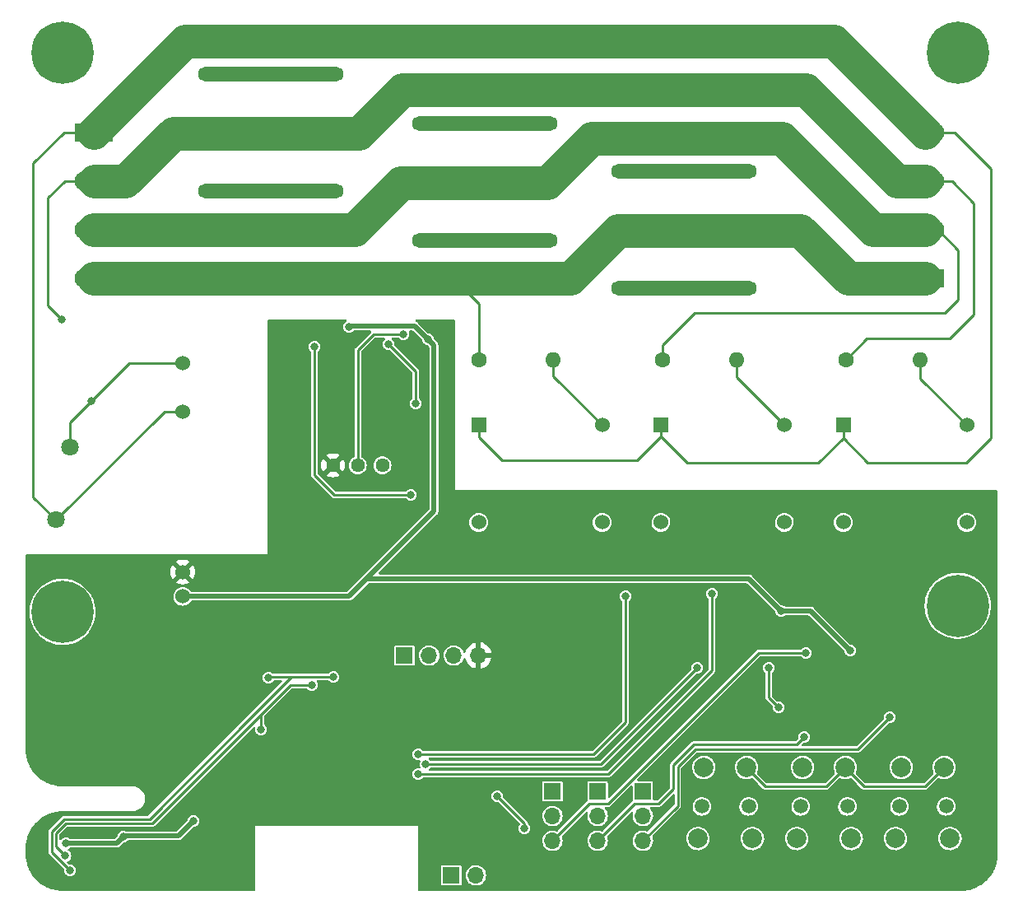
<source format=gbl>
%TF.GenerationSoftware,KiCad,Pcbnew,6.0.4-6f826c9f35~116~ubuntu20.04.1*%
%TF.CreationDate,2022-05-05T18:32:32+02:00*%
%TF.ProjectId,tfm,74666d2e-6b69-4636-9164-5f7063625858,1.0*%
%TF.SameCoordinates,Original*%
%TF.FileFunction,Copper,L2,Bot*%
%TF.FilePolarity,Positive*%
%FSLAX46Y46*%
G04 Gerber Fmt 4.6, Leading zero omitted, Abs format (unit mm)*
G04 Created by KiCad (PCBNEW 6.0.4-6f826c9f35~116~ubuntu20.04.1) date 2022-05-05 18:32:32*
%MOMM*%
%LPD*%
G01*
G04 APERTURE LIST*
G04 Aperture macros list*
%AMRoundRect*
0 Rectangle with rounded corners*
0 $1 Rounding radius*
0 $2 $3 $4 $5 $6 $7 $8 $9 X,Y pos of 4 corners*
0 Add a 4 corners polygon primitive as box body*
4,1,4,$2,$3,$4,$5,$6,$7,$8,$9,$2,$3,0*
0 Add four circle primitives for the rounded corners*
1,1,$1+$1,$2,$3*
1,1,$1+$1,$4,$5*
1,1,$1+$1,$6,$7*
1,1,$1+$1,$8,$9*
0 Add four rect primitives between the rounded corners*
20,1,$1+$1,$2,$3,$4,$5,0*
20,1,$1+$1,$4,$5,$6,$7,0*
20,1,$1+$1,$6,$7,$8,$9,0*
20,1,$1+$1,$8,$9,$2,$3,0*%
G04 Aperture macros list end*
%TA.AperFunction,WasherPad*%
%ADD10C,1.500000*%
%TD*%
%TA.AperFunction,ComponentPad*%
%ADD11C,2.000000*%
%TD*%
%TA.AperFunction,ComponentPad*%
%ADD12R,1.700000X1.700000*%
%TD*%
%TA.AperFunction,ComponentPad*%
%ADD13O,1.700000X1.700000*%
%TD*%
%TA.AperFunction,WasherPad*%
%ADD14RoundRect,0.750000X6.750000X0.000000X6.750000X0.000000X-6.750000X0.000000X-6.750000X0.000000X0*%
%TD*%
%TA.AperFunction,ComponentPad*%
%ADD15R,1.524000X1.524000*%
%TD*%
%TA.AperFunction,ComponentPad*%
%ADD16C,1.524000*%
%TD*%
%TA.AperFunction,ComponentPad*%
%ADD17C,1.800000*%
%TD*%
%TA.AperFunction,ConnectorPad*%
%ADD18C,6.400000*%
%TD*%
%TA.AperFunction,ComponentPad*%
%ADD19C,3.600000*%
%TD*%
%TA.AperFunction,ComponentPad*%
%ADD20C,1.600000*%
%TD*%
%TA.AperFunction,ComponentPad*%
%ADD21O,1.600000X1.600000*%
%TD*%
%TA.AperFunction,ComponentPad*%
%ADD22R,3.960000X1.980000*%
%TD*%
%TA.AperFunction,ComponentPad*%
%ADD23O,3.960000X1.980000*%
%TD*%
%TA.AperFunction,ComponentPad*%
%ADD24C,1.440000*%
%TD*%
%TA.AperFunction,ViaPad*%
%ADD25C,0.800000*%
%TD*%
%TA.AperFunction,Conductor*%
%ADD26C,0.500000*%
%TD*%
%TA.AperFunction,Conductor*%
%ADD27C,3.500000*%
%TD*%
%TA.AperFunction,Conductor*%
%ADD28C,0.250000*%
%TD*%
G04 APERTURE END LIST*
D10*
X182992000Y-128293000D03*
X178192000Y-128293000D03*
D11*
X183392000Y-131593000D03*
X177792000Y-131593000D03*
X178392000Y-124293000D03*
X182792000Y-124293000D03*
D12*
X137424000Y-112776000D03*
D13*
X139964000Y-112776000D03*
X142504000Y-112776000D03*
X145044000Y-112776000D03*
D12*
X152654000Y-126746000D03*
D13*
X152654000Y-129286000D03*
X152654000Y-131826000D03*
D14*
X145714000Y-70090000D03*
X145714000Y-58090000D03*
D12*
X142240000Y-135382000D03*
D13*
X144780000Y-135382000D03*
D15*
X182564000Y-89090000D03*
D16*
X195264000Y-89090000D03*
X195264000Y-99090000D03*
X182564000Y-99090000D03*
D10*
X193152000Y-128293000D03*
X188352000Y-128293000D03*
D11*
X193552000Y-131593000D03*
X187952000Y-131593000D03*
X188552000Y-124293000D03*
X192952000Y-124293000D03*
D17*
X102996000Y-91336000D03*
X101596000Y-98836000D03*
D14*
X123699000Y-52995000D03*
X123699000Y-64995000D03*
D18*
X194339000Y-107665000D03*
D19*
X194339000Y-107665000D03*
D14*
X166199000Y-62995000D03*
X166199000Y-74995000D03*
D20*
X182854000Y-82340000D03*
D21*
X190474000Y-82340000D03*
D12*
X161954000Y-126746000D03*
D13*
X161954000Y-129286000D03*
X161954000Y-131826000D03*
D20*
X145102000Y-82340000D03*
D21*
X152722000Y-82340000D03*
D18*
X102264000Y-50800000D03*
D19*
X102264000Y-50800000D03*
D16*
X114619000Y-82685000D03*
X114619000Y-87685000D03*
X114619000Y-104185000D03*
X114619000Y-106685000D03*
D10*
X168032000Y-128293000D03*
X172832000Y-128293000D03*
D11*
X167632000Y-131593000D03*
X173232000Y-131593000D03*
X168232000Y-124293000D03*
X172632000Y-124293000D03*
D18*
X102264000Y-108300000D03*
D19*
X102264000Y-108300000D03*
D15*
X163814000Y-89090000D03*
D16*
X176514000Y-89090000D03*
X176514000Y-99090000D03*
X163814000Y-99090000D03*
D12*
X157304000Y-126746000D03*
D13*
X157304000Y-129286000D03*
X157304000Y-131826000D03*
D22*
X105514000Y-58990000D03*
D23*
X105514000Y-63990000D03*
X105514000Y-68990000D03*
X105514000Y-73990000D03*
D20*
X163978000Y-82340000D03*
D21*
X171598000Y-82340000D03*
D24*
X135165000Y-93222000D03*
X132625000Y-93222000D03*
X130085000Y-93222000D03*
D15*
X145064000Y-89090000D03*
D16*
X157764000Y-89090000D03*
X157764000Y-99090000D03*
X145064000Y-99090000D03*
D18*
X194339000Y-50800000D03*
D19*
X194339000Y-50800000D03*
D22*
X191014000Y-74015000D03*
D23*
X191014000Y-69015000D03*
X191014000Y-64015000D03*
X191014000Y-59015000D03*
D25*
X115714000Y-129790000D03*
X108514000Y-131390000D03*
X102614000Y-132090000D03*
X111082666Y-112776000D03*
X140716000Y-125984000D03*
X141732000Y-87884000D03*
X138176000Y-128524000D03*
X112424000Y-135636000D03*
X124460000Y-89323334D03*
X130302000Y-111506000D03*
X105664000Y-112776000D03*
X124968000Y-85852000D03*
X141732000Y-80518000D03*
X141732000Y-82973333D03*
X154940000Y-126746000D03*
X141732000Y-85428666D03*
X124206000Y-79248000D03*
X114046000Y-124968000D03*
X129950000Y-80264000D03*
X176022000Y-111760000D03*
X104296000Y-135636000D03*
X159766000Y-124968000D03*
X113791999Y-112776000D03*
X189484000Y-119634000D03*
X170688000Y-106426000D03*
X124460000Y-94234000D03*
X108373333Y-112776000D03*
X178435000Y-105664000D03*
X181102000Y-112268000D03*
X141986000Y-125984000D03*
X108868000Y-135636000D03*
X124206000Y-80518000D03*
X153416000Y-121920000D03*
X104296000Y-134112000D03*
X124460000Y-96689334D03*
X124460000Y-91778667D03*
X140208000Y-130302000D03*
X132334000Y-111506000D03*
X122838000Y-129540000D03*
X179832000Y-105664000D03*
X176022000Y-116078000D03*
X134014000Y-84582000D03*
X110646000Y-135636000D03*
X155194000Y-121920000D03*
X177038000Y-105664000D03*
X176178000Y-108204000D03*
X131728000Y-78994000D03*
X183290000Y-112268000D03*
X139856000Y-80264000D03*
X102214000Y-78232000D03*
X105214000Y-86590000D03*
X128172000Y-81026000D03*
X138078000Y-96266000D03*
X178718000Y-112522000D03*
X146972299Y-127249701D03*
X149762000Y-130556000D03*
X178562000Y-121158000D03*
X187354000Y-119126000D03*
X127890000Y-115824000D03*
X122682000Y-120396000D03*
X102551902Y-133383902D03*
X103026000Y-134874000D03*
X123444000Y-115062000D03*
X130120000Y-114990000D03*
X137316000Y-79756000D03*
X167542000Y-114046000D03*
X139602000Y-123952000D03*
X169066000Y-106426000D03*
X138840000Y-124968000D03*
X138840000Y-122936000D03*
X160176000Y-106680000D03*
X175924000Y-118110000D03*
X138586000Y-86868000D03*
X135792000Y-80772000D03*
X174908000Y-114046000D03*
D26*
X115714000Y-129790000D02*
X114186000Y-131318000D01*
X107814000Y-132090000D02*
X102614000Y-132090000D01*
X114186000Y-131318000D02*
X108586000Y-131318000D01*
X108586000Y-131318000D02*
X108514000Y-131390000D01*
X108514000Y-131390000D02*
X107814000Y-132090000D01*
X179226000Y-108204000D02*
X183290000Y-112268000D01*
X138498489Y-78906489D02*
X131815511Y-78906489D01*
X139856000Y-80264000D02*
X140462000Y-80870000D01*
X114624000Y-106680000D02*
X114619000Y-106685000D01*
X140462000Y-97946000D02*
X131723000Y-106685000D01*
X131723000Y-106685000D02*
X131718000Y-106680000D01*
X133506000Y-104902000D02*
X172876000Y-104902000D01*
X131718000Y-106680000D02*
X114624000Y-106680000D01*
X139856000Y-80264000D02*
X138498489Y-78906489D01*
X172876000Y-104902000D02*
X176178000Y-108204000D01*
X131723000Y-106685000D02*
X133506000Y-104902000D01*
X140462000Y-80870000D02*
X140462000Y-97946000D01*
X176178000Y-108204000D02*
X179226000Y-108204000D01*
X131815511Y-78906489D02*
X131728000Y-78994000D01*
D27*
X113654000Y-59090000D02*
X132714000Y-59090000D01*
D28*
X105539000Y-64015000D02*
X105514000Y-63990000D01*
X185004000Y-80190000D02*
X182854000Y-82340000D01*
X195990000Y-77714000D02*
X193514000Y-80190000D01*
D27*
X188139000Y-64015000D02*
X191014000Y-64015000D01*
D28*
X191014000Y-64015000D02*
X193739480Y-64015000D01*
X195990000Y-66265520D02*
X195990000Y-77714000D01*
D27*
X105539000Y-64015000D02*
X108729000Y-64015000D01*
D28*
X193514000Y-80190000D02*
X185004000Y-80190000D01*
D27*
X132714000Y-59090000D02*
X137214000Y-54590000D01*
D28*
X193739480Y-64015000D02*
X195990000Y-66265520D01*
X102489000Y-64015000D02*
X105539000Y-64015000D01*
D27*
X178714000Y-54590000D02*
X188139000Y-64015000D01*
X108729000Y-64015000D02*
X113654000Y-59090000D01*
D28*
X102214000Y-78232000D02*
X100772000Y-76790000D01*
X100772000Y-65732000D02*
X102489000Y-64015000D01*
X100772000Y-76790000D02*
X100772000Y-65732000D01*
D27*
X137214000Y-54590000D02*
X178714000Y-54590000D01*
D28*
X102990000Y-88814000D02*
X102990000Y-91330000D01*
X109105000Y-82685000D02*
X114619000Y-82685000D01*
X102990000Y-91330000D02*
X102996000Y-91336000D01*
X105214000Y-86590000D02*
X102990000Y-88814000D01*
X105214000Y-86576000D02*
X109105000Y-82685000D01*
X105214000Y-86590000D02*
X105214000Y-86576000D01*
D27*
X181572000Y-49590000D02*
X114914000Y-49590000D01*
D28*
X102414000Y-58990000D02*
X105514000Y-58990000D01*
X195228000Y-92964000D02*
X185068000Y-92964000D01*
X197768000Y-90424000D02*
X195228000Y-92964000D01*
X101596000Y-98836000D02*
X99248000Y-96488000D01*
X99248000Y-96488000D02*
X99248000Y-62156000D01*
X147476000Y-92710000D02*
X145064000Y-90298000D01*
X182564000Y-90388000D02*
X179988000Y-92964000D01*
X99248000Y-62156000D02*
X102414000Y-58990000D01*
X179988000Y-92964000D02*
X166526000Y-92964000D01*
X182564000Y-89090000D02*
X182564000Y-90388000D01*
X182564000Y-90460000D02*
X182564000Y-89090000D01*
D27*
X114914000Y-49590000D02*
X105514000Y-58990000D01*
D28*
X163814000Y-89090000D02*
X163814000Y-90215000D01*
X166526000Y-92964000D02*
X163814000Y-90252000D01*
X161319000Y-92710000D02*
X147476000Y-92710000D01*
D27*
X190972000Y-58990000D02*
X181572000Y-49590000D01*
D28*
X190989000Y-58990000D02*
X194014000Y-58990000D01*
X101596000Y-98836000D02*
X112747000Y-87685000D01*
X194014000Y-58990000D02*
X197768000Y-62744000D01*
X163814000Y-90252000D02*
X163814000Y-89090000D01*
X112747000Y-87685000D02*
X114619000Y-87685000D01*
X185068000Y-92964000D02*
X182564000Y-90460000D01*
X163814000Y-90215000D02*
X161319000Y-92710000D01*
X145064000Y-90298000D02*
X145064000Y-89090000D01*
X197768000Y-62744000D02*
X197768000Y-90424000D01*
D27*
X105514000Y-68990000D02*
X132314000Y-68990000D01*
X156714000Y-59590000D02*
X176214000Y-59590000D01*
X137089480Y-64214520D02*
X152089480Y-64214520D01*
D28*
X163978000Y-80890000D02*
X167278000Y-77590000D01*
D27*
X176214000Y-59590000D02*
X185639000Y-69015000D01*
D28*
X167278000Y-77590000D02*
X193058022Y-77590000D01*
D27*
X152089480Y-64214520D02*
X156714000Y-59590000D01*
D28*
X163978000Y-80890000D02*
X163978000Y-82340000D01*
X194414000Y-76234022D02*
X194414000Y-71090000D01*
D27*
X132314000Y-68990000D02*
X137089480Y-64214520D01*
D28*
X194414000Y-71090000D02*
X192339000Y-69015000D01*
X193058022Y-77590000D02*
X194414000Y-76234022D01*
D27*
X185639000Y-69015000D02*
X191014000Y-69015000D01*
X105514000Y-73990000D02*
X137564000Y-73990000D01*
X178154000Y-69090000D02*
X183079000Y-74015000D01*
D28*
X145102000Y-76620000D02*
X142472000Y-73990000D01*
D27*
X183079000Y-74015000D02*
X191014000Y-74015000D01*
X159412000Y-69090000D02*
X178154000Y-69090000D01*
X137564000Y-73990000D02*
X154512000Y-73990000D01*
D28*
X145102000Y-82340000D02*
X145102000Y-76620000D01*
D27*
X154512000Y-73990000D02*
X159412000Y-69090000D01*
D28*
X128172000Y-81026000D02*
X128172000Y-94234000D01*
X128172000Y-94234000D02*
X129188000Y-95250000D01*
X129188000Y-95250000D02*
X130204000Y-96266000D01*
X130204000Y-96266000D02*
X138078000Y-96266000D01*
X178718000Y-112522000D02*
X173892000Y-112522000D01*
X156464000Y-128016000D02*
X152654000Y-131826000D01*
X158398000Y-128016000D02*
X156464000Y-128016000D01*
X173892000Y-112522000D02*
X158398000Y-128016000D01*
X146972299Y-127249701D02*
X146972299Y-127258299D01*
X149762000Y-130048000D02*
X149762000Y-130556000D01*
X146972299Y-127258299D02*
X149762000Y-130048000D01*
X163576000Y-128016000D02*
X161114000Y-128016000D01*
X177800000Y-121920000D02*
X178562000Y-121158000D01*
X165100000Y-124030000D02*
X165100000Y-126492000D01*
X161114000Y-128016000D02*
X157304000Y-131826000D01*
X175924000Y-121920000D02*
X177800000Y-121920000D01*
X175924000Y-121920000D02*
X167210000Y-121920000D01*
X167210000Y-121920000D02*
X165100000Y-124030000D01*
X165100000Y-126492000D02*
X163576000Y-128016000D01*
X184052000Y-122428000D02*
X167337718Y-122428000D01*
X165549520Y-128230480D02*
X161954000Y-131826000D01*
X167337718Y-122428000D02*
X165549520Y-124216198D01*
X187354000Y-119126000D02*
X184052000Y-122428000D01*
X165549520Y-124216198D02*
X165549520Y-128230480D01*
X102616000Y-130048000D02*
X101600000Y-131064000D01*
X101600000Y-132432000D02*
X102551902Y-133383902D01*
X125730000Y-115824000D02*
X122682000Y-118872000D01*
X111506000Y-130048000D02*
X102616000Y-130048000D01*
X127890000Y-115824000D02*
X125730000Y-115824000D01*
X101600000Y-131064000D02*
X101600000Y-132432000D01*
X122682000Y-118872000D02*
X111506000Y-130048000D01*
X122682000Y-120396000D02*
X122682000Y-118872000D01*
X123516000Y-114990000D02*
X125802000Y-114990000D01*
X101150480Y-133007094D02*
X103017386Y-134874000D01*
X125802000Y-114990000D02*
X121666000Y-119126000D01*
X111193520Y-129598480D02*
X102429802Y-129598480D01*
X101150480Y-130877803D02*
X101150480Y-133007094D01*
X102429802Y-129598480D02*
X101150480Y-130877803D01*
X103017386Y-134874000D02*
X103026000Y-134874000D01*
X121666000Y-119126000D02*
X111193520Y-129598480D01*
X123444000Y-115062000D02*
X123516000Y-114990000D01*
X130120000Y-114990000D02*
X125802000Y-114990000D01*
X137316000Y-79756000D02*
X134268000Y-79756000D01*
X134268000Y-79756000D02*
X132625000Y-81399000D01*
X132625000Y-81399000D02*
X132625000Y-93222000D01*
X190474000Y-84300000D02*
X195264000Y-89090000D01*
X190474000Y-82340000D02*
X190474000Y-84300000D01*
X171598000Y-84174000D02*
X176514000Y-89090000D01*
X171598000Y-82340000D02*
X171598000Y-84174000D01*
X152722000Y-82340000D02*
X152722000Y-84048000D01*
X152722000Y-84048000D02*
X157764000Y-89090000D01*
X167542000Y-114046000D02*
X157636000Y-123952000D01*
X157636000Y-123952000D02*
X139602000Y-123952000D01*
X158406614Y-124968000D02*
X169066000Y-114308614D01*
X138840000Y-124968000D02*
X158406614Y-124968000D01*
X169066000Y-114308614D02*
X169066000Y-106426000D01*
X138840000Y-122936000D02*
X156874000Y-122936000D01*
X160176000Y-119634000D02*
X160176000Y-106680000D01*
X156874000Y-122936000D02*
X160176000Y-119634000D01*
X175924000Y-118110000D02*
X174908000Y-117094000D01*
X135792000Y-80772000D02*
X138586000Y-83566000D01*
X184737000Y-126238000D02*
X191007000Y-126238000D01*
X138586000Y-83566000D02*
X138586000Y-86868000D01*
X182792000Y-124293000D02*
X184737000Y-126238000D01*
X174577000Y-126238000D02*
X180847000Y-126238000D01*
X180847000Y-126238000D02*
X182792000Y-124293000D01*
X172632000Y-124293000D02*
X174577000Y-126238000D01*
X174908000Y-117094000D02*
X174908000Y-114046000D01*
X191007000Y-126238000D02*
X192952000Y-124293000D01*
%TA.AperFunction,Conductor*%
G36*
X131436497Y-78252002D02*
G01*
X131482990Y-78305658D01*
X131493094Y-78375932D01*
X131463600Y-78440512D01*
X131431934Y-78466658D01*
X131425159Y-78469464D01*
X131299718Y-78565718D01*
X131203464Y-78691159D01*
X131142956Y-78837238D01*
X131122318Y-78994000D01*
X131142956Y-79150762D01*
X131203464Y-79296841D01*
X131299718Y-79422282D01*
X131306264Y-79427305D01*
X131320091Y-79437915D01*
X131425159Y-79518536D01*
X131571238Y-79579044D01*
X131728000Y-79599682D01*
X131736188Y-79598604D01*
X131876574Y-79580122D01*
X131884762Y-79579044D01*
X132030841Y-79518536D01*
X132135909Y-79437915D01*
X132149736Y-79427305D01*
X132156282Y-79422282D01*
X132161305Y-79415736D01*
X132161309Y-79415732D01*
X132168558Y-79406285D01*
X132225896Y-79364418D01*
X132268520Y-79356989D01*
X133902495Y-79356989D01*
X133970616Y-79376991D01*
X134017109Y-79430647D01*
X134027213Y-79500921D01*
X133997719Y-79565501D01*
X133991590Y-79572084D01*
X132408785Y-81154889D01*
X132400681Y-81162316D01*
X132371806Y-81186545D01*
X132366293Y-81196094D01*
X132352961Y-81219185D01*
X132347055Y-81228456D01*
X132325446Y-81259316D01*
X132322592Y-81269966D01*
X132321115Y-81273134D01*
X132319923Y-81276410D01*
X132314412Y-81285955D01*
X132308462Y-81319699D01*
X132307870Y-81323058D01*
X132305492Y-81333785D01*
X132295736Y-81370193D01*
X132296697Y-81381178D01*
X132296697Y-81381180D01*
X132299020Y-81407727D01*
X132299500Y-81418709D01*
X132299500Y-92277484D01*
X132279498Y-92345605D01*
X132224749Y-92392591D01*
X132168245Y-92417748D01*
X132168243Y-92417749D01*
X132162215Y-92420433D01*
X132156874Y-92424313D01*
X132156873Y-92424314D01*
X132011017Y-92530284D01*
X132011015Y-92530286D01*
X132005673Y-92534167D01*
X131876198Y-92677964D01*
X131779450Y-92845537D01*
X131777408Y-92851822D01*
X131724900Y-93013425D01*
X131719656Y-93029563D01*
X131699430Y-93222000D01*
X131719656Y-93414437D01*
X131721696Y-93420714D01*
X131721696Y-93420716D01*
X131738684Y-93473000D01*
X131779450Y-93598463D01*
X131876198Y-93766036D01*
X131880616Y-93770943D01*
X131880617Y-93770944D01*
X131954951Y-93853500D01*
X132005673Y-93909833D01*
X132011015Y-93913714D01*
X132011017Y-93913716D01*
X132152608Y-94016587D01*
X132162215Y-94023567D01*
X132168243Y-94026251D01*
X132168245Y-94026252D01*
X132332031Y-94099174D01*
X132338983Y-94102269D01*
X132433618Y-94122385D01*
X132521795Y-94141128D01*
X132521800Y-94141128D01*
X132528252Y-94142500D01*
X132721748Y-94142500D01*
X132728200Y-94141128D01*
X132728205Y-94141128D01*
X132816382Y-94122385D01*
X132911017Y-94102269D01*
X132917969Y-94099174D01*
X133081755Y-94026252D01*
X133081757Y-94026251D01*
X133087785Y-94023567D01*
X133097392Y-94016587D01*
X133238983Y-93913716D01*
X133238985Y-93913714D01*
X133244327Y-93909833D01*
X133295049Y-93853500D01*
X133369383Y-93770944D01*
X133369384Y-93770943D01*
X133373802Y-93766036D01*
X133470550Y-93598463D01*
X133511316Y-93473000D01*
X133528304Y-93420716D01*
X133528304Y-93420714D01*
X133530344Y-93414437D01*
X133550570Y-93222000D01*
X134239430Y-93222000D01*
X134259656Y-93414437D01*
X134261696Y-93420714D01*
X134261696Y-93420716D01*
X134278684Y-93473000D01*
X134319450Y-93598463D01*
X134416198Y-93766036D01*
X134420616Y-93770943D01*
X134420617Y-93770944D01*
X134494951Y-93853500D01*
X134545673Y-93909833D01*
X134551015Y-93913714D01*
X134551017Y-93913716D01*
X134692608Y-94016587D01*
X134702215Y-94023567D01*
X134708243Y-94026251D01*
X134708245Y-94026252D01*
X134872031Y-94099174D01*
X134878983Y-94102269D01*
X134973618Y-94122385D01*
X135061795Y-94141128D01*
X135061800Y-94141128D01*
X135068252Y-94142500D01*
X135261748Y-94142500D01*
X135268200Y-94141128D01*
X135268205Y-94141128D01*
X135356382Y-94122385D01*
X135451017Y-94102269D01*
X135457969Y-94099174D01*
X135621755Y-94026252D01*
X135621757Y-94026251D01*
X135627785Y-94023567D01*
X135637392Y-94016587D01*
X135778983Y-93913716D01*
X135778985Y-93913714D01*
X135784327Y-93909833D01*
X135835049Y-93853500D01*
X135909383Y-93770944D01*
X135909384Y-93770943D01*
X135913802Y-93766036D01*
X136010550Y-93598463D01*
X136051316Y-93473000D01*
X136068304Y-93420716D01*
X136068304Y-93420714D01*
X136070344Y-93414437D01*
X136090570Y-93222000D01*
X136070344Y-93029563D01*
X136065101Y-93013425D01*
X136012592Y-92851822D01*
X136010550Y-92845537D01*
X135913802Y-92677964D01*
X135784327Y-92534167D01*
X135778985Y-92530286D01*
X135778983Y-92530284D01*
X135633127Y-92424314D01*
X135633126Y-92424313D01*
X135627785Y-92420433D01*
X135621757Y-92417749D01*
X135621755Y-92417748D01*
X135457048Y-92344416D01*
X135457047Y-92344416D01*
X135451017Y-92341731D01*
X135356382Y-92321615D01*
X135268205Y-92302872D01*
X135268200Y-92302872D01*
X135261748Y-92301500D01*
X135068252Y-92301500D01*
X135061800Y-92302872D01*
X135061795Y-92302872D01*
X134973618Y-92321615D01*
X134878983Y-92341731D01*
X134872953Y-92344416D01*
X134872952Y-92344416D01*
X134708245Y-92417748D01*
X134708243Y-92417749D01*
X134702215Y-92420433D01*
X134696874Y-92424313D01*
X134696873Y-92424314D01*
X134551017Y-92530284D01*
X134551015Y-92530286D01*
X134545673Y-92534167D01*
X134416198Y-92677964D01*
X134319450Y-92845537D01*
X134317408Y-92851822D01*
X134264900Y-93013425D01*
X134259656Y-93029563D01*
X134239430Y-93222000D01*
X133550570Y-93222000D01*
X133530344Y-93029563D01*
X133525101Y-93013425D01*
X133472592Y-92851822D01*
X133470550Y-92845537D01*
X133373802Y-92677964D01*
X133244327Y-92534167D01*
X133238985Y-92530286D01*
X133238983Y-92530284D01*
X133093127Y-92424314D01*
X133093126Y-92424313D01*
X133087785Y-92420433D01*
X133081757Y-92417749D01*
X133081755Y-92417748D01*
X133025251Y-92392591D01*
X132971155Y-92346611D01*
X132950500Y-92277484D01*
X132950500Y-81586016D01*
X132970502Y-81517895D01*
X132987405Y-81496921D01*
X134365921Y-80118405D01*
X134428233Y-80084379D01*
X134455016Y-80081500D01*
X135334263Y-80081500D01*
X135402384Y-80101502D01*
X135448877Y-80155158D01*
X135458981Y-80225432D01*
X135429487Y-80290012D01*
X135410966Y-80307463D01*
X135370267Y-80338692D01*
X135370264Y-80338695D01*
X135363718Y-80343718D01*
X135267464Y-80469159D01*
X135206956Y-80615238D01*
X135186318Y-80772000D01*
X135206956Y-80928762D01*
X135267464Y-81074841D01*
X135363718Y-81200282D01*
X135489159Y-81296536D01*
X135635238Y-81357044D01*
X135792000Y-81377682D01*
X135858843Y-81368882D01*
X135928990Y-81379821D01*
X135964383Y-81404709D01*
X138223595Y-83663921D01*
X138257621Y-83726233D01*
X138260500Y-83753016D01*
X138260500Y-86298714D01*
X138240498Y-86366835D01*
X138211204Y-86398677D01*
X138157718Y-86439718D01*
X138061464Y-86565159D01*
X138000956Y-86711238D01*
X137980318Y-86868000D01*
X138000956Y-87024762D01*
X138061464Y-87170841D01*
X138157718Y-87296282D01*
X138283159Y-87392536D01*
X138429238Y-87453044D01*
X138586000Y-87473682D01*
X138594188Y-87472604D01*
X138734574Y-87454122D01*
X138742762Y-87453044D01*
X138888841Y-87392536D01*
X139014282Y-87296282D01*
X139110536Y-87170841D01*
X139171044Y-87024762D01*
X139191682Y-86868000D01*
X139171044Y-86711238D01*
X139110536Y-86565159D01*
X139014282Y-86439718D01*
X138960796Y-86398677D01*
X138918929Y-86341339D01*
X138911500Y-86298714D01*
X138911500Y-83585710D01*
X138911980Y-83574728D01*
X138914303Y-83548180D01*
X138914303Y-83548178D01*
X138915264Y-83537193D01*
X138905508Y-83500785D01*
X138903130Y-83490058D01*
X138901212Y-83479180D01*
X138896588Y-83452955D01*
X138891077Y-83443410D01*
X138889885Y-83440134D01*
X138888408Y-83436966D01*
X138885554Y-83426316D01*
X138863945Y-83395456D01*
X138858039Y-83386185D01*
X138844707Y-83363094D01*
X138839194Y-83353545D01*
X138810317Y-83329315D01*
X138802215Y-83321889D01*
X136424709Y-80944383D01*
X136390683Y-80882071D01*
X136388882Y-80838842D01*
X136396604Y-80780188D01*
X136397682Y-80772000D01*
X136377044Y-80615238D01*
X136316536Y-80469159D01*
X136220282Y-80343718D01*
X136213736Y-80338695D01*
X136213733Y-80338692D01*
X136173034Y-80307463D01*
X136131166Y-80250125D01*
X136126944Y-80179254D01*
X136161708Y-80117351D01*
X136224420Y-80084070D01*
X136249737Y-80081500D01*
X136746714Y-80081500D01*
X136814835Y-80101502D01*
X136846677Y-80130796D01*
X136887718Y-80184282D01*
X136894264Y-80189305D01*
X136923918Y-80212059D01*
X137013159Y-80280536D01*
X137159238Y-80341044D01*
X137167426Y-80342122D01*
X137179549Y-80343718D01*
X137316000Y-80361682D01*
X137324188Y-80360604D01*
X137464574Y-80342122D01*
X137472762Y-80341044D01*
X137618841Y-80280536D01*
X137708082Y-80212059D01*
X137737736Y-80189305D01*
X137744282Y-80184282D01*
X137840536Y-80058841D01*
X137901044Y-79912762D01*
X137921682Y-79756000D01*
X137901044Y-79599238D01*
X137892680Y-79579044D01*
X137872865Y-79531207D01*
X137865276Y-79460617D01*
X137897056Y-79397130D01*
X137958114Y-79360903D01*
X137989274Y-79356989D01*
X138259696Y-79356989D01*
X138327817Y-79376991D01*
X138348791Y-79393894D01*
X139224838Y-80269941D01*
X139258864Y-80332253D01*
X139260664Y-80342585D01*
X139270956Y-80420762D01*
X139331464Y-80566841D01*
X139427718Y-80692282D01*
X139553159Y-80788536D01*
X139699238Y-80849044D01*
X139777410Y-80859335D01*
X139842337Y-80888057D01*
X139850059Y-80895162D01*
X139974595Y-81019698D01*
X140008621Y-81082010D01*
X140011500Y-81108793D01*
X140011500Y-97707207D01*
X139991498Y-97775328D01*
X139974595Y-97796302D01*
X133195945Y-104574952D01*
X133192380Y-104578381D01*
X133150444Y-104617146D01*
X133146751Y-104623505D01*
X133141234Y-104629663D01*
X131578302Y-106192595D01*
X131515990Y-106226621D01*
X131489207Y-106229500D01*
X115542661Y-106229500D01*
X115474540Y-106209498D01*
X115431409Y-106162653D01*
X115430260Y-106160491D01*
X115424566Y-106149783D01*
X115305266Y-106003508D01*
X115298267Y-105997718D01*
X115164577Y-105887120D01*
X115164574Y-105887118D01*
X115159827Y-105883191D01*
X114993788Y-105793414D01*
X114813474Y-105737597D01*
X114807356Y-105736954D01*
X114807351Y-105736953D01*
X114631881Y-105718511D01*
X114631879Y-105718511D01*
X114625752Y-105717867D01*
X114510125Y-105728390D01*
X114443914Y-105734415D01*
X114443913Y-105734415D01*
X114437773Y-105734974D01*
X114256697Y-105788268D01*
X114089420Y-105875718D01*
X113942316Y-105993993D01*
X113820986Y-106138588D01*
X113818016Y-106143991D01*
X113818015Y-106143992D01*
X113758792Y-106251718D01*
X113730052Y-106303996D01*
X113672978Y-106483917D01*
X113651937Y-106671496D01*
X113657303Y-106735392D01*
X113666737Y-106847736D01*
X113667732Y-106859590D01*
X113669431Y-106865515D01*
X113706669Y-106995379D01*
X113719760Y-107041034D01*
X113806040Y-107208917D01*
X113809865Y-107213743D01*
X113809867Y-107213746D01*
X113919456Y-107352014D01*
X113919460Y-107352019D01*
X113923285Y-107356844D01*
X114067030Y-107479180D01*
X114072408Y-107482186D01*
X114072410Y-107482187D01*
X114149415Y-107525224D01*
X114231800Y-107571267D01*
X114411317Y-107629595D01*
X114598745Y-107651945D01*
X114604880Y-107651473D01*
X114604882Y-107651473D01*
X114780803Y-107637937D01*
X114780807Y-107637936D01*
X114786945Y-107637464D01*
X114792877Y-107635808D01*
X114792881Y-107635807D01*
X114962804Y-107588363D01*
X114962808Y-107588362D01*
X114968748Y-107586703D01*
X115048297Y-107546520D01*
X115131728Y-107504377D01*
X115131730Y-107504376D01*
X115137229Y-107501598D01*
X115285970Y-107385388D01*
X115289996Y-107380724D01*
X115289999Y-107380721D01*
X115405278Y-107247169D01*
X115405279Y-107247167D01*
X115409307Y-107242501D01*
X115436711Y-107194262D01*
X115487749Y-107144913D01*
X115546266Y-107130500D01*
X131622610Y-107130500D01*
X131635297Y-107131699D01*
X131637631Y-107132519D01*
X131647040Y-107132889D01*
X131647042Y-107132889D01*
X131662430Y-107133493D01*
X131682681Y-107134289D01*
X131692538Y-107135065D01*
X131727950Y-107139257D01*
X131727956Y-107139257D01*
X131737310Y-107140364D01*
X131746580Y-107138671D01*
X131755123Y-107138402D01*
X131763585Y-107137468D01*
X131772994Y-107137838D01*
X131782094Y-107135425D01*
X131782096Y-107135425D01*
X131816594Y-107126278D01*
X131826247Y-107124121D01*
X131861304Y-107117718D01*
X131870573Y-107116025D01*
X131878934Y-107111682D01*
X131887022Y-107108913D01*
X131894831Y-107105534D01*
X131903937Y-107103119D01*
X131942209Y-107079250D01*
X131950778Y-107074362D01*
X131990788Y-107053579D01*
X131995828Y-107049275D01*
X131997584Y-107047519D01*
X131998165Y-107046982D01*
X132003834Y-107042656D01*
X132003729Y-107042533D01*
X132010889Y-107036418D01*
X132018882Y-107031433D01*
X132050168Y-106995379D01*
X132056239Y-106988864D01*
X133655698Y-105389405D01*
X133718010Y-105355379D01*
X133744793Y-105352500D01*
X172637207Y-105352500D01*
X172705328Y-105372502D01*
X172726302Y-105389405D01*
X175546838Y-108209941D01*
X175580864Y-108272253D01*
X175582664Y-108282585D01*
X175592956Y-108360762D01*
X175653464Y-108506841D01*
X175749718Y-108632282D01*
X175875159Y-108728536D01*
X176021238Y-108789044D01*
X176178000Y-108809682D01*
X176186188Y-108808604D01*
X176326574Y-108790122D01*
X176334762Y-108789044D01*
X176480841Y-108728536D01*
X176543395Y-108680537D01*
X176609616Y-108654937D01*
X176620099Y-108654500D01*
X178987207Y-108654500D01*
X179055328Y-108674502D01*
X179076302Y-108691405D01*
X182658838Y-112273941D01*
X182692864Y-112336253D01*
X182694664Y-112346585D01*
X182704956Y-112424762D01*
X182765464Y-112570841D01*
X182861718Y-112696282D01*
X182987159Y-112792536D01*
X183133238Y-112853044D01*
X183290000Y-112873682D01*
X183298188Y-112872604D01*
X183438574Y-112854122D01*
X183446762Y-112853044D01*
X183592841Y-112792536D01*
X183718282Y-112696282D01*
X183814536Y-112570841D01*
X183875044Y-112424762D01*
X183876437Y-112414185D01*
X183894604Y-112276188D01*
X183895682Y-112268000D01*
X183875044Y-112111238D01*
X183814536Y-111965159D01*
X183718282Y-111839718D01*
X183592841Y-111743464D01*
X183446762Y-111682956D01*
X183368590Y-111672665D01*
X183303663Y-111643943D01*
X183295941Y-111636838D01*
X179568753Y-107909650D01*
X179558899Y-107898561D01*
X179543707Y-107879291D01*
X179543705Y-107879289D01*
X179537872Y-107871890D01*
X179530125Y-107866535D01*
X179530123Y-107866534D01*
X179489625Y-107838545D01*
X179486403Y-107836243D01*
X179446758Y-107806960D01*
X179446757Y-107806959D01*
X179439184Y-107801366D01*
X179432368Y-107798973D01*
X179426431Y-107794869D01*
X179417451Y-107792029D01*
X179417449Y-107792028D01*
X179397283Y-107785650D01*
X179370481Y-107777174D01*
X179366750Y-107775929D01*
X179320263Y-107759604D01*
X179320261Y-107759604D01*
X179311369Y-107756481D01*
X179304181Y-107756199D01*
X179304122Y-107756188D01*
X179297270Y-107754020D01*
X179290663Y-107753500D01*
X179237984Y-107753500D01*
X179233037Y-107753403D01*
X179176006Y-107751162D01*
X179168900Y-107753046D01*
X179160653Y-107753500D01*
X176620099Y-107753500D01*
X176551978Y-107733498D01*
X176543395Y-107727463D01*
X176487392Y-107684491D01*
X176480841Y-107679464D01*
X176417224Y-107653113D01*
X190933527Y-107653113D01*
X190933699Y-107656508D01*
X190933699Y-107656509D01*
X190944610Y-107871890D01*
X190952162Y-108020971D01*
X190952699Y-108024326D01*
X190952700Y-108024332D01*
X190982430Y-108209941D01*
X191010416Y-108384665D01*
X191107608Y-108739941D01*
X191242602Y-109082642D01*
X191244185Y-109085657D01*
X191412076Y-109405442D01*
X191413817Y-109408759D01*
X191415718Y-109411588D01*
X191415724Y-109411598D01*
X191600707Y-109686879D01*
X191619252Y-109714477D01*
X191856502Y-109996221D01*
X191935060Y-110071293D01*
X192120329Y-110248341D01*
X192120336Y-110248347D01*
X192122792Y-110250694D01*
X192415008Y-110474919D01*
X192729731Y-110666274D01*
X193063279Y-110822519D01*
X193066497Y-110823621D01*
X193066500Y-110823622D01*
X193408528Y-110940725D01*
X193408536Y-110940727D01*
X193411751Y-110941828D01*
X193771070Y-111022804D01*
X193854002Y-111032253D01*
X194133650Y-111064115D01*
X194133658Y-111064115D01*
X194137033Y-111064500D01*
X194140437Y-111064518D01*
X194140440Y-111064518D01*
X194340074Y-111065563D01*
X194505358Y-111066428D01*
X194508744Y-111066078D01*
X194508746Y-111066078D01*
X194868345Y-111028918D01*
X194868354Y-111028917D01*
X194871737Y-111028567D01*
X194875070Y-111027853D01*
X194875073Y-111027852D01*
X195052489Y-110989817D01*
X195231884Y-110951358D01*
X195581586Y-110835705D01*
X195916752Y-110682961D01*
X196013965Y-110625240D01*
X196230516Y-110496662D01*
X196230521Y-110496659D01*
X196233461Y-110494913D01*
X196260091Y-110474919D01*
X196525276Y-110275812D01*
X196528009Y-110273760D01*
X196796950Y-110022089D01*
X197037138Y-109742846D01*
X197054838Y-109717093D01*
X197243831Y-109442104D01*
X197245762Y-109439295D01*
X197247374Y-109436301D01*
X197247379Y-109436293D01*
X197418761Y-109118001D01*
X197420383Y-109114989D01*
X197558958Y-108773720D01*
X197659865Y-108419482D01*
X197682320Y-108288113D01*
X197721353Y-108059765D01*
X197721353Y-108059763D01*
X197721925Y-108056418D01*
X197723888Y-108024332D01*
X197744301Y-107690572D01*
X197744411Y-107688775D01*
X197744494Y-107665000D01*
X197724575Y-107297209D01*
X197665052Y-106933720D01*
X197566620Y-106578786D01*
X197563443Y-106570801D01*
X197431690Y-106239722D01*
X197430431Y-106236558D01*
X197366921Y-106116608D01*
X197259677Y-105914060D01*
X197259673Y-105914053D01*
X197258078Y-105911041D01*
X197051578Y-105606041D01*
X196813346Y-105325128D01*
X196546168Y-105071586D01*
X196319852Y-104899179D01*
X196255879Y-104850444D01*
X196255877Y-104850442D01*
X196253172Y-104848382D01*
X196250260Y-104846625D01*
X196250255Y-104846622D01*
X195940705Y-104659889D01*
X195940696Y-104659884D01*
X195937783Y-104658127D01*
X195934693Y-104656693D01*
X195934688Y-104656690D01*
X195719970Y-104557022D01*
X195603691Y-104503047D01*
X195600466Y-104501955D01*
X195600460Y-104501953D01*
X195258032Y-104386048D01*
X195258027Y-104386047D01*
X195254805Y-104384956D01*
X195020920Y-104333104D01*
X194898536Y-104305972D01*
X194898532Y-104305971D01*
X194895206Y-104305234D01*
X194745624Y-104288720D01*
X194532482Y-104265189D01*
X194532475Y-104265189D01*
X194529100Y-104264816D01*
X194525701Y-104264810D01*
X194525700Y-104264810D01*
X194351979Y-104264507D01*
X194160770Y-104264173D01*
X194023556Y-104278837D01*
X193797910Y-104302951D01*
X193797904Y-104302952D01*
X193794526Y-104303313D01*
X193434650Y-104381779D01*
X193085354Y-104498652D01*
X193082261Y-104500075D01*
X193082260Y-104500075D01*
X193005432Y-104535412D01*
X192750723Y-104652565D01*
X192747789Y-104654321D01*
X192747787Y-104654322D01*
X192653763Y-104710594D01*
X192434672Y-104841718D01*
X192140898Y-105063897D01*
X191872837Y-105316505D01*
X191870625Y-105319095D01*
X191870624Y-105319096D01*
X191728549Y-105485444D01*
X191633626Y-105596585D01*
X191631698Y-105599412D01*
X191631696Y-105599414D01*
X191625251Y-105608862D01*
X191426062Y-105900862D01*
X191368704Y-106008284D01*
X191261266Y-106209498D01*
X191252574Y-106225776D01*
X191251299Y-106228948D01*
X191251297Y-106228952D01*
X191124965Y-106543216D01*
X191115192Y-106567526D01*
X191114273Y-106570794D01*
X191114271Y-106570801D01*
X191023052Y-106895323D01*
X191015521Y-106922115D01*
X191014959Y-106925472D01*
X191014959Y-106925473D01*
X190961126Y-107247169D01*
X190954729Y-107285393D01*
X190933527Y-107653113D01*
X176417224Y-107653113D01*
X176334762Y-107618956D01*
X176256590Y-107608665D01*
X176191663Y-107579943D01*
X176183941Y-107572838D01*
X173218753Y-104607650D01*
X173208899Y-104596561D01*
X173193707Y-104577291D01*
X173193705Y-104577289D01*
X173187872Y-104569890D01*
X173180125Y-104564535D01*
X173180123Y-104564534D01*
X173139625Y-104536545D01*
X173136403Y-104534243D01*
X173096758Y-104504960D01*
X173096757Y-104504959D01*
X173089184Y-104499366D01*
X173082368Y-104496973D01*
X173076431Y-104492869D01*
X173067451Y-104490029D01*
X173067449Y-104490028D01*
X173047283Y-104483650D01*
X173020481Y-104475174D01*
X173016750Y-104473929D01*
X172970263Y-104457604D01*
X172970261Y-104457604D01*
X172961369Y-104454481D01*
X172954181Y-104454199D01*
X172954122Y-104454188D01*
X172947270Y-104452020D01*
X172940663Y-104451500D01*
X172887984Y-104451500D01*
X172883037Y-104451403D01*
X172826006Y-104449162D01*
X172818900Y-104451046D01*
X172810653Y-104451500D01*
X134897793Y-104451500D01*
X134829672Y-104431498D01*
X134783179Y-104377842D01*
X134773075Y-104307568D01*
X134802569Y-104242988D01*
X134808698Y-104236405D01*
X139968607Y-99076496D01*
X144096937Y-99076496D01*
X144112732Y-99264590D01*
X144164760Y-99446034D01*
X144251040Y-99613917D01*
X144254865Y-99618743D01*
X144254867Y-99618746D01*
X144364456Y-99757014D01*
X144364460Y-99757019D01*
X144368285Y-99761844D01*
X144512030Y-99884180D01*
X144517408Y-99887186D01*
X144517410Y-99887187D01*
X144594415Y-99930224D01*
X144676800Y-99976267D01*
X144856317Y-100034595D01*
X145043745Y-100056945D01*
X145049880Y-100056473D01*
X145049882Y-100056473D01*
X145225803Y-100042937D01*
X145225807Y-100042936D01*
X145231945Y-100042464D01*
X145237877Y-100040808D01*
X145237881Y-100040807D01*
X145407804Y-99993363D01*
X145407808Y-99993362D01*
X145413748Y-99991703D01*
X145493297Y-99951520D01*
X145576728Y-99909377D01*
X145576730Y-99909376D01*
X145582229Y-99906598D01*
X145730970Y-99790388D01*
X145734996Y-99785724D01*
X145734999Y-99785721D01*
X145850278Y-99652169D01*
X145850279Y-99652167D01*
X145854307Y-99647501D01*
X145947542Y-99483378D01*
X146007123Y-99304272D01*
X146030780Y-99117005D01*
X146031157Y-99090000D01*
X146029833Y-99076496D01*
X156796937Y-99076496D01*
X156812732Y-99264590D01*
X156864760Y-99446034D01*
X156951040Y-99613917D01*
X156954865Y-99618743D01*
X156954867Y-99618746D01*
X157064456Y-99757014D01*
X157064460Y-99757019D01*
X157068285Y-99761844D01*
X157212030Y-99884180D01*
X157217408Y-99887186D01*
X157217410Y-99887187D01*
X157294415Y-99930224D01*
X157376800Y-99976267D01*
X157556317Y-100034595D01*
X157743745Y-100056945D01*
X157749880Y-100056473D01*
X157749882Y-100056473D01*
X157925803Y-100042937D01*
X157925807Y-100042936D01*
X157931945Y-100042464D01*
X157937877Y-100040808D01*
X157937881Y-100040807D01*
X158107804Y-99993363D01*
X158107808Y-99993362D01*
X158113748Y-99991703D01*
X158193297Y-99951520D01*
X158276728Y-99909377D01*
X158276730Y-99909376D01*
X158282229Y-99906598D01*
X158430970Y-99790388D01*
X158434996Y-99785724D01*
X158434999Y-99785721D01*
X158550278Y-99652169D01*
X158550279Y-99652167D01*
X158554307Y-99647501D01*
X158647542Y-99483378D01*
X158707123Y-99304272D01*
X158730780Y-99117005D01*
X158731157Y-99090000D01*
X158729833Y-99076496D01*
X162846937Y-99076496D01*
X162862732Y-99264590D01*
X162914760Y-99446034D01*
X163001040Y-99613917D01*
X163004865Y-99618743D01*
X163004867Y-99618746D01*
X163114456Y-99757014D01*
X163114460Y-99757019D01*
X163118285Y-99761844D01*
X163262030Y-99884180D01*
X163267408Y-99887186D01*
X163267410Y-99887187D01*
X163344415Y-99930224D01*
X163426800Y-99976267D01*
X163606317Y-100034595D01*
X163793745Y-100056945D01*
X163799880Y-100056473D01*
X163799882Y-100056473D01*
X163975803Y-100042937D01*
X163975807Y-100042936D01*
X163981945Y-100042464D01*
X163987877Y-100040808D01*
X163987881Y-100040807D01*
X164157804Y-99993363D01*
X164157808Y-99993362D01*
X164163748Y-99991703D01*
X164243297Y-99951520D01*
X164326728Y-99909377D01*
X164326730Y-99909376D01*
X164332229Y-99906598D01*
X164480970Y-99790388D01*
X164484996Y-99785724D01*
X164484999Y-99785721D01*
X164600278Y-99652169D01*
X164600279Y-99652167D01*
X164604307Y-99647501D01*
X164697542Y-99483378D01*
X164757123Y-99304272D01*
X164780780Y-99117005D01*
X164781157Y-99090000D01*
X164779833Y-99076496D01*
X175546937Y-99076496D01*
X175562732Y-99264590D01*
X175614760Y-99446034D01*
X175701040Y-99613917D01*
X175704865Y-99618743D01*
X175704867Y-99618746D01*
X175814456Y-99757014D01*
X175814460Y-99757019D01*
X175818285Y-99761844D01*
X175962030Y-99884180D01*
X175967408Y-99887186D01*
X175967410Y-99887187D01*
X176044415Y-99930224D01*
X176126800Y-99976267D01*
X176306317Y-100034595D01*
X176493745Y-100056945D01*
X176499880Y-100056473D01*
X176499882Y-100056473D01*
X176675803Y-100042937D01*
X176675807Y-100042936D01*
X176681945Y-100042464D01*
X176687877Y-100040808D01*
X176687881Y-100040807D01*
X176857804Y-99993363D01*
X176857808Y-99993362D01*
X176863748Y-99991703D01*
X176943297Y-99951520D01*
X177026728Y-99909377D01*
X177026730Y-99909376D01*
X177032229Y-99906598D01*
X177180970Y-99790388D01*
X177184996Y-99785724D01*
X177184999Y-99785721D01*
X177300278Y-99652169D01*
X177300279Y-99652167D01*
X177304307Y-99647501D01*
X177397542Y-99483378D01*
X177457123Y-99304272D01*
X177480780Y-99117005D01*
X177481157Y-99090000D01*
X177479833Y-99076496D01*
X181596937Y-99076496D01*
X181612732Y-99264590D01*
X181664760Y-99446034D01*
X181751040Y-99613917D01*
X181754865Y-99618743D01*
X181754867Y-99618746D01*
X181864456Y-99757014D01*
X181864460Y-99757019D01*
X181868285Y-99761844D01*
X182012030Y-99884180D01*
X182017408Y-99887186D01*
X182017410Y-99887187D01*
X182094415Y-99930224D01*
X182176800Y-99976267D01*
X182356317Y-100034595D01*
X182543745Y-100056945D01*
X182549880Y-100056473D01*
X182549882Y-100056473D01*
X182725803Y-100042937D01*
X182725807Y-100042936D01*
X182731945Y-100042464D01*
X182737877Y-100040808D01*
X182737881Y-100040807D01*
X182907804Y-99993363D01*
X182907808Y-99993362D01*
X182913748Y-99991703D01*
X182993297Y-99951520D01*
X183076728Y-99909377D01*
X183076730Y-99909376D01*
X183082229Y-99906598D01*
X183230970Y-99790388D01*
X183234996Y-99785724D01*
X183234999Y-99785721D01*
X183350278Y-99652169D01*
X183350279Y-99652167D01*
X183354307Y-99647501D01*
X183447542Y-99483378D01*
X183507123Y-99304272D01*
X183530780Y-99117005D01*
X183531157Y-99090000D01*
X183529833Y-99076496D01*
X194296937Y-99076496D01*
X194312732Y-99264590D01*
X194364760Y-99446034D01*
X194451040Y-99613917D01*
X194454865Y-99618743D01*
X194454867Y-99618746D01*
X194564456Y-99757014D01*
X194564460Y-99757019D01*
X194568285Y-99761844D01*
X194712030Y-99884180D01*
X194717408Y-99887186D01*
X194717410Y-99887187D01*
X194794415Y-99930224D01*
X194876800Y-99976267D01*
X195056317Y-100034595D01*
X195243745Y-100056945D01*
X195249880Y-100056473D01*
X195249882Y-100056473D01*
X195425803Y-100042937D01*
X195425807Y-100042936D01*
X195431945Y-100042464D01*
X195437877Y-100040808D01*
X195437881Y-100040807D01*
X195607804Y-99993363D01*
X195607808Y-99993362D01*
X195613748Y-99991703D01*
X195693297Y-99951520D01*
X195776728Y-99909377D01*
X195776730Y-99909376D01*
X195782229Y-99906598D01*
X195930970Y-99790388D01*
X195934996Y-99785724D01*
X195934999Y-99785721D01*
X196050278Y-99652169D01*
X196050279Y-99652167D01*
X196054307Y-99647501D01*
X196147542Y-99483378D01*
X196207123Y-99304272D01*
X196230780Y-99117005D01*
X196231157Y-99090000D01*
X196212738Y-98902145D01*
X196158181Y-98721445D01*
X196069566Y-98554783D01*
X195950266Y-98408508D01*
X195944475Y-98403717D01*
X195809577Y-98292120D01*
X195809574Y-98292118D01*
X195804827Y-98288191D01*
X195638788Y-98198414D01*
X195458474Y-98142597D01*
X195452356Y-98141954D01*
X195452351Y-98141953D01*
X195276881Y-98123511D01*
X195276879Y-98123511D01*
X195270752Y-98122867D01*
X195155126Y-98133390D01*
X195088914Y-98139415D01*
X195088913Y-98139415D01*
X195082773Y-98139974D01*
X194901697Y-98193268D01*
X194896232Y-98196125D01*
X194778121Y-98257872D01*
X194734420Y-98280718D01*
X194587316Y-98398993D01*
X194465986Y-98543588D01*
X194375052Y-98708996D01*
X194317978Y-98888917D01*
X194296937Y-99076496D01*
X183529833Y-99076496D01*
X183512738Y-98902145D01*
X183458181Y-98721445D01*
X183369566Y-98554783D01*
X183250266Y-98408508D01*
X183244475Y-98403717D01*
X183109577Y-98292120D01*
X183109574Y-98292118D01*
X183104827Y-98288191D01*
X182938788Y-98198414D01*
X182758474Y-98142597D01*
X182752356Y-98141954D01*
X182752351Y-98141953D01*
X182576881Y-98123511D01*
X182576879Y-98123511D01*
X182570752Y-98122867D01*
X182455126Y-98133390D01*
X182388914Y-98139415D01*
X182388913Y-98139415D01*
X182382773Y-98139974D01*
X182201697Y-98193268D01*
X182196232Y-98196125D01*
X182078121Y-98257872D01*
X182034420Y-98280718D01*
X181887316Y-98398993D01*
X181765986Y-98543588D01*
X181675052Y-98708996D01*
X181617978Y-98888917D01*
X181596937Y-99076496D01*
X177479833Y-99076496D01*
X177462738Y-98902145D01*
X177408181Y-98721445D01*
X177319566Y-98554783D01*
X177200266Y-98408508D01*
X177194475Y-98403717D01*
X177059577Y-98292120D01*
X177059574Y-98292118D01*
X177054827Y-98288191D01*
X176888788Y-98198414D01*
X176708474Y-98142597D01*
X176702356Y-98141954D01*
X176702351Y-98141953D01*
X176526881Y-98123511D01*
X176526879Y-98123511D01*
X176520752Y-98122867D01*
X176405126Y-98133390D01*
X176338914Y-98139415D01*
X176338913Y-98139415D01*
X176332773Y-98139974D01*
X176151697Y-98193268D01*
X176146232Y-98196125D01*
X176028121Y-98257872D01*
X175984420Y-98280718D01*
X175837316Y-98398993D01*
X175715986Y-98543588D01*
X175625052Y-98708996D01*
X175567978Y-98888917D01*
X175546937Y-99076496D01*
X164779833Y-99076496D01*
X164762738Y-98902145D01*
X164708181Y-98721445D01*
X164619566Y-98554783D01*
X164500266Y-98408508D01*
X164494475Y-98403717D01*
X164359577Y-98292120D01*
X164359574Y-98292118D01*
X164354827Y-98288191D01*
X164188788Y-98198414D01*
X164008474Y-98142597D01*
X164002356Y-98141954D01*
X164002351Y-98141953D01*
X163826881Y-98123511D01*
X163826879Y-98123511D01*
X163820752Y-98122867D01*
X163705126Y-98133390D01*
X163638914Y-98139415D01*
X163638913Y-98139415D01*
X163632773Y-98139974D01*
X163451697Y-98193268D01*
X163446232Y-98196125D01*
X163328121Y-98257872D01*
X163284420Y-98280718D01*
X163137316Y-98398993D01*
X163015986Y-98543588D01*
X162925052Y-98708996D01*
X162867978Y-98888917D01*
X162846937Y-99076496D01*
X158729833Y-99076496D01*
X158712738Y-98902145D01*
X158658181Y-98721445D01*
X158569566Y-98554783D01*
X158450266Y-98408508D01*
X158444475Y-98403717D01*
X158309577Y-98292120D01*
X158309574Y-98292118D01*
X158304827Y-98288191D01*
X158138788Y-98198414D01*
X157958474Y-98142597D01*
X157952356Y-98141954D01*
X157952351Y-98141953D01*
X157776881Y-98123511D01*
X157776879Y-98123511D01*
X157770752Y-98122867D01*
X157655126Y-98133390D01*
X157588914Y-98139415D01*
X157588913Y-98139415D01*
X157582773Y-98139974D01*
X157401697Y-98193268D01*
X157396232Y-98196125D01*
X157278121Y-98257872D01*
X157234420Y-98280718D01*
X157087316Y-98398993D01*
X156965986Y-98543588D01*
X156875052Y-98708996D01*
X156817978Y-98888917D01*
X156796937Y-99076496D01*
X146029833Y-99076496D01*
X146012738Y-98902145D01*
X145958181Y-98721445D01*
X145869566Y-98554783D01*
X145750266Y-98408508D01*
X145744475Y-98403717D01*
X145609577Y-98292120D01*
X145609574Y-98292118D01*
X145604827Y-98288191D01*
X145438788Y-98198414D01*
X145258474Y-98142597D01*
X145252356Y-98141954D01*
X145252351Y-98141953D01*
X145076881Y-98123511D01*
X145076879Y-98123511D01*
X145070752Y-98122867D01*
X144955126Y-98133390D01*
X144888914Y-98139415D01*
X144888913Y-98139415D01*
X144882773Y-98139974D01*
X144701697Y-98193268D01*
X144696232Y-98196125D01*
X144578121Y-98257872D01*
X144534420Y-98280718D01*
X144387316Y-98398993D01*
X144265986Y-98543588D01*
X144175052Y-98708996D01*
X144117978Y-98888917D01*
X144096937Y-99076496D01*
X139968607Y-99076496D01*
X140756350Y-98288753D01*
X140767439Y-98278899D01*
X140786709Y-98263707D01*
X140786711Y-98263705D01*
X140794110Y-98257872D01*
X140827462Y-98209615D01*
X140829757Y-98206403D01*
X140833495Y-98201343D01*
X140864634Y-98159184D01*
X140867027Y-98152368D01*
X140871131Y-98146431D01*
X140878584Y-98122867D01*
X140888818Y-98090505D01*
X140890071Y-98086750D01*
X140906396Y-98040263D01*
X140906396Y-98040261D01*
X140909519Y-98031369D01*
X140909801Y-98024181D01*
X140909812Y-98024122D01*
X140911980Y-98017270D01*
X140912500Y-98010663D01*
X140912500Y-97957984D01*
X140912597Y-97953037D01*
X140914468Y-97905418D01*
X140914838Y-97896006D01*
X140912954Y-97888900D01*
X140912500Y-97880656D01*
X140912500Y-80904219D01*
X140913373Y-80889410D01*
X140916257Y-80865041D01*
X140917364Y-80855689D01*
X140915672Y-80846426D01*
X140915672Y-80846419D01*
X140906825Y-80797982D01*
X140906174Y-80794075D01*
X140898850Y-80745356D01*
X140898850Y-80745355D01*
X140897449Y-80736038D01*
X140894321Y-80729525D01*
X140893025Y-80722427D01*
X140865972Y-80670347D01*
X140864223Y-80666845D01*
X140842887Y-80622413D01*
X140842886Y-80622412D01*
X140838809Y-80613921D01*
X140833923Y-80608636D01*
X140833892Y-80608589D01*
X140830579Y-80602211D01*
X140826275Y-80597172D01*
X140789048Y-80559945D01*
X140785618Y-80556379D01*
X140753246Y-80521359D01*
X140746854Y-80514444D01*
X140740495Y-80510751D01*
X140734337Y-80505234D01*
X140487162Y-80258059D01*
X140453136Y-80195747D01*
X140451335Y-80185409D01*
X140450247Y-80177140D01*
X140441044Y-80107238D01*
X140380536Y-79961159D01*
X140284282Y-79835718D01*
X140158841Y-79739464D01*
X140012762Y-79678956D01*
X139934590Y-79668665D01*
X139869663Y-79639943D01*
X139861941Y-79632838D01*
X138841242Y-78612139D01*
X138831388Y-78601050D01*
X138816196Y-78581780D01*
X138816194Y-78581778D01*
X138810361Y-78574379D01*
X138802614Y-78569024D01*
X138802612Y-78569023D01*
X138762114Y-78541034D01*
X138758892Y-78538732D01*
X138719247Y-78509449D01*
X138719246Y-78509448D01*
X138711673Y-78503855D01*
X138704857Y-78501462D01*
X138698920Y-78497358D01*
X138689940Y-78494518D01*
X138689938Y-78494517D01*
X138669772Y-78488139D01*
X138642970Y-78479663D01*
X138639245Y-78478420D01*
X138634859Y-78476880D01*
X138577216Y-78435433D01*
X138551132Y-78369402D01*
X138564888Y-78299751D01*
X138614116Y-78248593D01*
X138676615Y-78232000D01*
X142524000Y-78232000D01*
X142592121Y-78252002D01*
X142638614Y-78305658D01*
X142650000Y-78358000D01*
X142650000Y-95758000D01*
X198325572Y-95758000D01*
X198393693Y-95778002D01*
X198440186Y-95831658D01*
X198451572Y-95883989D01*
X198453512Y-117477291D01*
X198454923Y-133177901D01*
X198454923Y-133182822D01*
X198454847Y-133185908D01*
X198454841Y-133185923D01*
X198454847Y-133185937D01*
X198454771Y-133189005D01*
X198451507Y-133255456D01*
X198439964Y-133490388D01*
X198439943Y-133490801D01*
X198436544Y-133555646D01*
X198435353Y-133567539D01*
X198401034Y-133798891D01*
X198400857Y-133800045D01*
X198384485Y-133903411D01*
X198379063Y-133937645D01*
X198376838Y-133948549D01*
X198323565Y-134161225D01*
X198323049Y-134163219D01*
X198285920Y-134301785D01*
X198283240Y-134311785D01*
X198280167Y-134321621D01*
X198228529Y-134465939D01*
X198216798Y-134498726D01*
X198208359Y-134522310D01*
X198207356Y-134525017D01*
X198150094Y-134674186D01*
X198146366Y-134682903D01*
X198061305Y-134862750D01*
X198056575Y-134872750D01*
X198054939Y-134876081D01*
X197981013Y-135021167D01*
X197976820Y-135028741D01*
X197869793Y-135207304D01*
X197867392Y-135211151D01*
X197835589Y-135260124D01*
X197777755Y-135349180D01*
X197773331Y-135355551D01*
X197649877Y-135522009D01*
X197646619Y-135526211D01*
X197542514Y-135654769D01*
X197537968Y-135660075D01*
X197399116Y-135813274D01*
X197394869Y-135817733D01*
X197277733Y-135934869D01*
X197273274Y-135939116D01*
X197120075Y-136077968D01*
X197114769Y-136082514D01*
X196994505Y-136179903D01*
X196986211Y-136186619D01*
X196982009Y-136189877D01*
X196815551Y-136313331D01*
X196809180Y-136317755D01*
X196738940Y-136363370D01*
X196671151Y-136407392D01*
X196667304Y-136409793D01*
X196488741Y-136516820D01*
X196481167Y-136521013D01*
X196336065Y-136594947D01*
X196332766Y-136596567D01*
X196259418Y-136631259D01*
X196142903Y-136686366D01*
X196134186Y-136690094D01*
X196060233Y-136718482D01*
X195984983Y-136747369D01*
X195982310Y-136748359D01*
X195781621Y-136820167D01*
X195771785Y-136823240D01*
X195623221Y-136863048D01*
X195621225Y-136863565D01*
X195408549Y-136916838D01*
X195397645Y-136919063D01*
X195365322Y-136924183D01*
X195260045Y-136940857D01*
X195258933Y-136941028D01*
X195171303Y-136954027D01*
X195027539Y-136975353D01*
X195015646Y-136976544D01*
X194950801Y-136979943D01*
X194950388Y-136979964D01*
X194832351Y-136985763D01*
X194649004Y-136994771D01*
X194645936Y-136994847D01*
X194645923Y-136994841D01*
X194645908Y-136994847D01*
X194642833Y-136994923D01*
X138965985Y-136988896D01*
X138897868Y-136968887D01*
X138851381Y-136915226D01*
X138840000Y-136862896D01*
X138840000Y-136251748D01*
X141189500Y-136251748D01*
X141190707Y-136257816D01*
X141194331Y-136276033D01*
X141201133Y-136310231D01*
X141245448Y-136376552D01*
X141311769Y-136420867D01*
X141323938Y-136423288D01*
X141323939Y-136423288D01*
X141364184Y-136431293D01*
X141370252Y-136432500D01*
X143109748Y-136432500D01*
X143115816Y-136431293D01*
X143156061Y-136423288D01*
X143156062Y-136423288D01*
X143168231Y-136420867D01*
X143234552Y-136376552D01*
X143278867Y-136310231D01*
X143285670Y-136276033D01*
X143289293Y-136257816D01*
X143290500Y-136251748D01*
X143290500Y-135367262D01*
X143724520Y-135367262D01*
X143725036Y-135373406D01*
X143737868Y-135526211D01*
X143741759Y-135572553D01*
X143743458Y-135578478D01*
X143762467Y-135644769D01*
X143798544Y-135770586D01*
X143801359Y-135776063D01*
X143801360Y-135776066D01*
X143885165Y-135939134D01*
X143892712Y-135953818D01*
X144020677Y-136115270D01*
X144025370Y-136119264D01*
X144025371Y-136119265D01*
X144108371Y-136189903D01*
X144177564Y-136248791D01*
X144357398Y-136349297D01*
X144441280Y-136376552D01*
X144547471Y-136411056D01*
X144547475Y-136411057D01*
X144553329Y-136412959D01*
X144757894Y-136437351D01*
X144764029Y-136436879D01*
X144764031Y-136436879D01*
X144836625Y-136431293D01*
X144963300Y-136421546D01*
X144969230Y-136419890D01*
X144969232Y-136419890D01*
X145155797Y-136367800D01*
X145155796Y-136367800D01*
X145161725Y-136366145D01*
X145167214Y-136363372D01*
X145167220Y-136363370D01*
X145340116Y-136276033D01*
X145345610Y-136273258D01*
X145507951Y-136146424D01*
X145517457Y-136135412D01*
X145638540Y-135995134D01*
X145638540Y-135995133D01*
X145642564Y-135990472D01*
X145663387Y-135953818D01*
X145703077Y-135883950D01*
X145744323Y-135811344D01*
X145809351Y-135615863D01*
X145835171Y-135411474D01*
X145835583Y-135382000D01*
X145815480Y-135176970D01*
X145755935Y-134979749D01*
X145659218Y-134797849D01*
X145535442Y-134646085D01*
X145532906Y-134642975D01*
X145532903Y-134642972D01*
X145529011Y-134638200D01*
X145524262Y-134634271D01*
X145375025Y-134510811D01*
X145375021Y-134510809D01*
X145370275Y-134506882D01*
X145189055Y-134408897D01*
X144992254Y-134347977D01*
X144986129Y-134347333D01*
X144986128Y-134347333D01*
X144793498Y-134327087D01*
X144793496Y-134327087D01*
X144787369Y-134326443D01*
X144700529Y-134334346D01*
X144588342Y-134344555D01*
X144588339Y-134344556D01*
X144582203Y-134345114D01*
X144384572Y-134403280D01*
X144202002Y-134498726D01*
X144197201Y-134502586D01*
X144197198Y-134502588D01*
X144172669Y-134522310D01*
X144041447Y-134627815D01*
X143909024Y-134785630D01*
X143906056Y-134791028D01*
X143906053Y-134791033D01*
X143860442Y-134874000D01*
X143809776Y-134966162D01*
X143747484Y-135162532D01*
X143746798Y-135168649D01*
X143746797Y-135168653D01*
X143731420Y-135305749D01*
X143724520Y-135367262D01*
X143290500Y-135367262D01*
X143290500Y-134512252D01*
X143278867Y-134453769D01*
X143234552Y-134387448D01*
X143168231Y-134343133D01*
X143156062Y-134340712D01*
X143156061Y-134340712D01*
X143115816Y-134332707D01*
X143109748Y-134331500D01*
X141370252Y-134331500D01*
X141364184Y-134332707D01*
X141323939Y-134340712D01*
X141323938Y-134340712D01*
X141311769Y-134343133D01*
X141245448Y-134387448D01*
X141201133Y-134453769D01*
X141189500Y-134512252D01*
X141189500Y-136251748D01*
X138840000Y-136251748D01*
X138840000Y-131811262D01*
X151598520Y-131811262D01*
X151599463Y-131822494D01*
X151613138Y-131985335D01*
X151615759Y-132016553D01*
X151617458Y-132022478D01*
X151668516Y-132200537D01*
X151672544Y-132214586D01*
X151675359Y-132220063D01*
X151675360Y-132220066D01*
X151710889Y-132289198D01*
X151766712Y-132397818D01*
X151894677Y-132559270D01*
X151899370Y-132563264D01*
X151899371Y-132563265D01*
X151935800Y-132594268D01*
X152051564Y-132692791D01*
X152056942Y-132695797D01*
X152056944Y-132695798D01*
X152135381Y-132739635D01*
X152231398Y-132793297D01*
X152326238Y-132824113D01*
X152421471Y-132855056D01*
X152421475Y-132855057D01*
X152427329Y-132856959D01*
X152631894Y-132881351D01*
X152638029Y-132880879D01*
X152638031Y-132880879D01*
X152694039Y-132876569D01*
X152837300Y-132865546D01*
X152843230Y-132863890D01*
X152843232Y-132863890D01*
X153029797Y-132811800D01*
X153029796Y-132811800D01*
X153035725Y-132810145D01*
X153041214Y-132807372D01*
X153041220Y-132807370D01*
X153214116Y-132720033D01*
X153219610Y-132717258D01*
X153381951Y-132590424D01*
X153420846Y-132545364D01*
X153512540Y-132439134D01*
X153512540Y-132439133D01*
X153516564Y-132434472D01*
X153530824Y-132409371D01*
X153594560Y-132297174D01*
X153618323Y-132255344D01*
X153683351Y-132059863D01*
X153709171Y-131855474D01*
X153709583Y-131826000D01*
X153689480Y-131620970D01*
X153629935Y-131423749D01*
X153628312Y-131420696D01*
X153620944Y-131351024D01*
X153655808Y-131284518D01*
X156090767Y-128849559D01*
X156153079Y-128815533D01*
X156223894Y-128820598D01*
X156280730Y-128863145D01*
X156305541Y-128929665D01*
X156299964Y-128976750D01*
X156271484Y-129066532D01*
X156270798Y-129072649D01*
X156270797Y-129072653D01*
X156251142Y-129247890D01*
X156248520Y-129271262D01*
X156250053Y-129289522D01*
X156264558Y-129462245D01*
X156265759Y-129476553D01*
X156267458Y-129482478D01*
X156313036Y-129641426D01*
X156322544Y-129674586D01*
X156325359Y-129680063D01*
X156325360Y-129680066D01*
X156405265Y-129835545D01*
X156416712Y-129857818D01*
X156544677Y-130019270D01*
X156549370Y-130023264D01*
X156549371Y-130023265D01*
X156662928Y-130119909D01*
X156701564Y-130152791D01*
X156881398Y-130253297D01*
X156976238Y-130284113D01*
X157071471Y-130315056D01*
X157071475Y-130315057D01*
X157077329Y-130316959D01*
X157281894Y-130341351D01*
X157288029Y-130340879D01*
X157288031Y-130340879D01*
X157344039Y-130336569D01*
X157487300Y-130325546D01*
X157493230Y-130323890D01*
X157493232Y-130323890D01*
X157679797Y-130271800D01*
X157679796Y-130271800D01*
X157685725Y-130270145D01*
X157691214Y-130267372D01*
X157691220Y-130267370D01*
X157823952Y-130200322D01*
X157869610Y-130177258D01*
X157897159Y-130155735D01*
X157977659Y-130092841D01*
X158031951Y-130050424D01*
X158059207Y-130018848D01*
X158162540Y-129899134D01*
X158162540Y-129899133D01*
X158166564Y-129894472D01*
X158176231Y-129877456D01*
X158265276Y-129720707D01*
X158268323Y-129715344D01*
X158333351Y-129519863D01*
X158359171Y-129315474D01*
X158359583Y-129286000D01*
X158339480Y-129080970D01*
X158279935Y-128883749D01*
X158183218Y-128701849D01*
X158057037Y-128547136D01*
X158029483Y-128481704D01*
X158041678Y-128411763D01*
X158089751Y-128359518D01*
X158154680Y-128341500D01*
X158378290Y-128341500D01*
X158389272Y-128341980D01*
X158415820Y-128344303D01*
X158415822Y-128344303D01*
X158426807Y-128345264D01*
X158463215Y-128335508D01*
X158473942Y-128333130D01*
X158477301Y-128332538D01*
X158511045Y-128326588D01*
X158520590Y-128321077D01*
X158523866Y-128319885D01*
X158527034Y-128318408D01*
X158537684Y-128315554D01*
X158568544Y-128293945D01*
X158577815Y-128288039D01*
X158600906Y-128274707D01*
X158610455Y-128269194D01*
X158634685Y-128240317D01*
X158642111Y-128232215D01*
X160688405Y-126185921D01*
X160750717Y-126151895D01*
X160821532Y-126156960D01*
X160878368Y-126199507D01*
X160903179Y-126266027D01*
X160903500Y-126275016D01*
X160903500Y-127615748D01*
X160904707Y-127621816D01*
X160914981Y-127673467D01*
X160908653Y-127744181D01*
X160887923Y-127779040D01*
X160881002Y-127787288D01*
X160877315Y-127791682D01*
X160869889Y-127799785D01*
X157845491Y-130824183D01*
X157783179Y-130858209D01*
X157713400Y-130851783D01*
X157713055Y-130852897D01*
X157707786Y-130851266D01*
X157516254Y-130791977D01*
X157510129Y-130791333D01*
X157510128Y-130791333D01*
X157317498Y-130771087D01*
X157317496Y-130771087D01*
X157311369Y-130770443D01*
X157254570Y-130775612D01*
X157112342Y-130788555D01*
X157112339Y-130788556D01*
X157106203Y-130789114D01*
X156908572Y-130847280D01*
X156903107Y-130850137D01*
X156899959Y-130851783D01*
X156726002Y-130942726D01*
X156721201Y-130946586D01*
X156721198Y-130946588D01*
X156668069Y-130989305D01*
X156565447Y-131071815D01*
X156433024Y-131229630D01*
X156430056Y-131235028D01*
X156430053Y-131235033D01*
X156366287Y-131351024D01*
X156333776Y-131410162D01*
X156271484Y-131606532D01*
X156270798Y-131612649D01*
X156270797Y-131612653D01*
X156252484Y-131775924D01*
X156248520Y-131811262D01*
X156249463Y-131822494D01*
X156263138Y-131985335D01*
X156265759Y-132016553D01*
X156267458Y-132022478D01*
X156318516Y-132200537D01*
X156322544Y-132214586D01*
X156325359Y-132220063D01*
X156325360Y-132220066D01*
X156360889Y-132289198D01*
X156416712Y-132397818D01*
X156544677Y-132559270D01*
X156549370Y-132563264D01*
X156549371Y-132563265D01*
X156585800Y-132594268D01*
X156701564Y-132692791D01*
X156706942Y-132695797D01*
X156706944Y-132695798D01*
X156785381Y-132739635D01*
X156881398Y-132793297D01*
X156976238Y-132824113D01*
X157071471Y-132855056D01*
X157071475Y-132855057D01*
X157077329Y-132856959D01*
X157281894Y-132881351D01*
X157288029Y-132880879D01*
X157288031Y-132880879D01*
X157344039Y-132876569D01*
X157487300Y-132865546D01*
X157493230Y-132863890D01*
X157493232Y-132863890D01*
X157679797Y-132811800D01*
X157679796Y-132811800D01*
X157685725Y-132810145D01*
X157691214Y-132807372D01*
X157691220Y-132807370D01*
X157864116Y-132720033D01*
X157869610Y-132717258D01*
X158031951Y-132590424D01*
X158070846Y-132545364D01*
X158162540Y-132439134D01*
X158162540Y-132439133D01*
X158166564Y-132434472D01*
X158180824Y-132409371D01*
X158244560Y-132297174D01*
X158268323Y-132255344D01*
X158333351Y-132059863D01*
X158359171Y-131855474D01*
X158359583Y-131826000D01*
X158339480Y-131620970D01*
X158279935Y-131423749D01*
X158278312Y-131420696D01*
X158270944Y-131351024D01*
X158305808Y-131284518D01*
X160740767Y-128849559D01*
X160803079Y-128815533D01*
X160873894Y-128820598D01*
X160930730Y-128863145D01*
X160955541Y-128929665D01*
X160949964Y-128976750D01*
X160921484Y-129066532D01*
X160920798Y-129072649D01*
X160920797Y-129072653D01*
X160901142Y-129247890D01*
X160898520Y-129271262D01*
X160900053Y-129289522D01*
X160914558Y-129462245D01*
X160915759Y-129476553D01*
X160917458Y-129482478D01*
X160963036Y-129641426D01*
X160972544Y-129674586D01*
X160975359Y-129680063D01*
X160975360Y-129680066D01*
X161055265Y-129835545D01*
X161066712Y-129857818D01*
X161194677Y-130019270D01*
X161199370Y-130023264D01*
X161199371Y-130023265D01*
X161312928Y-130119909D01*
X161351564Y-130152791D01*
X161531398Y-130253297D01*
X161626238Y-130284113D01*
X161721471Y-130315056D01*
X161721475Y-130315057D01*
X161727329Y-130316959D01*
X161931894Y-130341351D01*
X161938029Y-130340879D01*
X161938031Y-130340879D01*
X161994039Y-130336569D01*
X162137300Y-130325546D01*
X162143230Y-130323890D01*
X162143232Y-130323890D01*
X162329797Y-130271800D01*
X162329796Y-130271800D01*
X162335725Y-130270145D01*
X162341214Y-130267372D01*
X162341220Y-130267370D01*
X162473952Y-130200322D01*
X162519610Y-130177258D01*
X162547159Y-130155735D01*
X162627659Y-130092841D01*
X162681951Y-130050424D01*
X162709207Y-130018848D01*
X162812540Y-129899134D01*
X162812540Y-129899133D01*
X162816564Y-129894472D01*
X162826231Y-129877456D01*
X162915276Y-129720707D01*
X162918323Y-129715344D01*
X162983351Y-129519863D01*
X163009171Y-129315474D01*
X163009583Y-129286000D01*
X162989480Y-129080970D01*
X162929935Y-128883749D01*
X162833218Y-128701849D01*
X162707037Y-128547136D01*
X162679483Y-128481704D01*
X162691678Y-128411763D01*
X162739751Y-128359518D01*
X162804680Y-128341500D01*
X163556290Y-128341500D01*
X163567272Y-128341980D01*
X163593820Y-128344303D01*
X163593822Y-128344303D01*
X163604807Y-128345264D01*
X163641215Y-128335508D01*
X163651942Y-128333130D01*
X163655301Y-128332538D01*
X163689045Y-128326588D01*
X163698590Y-128321077D01*
X163701866Y-128319885D01*
X163705034Y-128318408D01*
X163715684Y-128315554D01*
X163746544Y-128293945D01*
X163755815Y-128288039D01*
X163778906Y-128274707D01*
X163788455Y-128269194D01*
X163812685Y-128240317D01*
X163820111Y-128232215D01*
X165008925Y-127043402D01*
X165071237Y-127009376D01*
X165142053Y-127014441D01*
X165198888Y-127056988D01*
X165223699Y-127123508D01*
X165224020Y-127132497D01*
X165224020Y-128043464D01*
X165204018Y-128111585D01*
X165187115Y-128132559D01*
X162495491Y-130824183D01*
X162433179Y-130858209D01*
X162363400Y-130851783D01*
X162363055Y-130852897D01*
X162357786Y-130851266D01*
X162166254Y-130791977D01*
X162160129Y-130791333D01*
X162160128Y-130791333D01*
X161967498Y-130771087D01*
X161967496Y-130771087D01*
X161961369Y-130770443D01*
X161904570Y-130775612D01*
X161762342Y-130788555D01*
X161762339Y-130788556D01*
X161756203Y-130789114D01*
X161558572Y-130847280D01*
X161553107Y-130850137D01*
X161549959Y-130851783D01*
X161376002Y-130942726D01*
X161371201Y-130946586D01*
X161371198Y-130946588D01*
X161318069Y-130989305D01*
X161215447Y-131071815D01*
X161083024Y-131229630D01*
X161080056Y-131235028D01*
X161080053Y-131235033D01*
X161016287Y-131351024D01*
X160983776Y-131410162D01*
X160921484Y-131606532D01*
X160920798Y-131612649D01*
X160920797Y-131612653D01*
X160902484Y-131775924D01*
X160898520Y-131811262D01*
X160899463Y-131822494D01*
X160913138Y-131985335D01*
X160915759Y-132016553D01*
X160917458Y-132022478D01*
X160968516Y-132200537D01*
X160972544Y-132214586D01*
X160975359Y-132220063D01*
X160975360Y-132220066D01*
X161010889Y-132289198D01*
X161066712Y-132397818D01*
X161194677Y-132559270D01*
X161199370Y-132563264D01*
X161199371Y-132563265D01*
X161235800Y-132594268D01*
X161351564Y-132692791D01*
X161356942Y-132695797D01*
X161356944Y-132695798D01*
X161435381Y-132739635D01*
X161531398Y-132793297D01*
X161626238Y-132824113D01*
X161721471Y-132855056D01*
X161721475Y-132855057D01*
X161727329Y-132856959D01*
X161931894Y-132881351D01*
X161938029Y-132880879D01*
X161938031Y-132880879D01*
X161994039Y-132876569D01*
X162137300Y-132865546D01*
X162143230Y-132863890D01*
X162143232Y-132863890D01*
X162329797Y-132811800D01*
X162329796Y-132811800D01*
X162335725Y-132810145D01*
X162341214Y-132807372D01*
X162341220Y-132807370D01*
X162514116Y-132720033D01*
X162519610Y-132717258D01*
X162681951Y-132590424D01*
X162720846Y-132545364D01*
X162812540Y-132439134D01*
X162812540Y-132439133D01*
X162816564Y-132434472D01*
X162830824Y-132409371D01*
X162894560Y-132297174D01*
X162918323Y-132255344D01*
X162983351Y-132059863D01*
X163009171Y-131855474D01*
X163009583Y-131826000D01*
X162989480Y-131620970D01*
X162971507Y-131561440D01*
X166426770Y-131561440D01*
X166441200Y-131781604D01*
X166442621Y-131787200D01*
X166442622Y-131787205D01*
X166489525Y-131971884D01*
X166495511Y-131995452D01*
X166497928Y-132000694D01*
X166497928Y-132000695D01*
X166585465Y-132190576D01*
X166587883Y-132195821D01*
X166715222Y-132376002D01*
X166873264Y-132529961D01*
X166878060Y-132533166D01*
X166878063Y-132533168D01*
X166969530Y-132594284D01*
X167056717Y-132652540D01*
X167062020Y-132654818D01*
X167062023Y-132654820D01*
X167198533Y-132713469D01*
X167259436Y-132739635D01*
X167339088Y-132757658D01*
X167468995Y-132787054D01*
X167469001Y-132787055D01*
X167474632Y-132788329D01*
X167480403Y-132788556D01*
X167480405Y-132788556D01*
X167548211Y-132791220D01*
X167695098Y-132796991D01*
X167824559Y-132778220D01*
X167907738Y-132766160D01*
X167907743Y-132766159D01*
X167913452Y-132765331D01*
X167918916Y-132763476D01*
X167918921Y-132763475D01*
X168116907Y-132696268D01*
X168116912Y-132696266D01*
X168122379Y-132694410D01*
X168156960Y-132675044D01*
X168265004Y-132614536D01*
X168314884Y-132586602D01*
X168339010Y-132566537D01*
X168458250Y-132467365D01*
X168484518Y-132445518D01*
X168514581Y-132409371D01*
X168621908Y-132280326D01*
X168621910Y-132280323D01*
X168625602Y-132275884D01*
X168733410Y-132083379D01*
X168735266Y-132077912D01*
X168735268Y-132077907D01*
X168802475Y-131879921D01*
X168802476Y-131879916D01*
X168804331Y-131874452D01*
X168805159Y-131868743D01*
X168805160Y-131868738D01*
X168829787Y-131698885D01*
X168835991Y-131656098D01*
X168837643Y-131593000D01*
X168834743Y-131561440D01*
X172026770Y-131561440D01*
X172041200Y-131781604D01*
X172042621Y-131787200D01*
X172042622Y-131787205D01*
X172089525Y-131971884D01*
X172095511Y-131995452D01*
X172097928Y-132000694D01*
X172097928Y-132000695D01*
X172185465Y-132190576D01*
X172187883Y-132195821D01*
X172315222Y-132376002D01*
X172473264Y-132529961D01*
X172478060Y-132533166D01*
X172478063Y-132533168D01*
X172569530Y-132594284D01*
X172656717Y-132652540D01*
X172662020Y-132654818D01*
X172662023Y-132654820D01*
X172798533Y-132713469D01*
X172859436Y-132739635D01*
X172939088Y-132757658D01*
X173068995Y-132787054D01*
X173069001Y-132787055D01*
X173074632Y-132788329D01*
X173080403Y-132788556D01*
X173080405Y-132788556D01*
X173148211Y-132791220D01*
X173295098Y-132796991D01*
X173424559Y-132778220D01*
X173507738Y-132766160D01*
X173507743Y-132766159D01*
X173513452Y-132765331D01*
X173518916Y-132763476D01*
X173518921Y-132763475D01*
X173716907Y-132696268D01*
X173716912Y-132696266D01*
X173722379Y-132694410D01*
X173756960Y-132675044D01*
X173865004Y-132614536D01*
X173914884Y-132586602D01*
X173939010Y-132566537D01*
X174058250Y-132467365D01*
X174084518Y-132445518D01*
X174114581Y-132409371D01*
X174221908Y-132280326D01*
X174221910Y-132280323D01*
X174225602Y-132275884D01*
X174333410Y-132083379D01*
X174335266Y-132077912D01*
X174335268Y-132077907D01*
X174402475Y-131879921D01*
X174402476Y-131879916D01*
X174404331Y-131874452D01*
X174405159Y-131868743D01*
X174405160Y-131868738D01*
X174429787Y-131698885D01*
X174435991Y-131656098D01*
X174437643Y-131593000D01*
X174434743Y-131561440D01*
X176586770Y-131561440D01*
X176601200Y-131781604D01*
X176602621Y-131787200D01*
X176602622Y-131787205D01*
X176649525Y-131971884D01*
X176655511Y-131995452D01*
X176657928Y-132000694D01*
X176657928Y-132000695D01*
X176745465Y-132190576D01*
X176747883Y-132195821D01*
X176875222Y-132376002D01*
X177033264Y-132529961D01*
X177038060Y-132533166D01*
X177038063Y-132533168D01*
X177129530Y-132594284D01*
X177216717Y-132652540D01*
X177222020Y-132654818D01*
X177222023Y-132654820D01*
X177358533Y-132713469D01*
X177419436Y-132739635D01*
X177499088Y-132757658D01*
X177628995Y-132787054D01*
X177629001Y-132787055D01*
X177634632Y-132788329D01*
X177640403Y-132788556D01*
X177640405Y-132788556D01*
X177708211Y-132791220D01*
X177855098Y-132796991D01*
X177984559Y-132778220D01*
X178067738Y-132766160D01*
X178067743Y-132766159D01*
X178073452Y-132765331D01*
X178078916Y-132763476D01*
X178078921Y-132763475D01*
X178276907Y-132696268D01*
X178276912Y-132696266D01*
X178282379Y-132694410D01*
X178316960Y-132675044D01*
X178425004Y-132614536D01*
X178474884Y-132586602D01*
X178499010Y-132566537D01*
X178618250Y-132467365D01*
X178644518Y-132445518D01*
X178674581Y-132409371D01*
X178781908Y-132280326D01*
X178781910Y-132280323D01*
X178785602Y-132275884D01*
X178893410Y-132083379D01*
X178895266Y-132077912D01*
X178895268Y-132077907D01*
X178962475Y-131879921D01*
X178962476Y-131879916D01*
X178964331Y-131874452D01*
X178965159Y-131868743D01*
X178965160Y-131868738D01*
X178989787Y-131698885D01*
X178995991Y-131656098D01*
X178997643Y-131593000D01*
X178994743Y-131561440D01*
X182186770Y-131561440D01*
X182201200Y-131781604D01*
X182202621Y-131787200D01*
X182202622Y-131787205D01*
X182249525Y-131971884D01*
X182255511Y-131995452D01*
X182257928Y-132000694D01*
X182257928Y-132000695D01*
X182345465Y-132190576D01*
X182347883Y-132195821D01*
X182475222Y-132376002D01*
X182633264Y-132529961D01*
X182638060Y-132533166D01*
X182638063Y-132533168D01*
X182729530Y-132594284D01*
X182816717Y-132652540D01*
X182822020Y-132654818D01*
X182822023Y-132654820D01*
X182958533Y-132713469D01*
X183019436Y-132739635D01*
X183099088Y-132757658D01*
X183228995Y-132787054D01*
X183229001Y-132787055D01*
X183234632Y-132788329D01*
X183240403Y-132788556D01*
X183240405Y-132788556D01*
X183308211Y-132791220D01*
X183455098Y-132796991D01*
X183584559Y-132778220D01*
X183667738Y-132766160D01*
X183667743Y-132766159D01*
X183673452Y-132765331D01*
X183678916Y-132763476D01*
X183678921Y-132763475D01*
X183876907Y-132696268D01*
X183876912Y-132696266D01*
X183882379Y-132694410D01*
X183916960Y-132675044D01*
X184025004Y-132614536D01*
X184074884Y-132586602D01*
X184099010Y-132566537D01*
X184218250Y-132467365D01*
X184244518Y-132445518D01*
X184274581Y-132409371D01*
X184381908Y-132280326D01*
X184381910Y-132280323D01*
X184385602Y-132275884D01*
X184493410Y-132083379D01*
X184495266Y-132077912D01*
X184495268Y-132077907D01*
X184562475Y-131879921D01*
X184562476Y-131879916D01*
X184564331Y-131874452D01*
X184565159Y-131868743D01*
X184565160Y-131868738D01*
X184589787Y-131698885D01*
X184595991Y-131656098D01*
X184597643Y-131593000D01*
X184594743Y-131561440D01*
X186746770Y-131561440D01*
X186761200Y-131781604D01*
X186762621Y-131787200D01*
X186762622Y-131787205D01*
X186809525Y-131971884D01*
X186815511Y-131995452D01*
X186817928Y-132000694D01*
X186817928Y-132000695D01*
X186905465Y-132190576D01*
X186907883Y-132195821D01*
X187035222Y-132376002D01*
X187193264Y-132529961D01*
X187198060Y-132533166D01*
X187198063Y-132533168D01*
X187289530Y-132594284D01*
X187376717Y-132652540D01*
X187382020Y-132654818D01*
X187382023Y-132654820D01*
X187518533Y-132713469D01*
X187579436Y-132739635D01*
X187659088Y-132757658D01*
X187788995Y-132787054D01*
X187789001Y-132787055D01*
X187794632Y-132788329D01*
X187800403Y-132788556D01*
X187800405Y-132788556D01*
X187868211Y-132791220D01*
X188015098Y-132796991D01*
X188144559Y-132778220D01*
X188227738Y-132766160D01*
X188227743Y-132766159D01*
X188233452Y-132765331D01*
X188238916Y-132763476D01*
X188238921Y-132763475D01*
X188436907Y-132696268D01*
X188436912Y-132696266D01*
X188442379Y-132694410D01*
X188476960Y-132675044D01*
X188585004Y-132614536D01*
X188634884Y-132586602D01*
X188659010Y-132566537D01*
X188778250Y-132467365D01*
X188804518Y-132445518D01*
X188834581Y-132409371D01*
X188941908Y-132280326D01*
X188941910Y-132280323D01*
X188945602Y-132275884D01*
X189053410Y-132083379D01*
X189055266Y-132077912D01*
X189055268Y-132077907D01*
X189122475Y-131879921D01*
X189122476Y-131879916D01*
X189124331Y-131874452D01*
X189125159Y-131868743D01*
X189125160Y-131868738D01*
X189149787Y-131698885D01*
X189155991Y-131656098D01*
X189157643Y-131593000D01*
X189154743Y-131561440D01*
X192346770Y-131561440D01*
X192361200Y-131781604D01*
X192362621Y-131787200D01*
X192362622Y-131787205D01*
X192409525Y-131971884D01*
X192415511Y-131995452D01*
X192417928Y-132000694D01*
X192417928Y-132000695D01*
X192505465Y-132190576D01*
X192507883Y-132195821D01*
X192635222Y-132376002D01*
X192793264Y-132529961D01*
X192798060Y-132533166D01*
X192798063Y-132533168D01*
X192889530Y-132594284D01*
X192976717Y-132652540D01*
X192982020Y-132654818D01*
X192982023Y-132654820D01*
X193118533Y-132713469D01*
X193179436Y-132739635D01*
X193259088Y-132757658D01*
X193388995Y-132787054D01*
X193389001Y-132787055D01*
X193394632Y-132788329D01*
X193400403Y-132788556D01*
X193400405Y-132788556D01*
X193468211Y-132791220D01*
X193615098Y-132796991D01*
X193744559Y-132778220D01*
X193827738Y-132766160D01*
X193827743Y-132766159D01*
X193833452Y-132765331D01*
X193838916Y-132763476D01*
X193838921Y-132763475D01*
X194036907Y-132696268D01*
X194036912Y-132696266D01*
X194042379Y-132694410D01*
X194076960Y-132675044D01*
X194185004Y-132614536D01*
X194234884Y-132586602D01*
X194259010Y-132566537D01*
X194378250Y-132467365D01*
X194404518Y-132445518D01*
X194434581Y-132409371D01*
X194541908Y-132280326D01*
X194541910Y-132280323D01*
X194545602Y-132275884D01*
X194653410Y-132083379D01*
X194655266Y-132077912D01*
X194655268Y-132077907D01*
X194722475Y-131879921D01*
X194722476Y-131879916D01*
X194724331Y-131874452D01*
X194725159Y-131868743D01*
X194725160Y-131868738D01*
X194749787Y-131698885D01*
X194755991Y-131656098D01*
X194757643Y-131593000D01*
X194737454Y-131373289D01*
X194677565Y-131160936D01*
X194579980Y-130963053D01*
X194507107Y-130865464D01*
X194451420Y-130790891D01*
X194451420Y-130790890D01*
X194447967Y-130786267D01*
X194309492Y-130658262D01*
X194290189Y-130640418D01*
X194290186Y-130640416D01*
X194285949Y-130636499D01*
X194099350Y-130518764D01*
X193894421Y-130437006D01*
X193888761Y-130435880D01*
X193888757Y-130435879D01*
X193683691Y-130395089D01*
X193683688Y-130395089D01*
X193678024Y-130393962D01*
X193672249Y-130393886D01*
X193672245Y-130393886D01*
X193561504Y-130392437D01*
X193457406Y-130391074D01*
X193451709Y-130392053D01*
X193451708Y-130392053D01*
X193245654Y-130427459D01*
X193245653Y-130427459D01*
X193239957Y-130428438D01*
X193032957Y-130504804D01*
X193027996Y-130507756D01*
X193027995Y-130507756D01*
X192946905Y-130556000D01*
X192843341Y-130617614D01*
X192677457Y-130763090D01*
X192540863Y-130936360D01*
X192438131Y-131131620D01*
X192372703Y-131342333D01*
X192346770Y-131561440D01*
X189154743Y-131561440D01*
X189137454Y-131373289D01*
X189077565Y-131160936D01*
X188979980Y-130963053D01*
X188907107Y-130865464D01*
X188851420Y-130790891D01*
X188851420Y-130790890D01*
X188847967Y-130786267D01*
X188709492Y-130658262D01*
X188690189Y-130640418D01*
X188690186Y-130640416D01*
X188685949Y-130636499D01*
X188499350Y-130518764D01*
X188294421Y-130437006D01*
X188288761Y-130435880D01*
X188288757Y-130435879D01*
X188083691Y-130395089D01*
X188083688Y-130395089D01*
X188078024Y-130393962D01*
X188072249Y-130393886D01*
X188072245Y-130393886D01*
X187961504Y-130392437D01*
X187857406Y-130391074D01*
X187851709Y-130392053D01*
X187851708Y-130392053D01*
X187645654Y-130427459D01*
X187645653Y-130427459D01*
X187639957Y-130428438D01*
X187432957Y-130504804D01*
X187427996Y-130507756D01*
X187427995Y-130507756D01*
X187346905Y-130556000D01*
X187243341Y-130617614D01*
X187077457Y-130763090D01*
X186940863Y-130936360D01*
X186838131Y-131131620D01*
X186772703Y-131342333D01*
X186746770Y-131561440D01*
X184594743Y-131561440D01*
X184577454Y-131373289D01*
X184517565Y-131160936D01*
X184419980Y-130963053D01*
X184347107Y-130865464D01*
X184291420Y-130790891D01*
X184291420Y-130790890D01*
X184287967Y-130786267D01*
X184149492Y-130658262D01*
X184130189Y-130640418D01*
X184130186Y-130640416D01*
X184125949Y-130636499D01*
X183939350Y-130518764D01*
X183734421Y-130437006D01*
X183728761Y-130435880D01*
X183728757Y-130435879D01*
X183523691Y-130395089D01*
X183523688Y-130395089D01*
X183518024Y-130393962D01*
X183512249Y-130393886D01*
X183512245Y-130393886D01*
X183401504Y-130392437D01*
X183297406Y-130391074D01*
X183291709Y-130392053D01*
X183291708Y-130392053D01*
X183085654Y-130427459D01*
X183085653Y-130427459D01*
X183079957Y-130428438D01*
X182872957Y-130504804D01*
X182867996Y-130507756D01*
X182867995Y-130507756D01*
X182786905Y-130556000D01*
X182683341Y-130617614D01*
X182517457Y-130763090D01*
X182380863Y-130936360D01*
X182278131Y-131131620D01*
X182212703Y-131342333D01*
X182186770Y-131561440D01*
X178994743Y-131561440D01*
X178977454Y-131373289D01*
X178917565Y-131160936D01*
X178819980Y-130963053D01*
X178747107Y-130865464D01*
X178691420Y-130790891D01*
X178691420Y-130790890D01*
X178687967Y-130786267D01*
X178549492Y-130658262D01*
X178530189Y-130640418D01*
X178530186Y-130640416D01*
X178525949Y-130636499D01*
X178339350Y-130518764D01*
X178134421Y-130437006D01*
X178128761Y-130435880D01*
X178128757Y-130435879D01*
X177923691Y-130395089D01*
X177923688Y-130395089D01*
X177918024Y-130393962D01*
X177912249Y-130393886D01*
X177912245Y-130393886D01*
X177801504Y-130392437D01*
X177697406Y-130391074D01*
X177691709Y-130392053D01*
X177691708Y-130392053D01*
X177485654Y-130427459D01*
X177485653Y-130427459D01*
X177479957Y-130428438D01*
X177272957Y-130504804D01*
X177267996Y-130507756D01*
X177267995Y-130507756D01*
X177186905Y-130556000D01*
X177083341Y-130617614D01*
X176917457Y-130763090D01*
X176780863Y-130936360D01*
X176678131Y-131131620D01*
X176612703Y-131342333D01*
X176586770Y-131561440D01*
X174434743Y-131561440D01*
X174417454Y-131373289D01*
X174357565Y-131160936D01*
X174259980Y-130963053D01*
X174187107Y-130865464D01*
X174131420Y-130790891D01*
X174131420Y-130790890D01*
X174127967Y-130786267D01*
X173989492Y-130658262D01*
X173970189Y-130640418D01*
X173970186Y-130640416D01*
X173965949Y-130636499D01*
X173779350Y-130518764D01*
X173574421Y-130437006D01*
X173568761Y-130435880D01*
X173568757Y-130435879D01*
X173363691Y-130395089D01*
X173363688Y-130395089D01*
X173358024Y-130393962D01*
X173352249Y-130393886D01*
X173352245Y-130393886D01*
X173241504Y-130392437D01*
X173137406Y-130391074D01*
X173131709Y-130392053D01*
X173131708Y-130392053D01*
X172925654Y-130427459D01*
X172925653Y-130427459D01*
X172919957Y-130428438D01*
X172712957Y-130504804D01*
X172707996Y-130507756D01*
X172707995Y-130507756D01*
X172626905Y-130556000D01*
X172523341Y-130617614D01*
X172357457Y-130763090D01*
X172220863Y-130936360D01*
X172118131Y-131131620D01*
X172052703Y-131342333D01*
X172026770Y-131561440D01*
X168834743Y-131561440D01*
X168817454Y-131373289D01*
X168757565Y-131160936D01*
X168659980Y-130963053D01*
X168587107Y-130865464D01*
X168531420Y-130790891D01*
X168531420Y-130790890D01*
X168527967Y-130786267D01*
X168389492Y-130658262D01*
X168370189Y-130640418D01*
X168370186Y-130640416D01*
X168365949Y-130636499D01*
X168179350Y-130518764D01*
X167974421Y-130437006D01*
X167968761Y-130435880D01*
X167968757Y-130435879D01*
X167763691Y-130395089D01*
X167763688Y-130395089D01*
X167758024Y-130393962D01*
X167752249Y-130393886D01*
X167752245Y-130393886D01*
X167641504Y-130392437D01*
X167537406Y-130391074D01*
X167531709Y-130392053D01*
X167531708Y-130392053D01*
X167325654Y-130427459D01*
X167325653Y-130427459D01*
X167319957Y-130428438D01*
X167112957Y-130504804D01*
X167107996Y-130507756D01*
X167107995Y-130507756D01*
X167026905Y-130556000D01*
X166923341Y-130617614D01*
X166757457Y-130763090D01*
X166620863Y-130936360D01*
X166518131Y-131131620D01*
X166452703Y-131342333D01*
X166426770Y-131561440D01*
X162971507Y-131561440D01*
X162929935Y-131423749D01*
X162928312Y-131420696D01*
X162920944Y-131351024D01*
X162955808Y-131284518D01*
X165765735Y-128474591D01*
X165773839Y-128467164D01*
X165794269Y-128450021D01*
X165802714Y-128442935D01*
X165808227Y-128433386D01*
X165821559Y-128410295D01*
X165827465Y-128401024D01*
X165828274Y-128399869D01*
X165849074Y-128370164D01*
X165851928Y-128359513D01*
X165853408Y-128356340D01*
X165854599Y-128353068D01*
X165860108Y-128343525D01*
X165866654Y-128306404D01*
X165869028Y-128295697D01*
X165873323Y-128279665D01*
X167076994Y-128279665D01*
X167079167Y-128305540D01*
X167087767Y-128407951D01*
X167092592Y-128465414D01*
X167094291Y-128471339D01*
X167138866Y-128626790D01*
X167143971Y-128644595D01*
X167146790Y-128650080D01*
X167216212Y-128785159D01*
X167229176Y-128810385D01*
X167344959Y-128956468D01*
X167486912Y-129077279D01*
X167649627Y-129168217D01*
X167826907Y-129225819D01*
X168011998Y-129247890D01*
X168018133Y-129247418D01*
X168018135Y-129247418D01*
X168191710Y-129234062D01*
X168191715Y-129234061D01*
X168197851Y-129233589D01*
X168203781Y-129231933D01*
X168203783Y-129231933D01*
X168371459Y-129185117D01*
X168371458Y-129185117D01*
X168377387Y-129183462D01*
X168543768Y-129099417D01*
X168555942Y-129089906D01*
X168685794Y-128988454D01*
X168685795Y-128988453D01*
X168690655Y-128984656D01*
X168799748Y-128858270D01*
X168808430Y-128848212D01*
X168808431Y-128848211D01*
X168812454Y-128843550D01*
X168837162Y-128800057D01*
X168849118Y-128779010D01*
X168904526Y-128681474D01*
X168963364Y-128504601D01*
X168974707Y-128414811D01*
X168986285Y-128323170D01*
X168986286Y-128323163D01*
X168986727Y-128319668D01*
X168987099Y-128293000D01*
X168985791Y-128279665D01*
X171876994Y-128279665D01*
X171879167Y-128305540D01*
X171887767Y-128407951D01*
X171892592Y-128465414D01*
X171894291Y-128471339D01*
X171938866Y-128626790D01*
X171943971Y-128644595D01*
X171946790Y-128650080D01*
X172016212Y-128785159D01*
X172029176Y-128810385D01*
X172144959Y-128956468D01*
X172286912Y-129077279D01*
X172449627Y-129168217D01*
X172626907Y-129225819D01*
X172811998Y-129247890D01*
X172818133Y-129247418D01*
X172818135Y-129247418D01*
X172991710Y-129234062D01*
X172991715Y-129234061D01*
X172997851Y-129233589D01*
X173003781Y-129231933D01*
X173003783Y-129231933D01*
X173171459Y-129185117D01*
X173171458Y-129185117D01*
X173177387Y-129183462D01*
X173343768Y-129099417D01*
X173355942Y-129089906D01*
X173485794Y-128988454D01*
X173485795Y-128988453D01*
X173490655Y-128984656D01*
X173599748Y-128858270D01*
X173608430Y-128848212D01*
X173608431Y-128848211D01*
X173612454Y-128843550D01*
X173637162Y-128800057D01*
X173649118Y-128779010D01*
X173704526Y-128681474D01*
X173763364Y-128504601D01*
X173774707Y-128414811D01*
X173786285Y-128323170D01*
X173786286Y-128323163D01*
X173786727Y-128319668D01*
X173787099Y-128293000D01*
X173785791Y-128279665D01*
X177236994Y-128279665D01*
X177239167Y-128305540D01*
X177247767Y-128407951D01*
X177252592Y-128465414D01*
X177254291Y-128471339D01*
X177298866Y-128626790D01*
X177303971Y-128644595D01*
X177306790Y-128650080D01*
X177376212Y-128785159D01*
X177389176Y-128810385D01*
X177504959Y-128956468D01*
X177646912Y-129077279D01*
X177809627Y-129168217D01*
X177986907Y-129225819D01*
X178171998Y-129247890D01*
X178178133Y-129247418D01*
X178178135Y-129247418D01*
X178351710Y-129234062D01*
X178351715Y-129234061D01*
X178357851Y-129233589D01*
X178363781Y-129231933D01*
X178363783Y-129231933D01*
X178531459Y-129185117D01*
X178531458Y-129185117D01*
X178537387Y-129183462D01*
X178703768Y-129099417D01*
X178715942Y-129089906D01*
X178845794Y-128988454D01*
X178845795Y-128988453D01*
X178850655Y-128984656D01*
X178959748Y-128858270D01*
X178968430Y-128848212D01*
X178968431Y-128848211D01*
X178972454Y-128843550D01*
X178997162Y-128800057D01*
X179009118Y-128779010D01*
X179064526Y-128681474D01*
X179123364Y-128504601D01*
X179134707Y-128414811D01*
X179146285Y-128323170D01*
X179146286Y-128323163D01*
X179146727Y-128319668D01*
X179147099Y-128293000D01*
X179145791Y-128279665D01*
X182036994Y-128279665D01*
X182039167Y-128305540D01*
X182047767Y-128407951D01*
X182052592Y-128465414D01*
X182054291Y-128471339D01*
X182098866Y-128626790D01*
X182103971Y-128644595D01*
X182106790Y-128650080D01*
X182176212Y-128785159D01*
X182189176Y-128810385D01*
X182304959Y-128956468D01*
X182446912Y-129077279D01*
X182609627Y-129168217D01*
X182786907Y-129225819D01*
X182971998Y-129247890D01*
X182978133Y-129247418D01*
X182978135Y-129247418D01*
X183151710Y-129234062D01*
X183151715Y-129234061D01*
X183157851Y-129233589D01*
X183163781Y-129231933D01*
X183163783Y-129231933D01*
X183331459Y-129185117D01*
X183331458Y-129185117D01*
X183337387Y-129183462D01*
X183503768Y-129099417D01*
X183515942Y-129089906D01*
X183645794Y-128988454D01*
X183645795Y-128988453D01*
X183650655Y-128984656D01*
X183759748Y-128858270D01*
X183768430Y-128848212D01*
X183768431Y-128848211D01*
X183772454Y-128843550D01*
X183797162Y-128800057D01*
X183809118Y-128779010D01*
X183864526Y-128681474D01*
X183923364Y-128504601D01*
X183934707Y-128414811D01*
X183946285Y-128323170D01*
X183946286Y-128323163D01*
X183946727Y-128319668D01*
X183947099Y-128293000D01*
X183945791Y-128279665D01*
X187396994Y-128279665D01*
X187399167Y-128305540D01*
X187407767Y-128407951D01*
X187412592Y-128465414D01*
X187414291Y-128471339D01*
X187458866Y-128626790D01*
X187463971Y-128644595D01*
X187466790Y-128650080D01*
X187536212Y-128785159D01*
X187549176Y-128810385D01*
X187664959Y-128956468D01*
X187806912Y-129077279D01*
X187969627Y-129168217D01*
X188146907Y-129225819D01*
X188331998Y-129247890D01*
X188338133Y-129247418D01*
X188338135Y-129247418D01*
X188511710Y-129234062D01*
X188511715Y-129234061D01*
X188517851Y-129233589D01*
X188523781Y-129231933D01*
X188523783Y-129231933D01*
X188691459Y-129185117D01*
X188691458Y-129185117D01*
X188697387Y-129183462D01*
X188863768Y-129099417D01*
X188875942Y-129089906D01*
X189005794Y-128988454D01*
X189005795Y-128988453D01*
X189010655Y-128984656D01*
X189119748Y-128858270D01*
X189128430Y-128848212D01*
X189128431Y-128848211D01*
X189132454Y-128843550D01*
X189157162Y-128800057D01*
X189169118Y-128779010D01*
X189224526Y-128681474D01*
X189283364Y-128504601D01*
X189294707Y-128414811D01*
X189306285Y-128323170D01*
X189306286Y-128323163D01*
X189306727Y-128319668D01*
X189307099Y-128293000D01*
X189305791Y-128279665D01*
X192196994Y-128279665D01*
X192199167Y-128305540D01*
X192207767Y-128407951D01*
X192212592Y-128465414D01*
X192214291Y-128471339D01*
X192258866Y-128626790D01*
X192263971Y-128644595D01*
X192266790Y-128650080D01*
X192336212Y-128785159D01*
X192349176Y-128810385D01*
X192464959Y-128956468D01*
X192606912Y-129077279D01*
X192769627Y-129168217D01*
X192946907Y-129225819D01*
X193131998Y-129247890D01*
X193138133Y-129247418D01*
X193138135Y-129247418D01*
X193311710Y-129234062D01*
X193311715Y-129234061D01*
X193317851Y-129233589D01*
X193323781Y-129231933D01*
X193323783Y-129231933D01*
X193491459Y-129185117D01*
X193491458Y-129185117D01*
X193497387Y-129183462D01*
X193663768Y-129099417D01*
X193675942Y-129089906D01*
X193805794Y-128988454D01*
X193805795Y-128988453D01*
X193810655Y-128984656D01*
X193919748Y-128858270D01*
X193928430Y-128848212D01*
X193928431Y-128848211D01*
X193932454Y-128843550D01*
X193957162Y-128800057D01*
X193969118Y-128779010D01*
X194024526Y-128681474D01*
X194083364Y-128504601D01*
X194094707Y-128414811D01*
X194106285Y-128323170D01*
X194106286Y-128323163D01*
X194106727Y-128319668D01*
X194107099Y-128293000D01*
X194088909Y-128107487D01*
X194087128Y-128101588D01*
X194087127Y-128101583D01*
X194036814Y-127934939D01*
X194035033Y-127929040D01*
X193964236Y-127795890D01*
X193950416Y-127769898D01*
X193950414Y-127769895D01*
X193947522Y-127764456D01*
X193943632Y-127759686D01*
X193943629Y-127759682D01*
X193833605Y-127624780D01*
X193833602Y-127624777D01*
X193829710Y-127620005D01*
X193824565Y-127615748D01*
X193690834Y-127505116D01*
X193686085Y-127501187D01*
X193522116Y-127412529D01*
X193430207Y-127384079D01*
X193349936Y-127359231D01*
X193349933Y-127359230D01*
X193344049Y-127357409D01*
X193337924Y-127356765D01*
X193337923Y-127356765D01*
X193164796Y-127338568D01*
X193164795Y-127338568D01*
X193158668Y-127337924D01*
X193080549Y-127345033D01*
X192979171Y-127354259D01*
X192979168Y-127354260D01*
X192973032Y-127354818D01*
X192967122Y-127356557D01*
X192967119Y-127356558D01*
X192810407Y-127402682D01*
X192794214Y-127407448D01*
X192629023Y-127493807D01*
X192483752Y-127610608D01*
X192363935Y-127753401D01*
X192360971Y-127758793D01*
X192360968Y-127758797D01*
X192318623Y-127835823D01*
X192274135Y-127916746D01*
X192272274Y-127922613D01*
X192272273Y-127922615D01*
X192219634Y-128088554D01*
X192217772Y-128094424D01*
X192201407Y-128240318D01*
X192198169Y-128269194D01*
X192196994Y-128279665D01*
X189305791Y-128279665D01*
X189288909Y-128107487D01*
X189287128Y-128101588D01*
X189287127Y-128101583D01*
X189236814Y-127934939D01*
X189235033Y-127929040D01*
X189164236Y-127795890D01*
X189150416Y-127769898D01*
X189150414Y-127769895D01*
X189147522Y-127764456D01*
X189143632Y-127759686D01*
X189143629Y-127759682D01*
X189033605Y-127624780D01*
X189033602Y-127624777D01*
X189029710Y-127620005D01*
X189024565Y-127615748D01*
X188890834Y-127505116D01*
X188886085Y-127501187D01*
X188722116Y-127412529D01*
X188630207Y-127384079D01*
X188549936Y-127359231D01*
X188549933Y-127359230D01*
X188544049Y-127357409D01*
X188537924Y-127356765D01*
X188537923Y-127356765D01*
X188364796Y-127338568D01*
X188364795Y-127338568D01*
X188358668Y-127337924D01*
X188280549Y-127345033D01*
X188179171Y-127354259D01*
X188179168Y-127354260D01*
X188173032Y-127354818D01*
X188167122Y-127356557D01*
X188167119Y-127356558D01*
X188010407Y-127402682D01*
X187994214Y-127407448D01*
X187829023Y-127493807D01*
X187683752Y-127610608D01*
X187563935Y-127753401D01*
X187560971Y-127758793D01*
X187560968Y-127758797D01*
X187518623Y-127835823D01*
X187474135Y-127916746D01*
X187472274Y-127922613D01*
X187472273Y-127922615D01*
X187419634Y-128088554D01*
X187417772Y-128094424D01*
X187401407Y-128240318D01*
X187398169Y-128269194D01*
X187396994Y-128279665D01*
X183945791Y-128279665D01*
X183928909Y-128107487D01*
X183927128Y-128101588D01*
X183927127Y-128101583D01*
X183876814Y-127934939D01*
X183875033Y-127929040D01*
X183804236Y-127795890D01*
X183790416Y-127769898D01*
X183790414Y-127769895D01*
X183787522Y-127764456D01*
X183783632Y-127759686D01*
X183783629Y-127759682D01*
X183673605Y-127624780D01*
X183673602Y-127624777D01*
X183669710Y-127620005D01*
X183664565Y-127615748D01*
X183530834Y-127505116D01*
X183526085Y-127501187D01*
X183362116Y-127412529D01*
X183270207Y-127384079D01*
X183189936Y-127359231D01*
X183189933Y-127359230D01*
X183184049Y-127357409D01*
X183177924Y-127356765D01*
X183177923Y-127356765D01*
X183004796Y-127338568D01*
X183004795Y-127338568D01*
X182998668Y-127337924D01*
X182920549Y-127345033D01*
X182819171Y-127354259D01*
X182819168Y-127354260D01*
X182813032Y-127354818D01*
X182807122Y-127356557D01*
X182807119Y-127356558D01*
X182650407Y-127402682D01*
X182634214Y-127407448D01*
X182469023Y-127493807D01*
X182323752Y-127610608D01*
X182203935Y-127753401D01*
X182200971Y-127758793D01*
X182200968Y-127758797D01*
X182158623Y-127835823D01*
X182114135Y-127916746D01*
X182112274Y-127922613D01*
X182112273Y-127922615D01*
X182059634Y-128088554D01*
X182057772Y-128094424D01*
X182041407Y-128240318D01*
X182038169Y-128269194D01*
X182036994Y-128279665D01*
X179145791Y-128279665D01*
X179128909Y-128107487D01*
X179127128Y-128101588D01*
X179127127Y-128101583D01*
X179076814Y-127934939D01*
X179075033Y-127929040D01*
X179004236Y-127795890D01*
X178990416Y-127769898D01*
X178990414Y-127769895D01*
X178987522Y-127764456D01*
X178983632Y-127759686D01*
X178983629Y-127759682D01*
X178873605Y-127624780D01*
X178873602Y-127624777D01*
X178869710Y-127620005D01*
X178864565Y-127615748D01*
X178730834Y-127505116D01*
X178726085Y-127501187D01*
X178562116Y-127412529D01*
X178470207Y-127384079D01*
X178389936Y-127359231D01*
X178389933Y-127359230D01*
X178384049Y-127357409D01*
X178377924Y-127356765D01*
X178377923Y-127356765D01*
X178204796Y-127338568D01*
X178204795Y-127338568D01*
X178198668Y-127337924D01*
X178120549Y-127345033D01*
X178019171Y-127354259D01*
X178019168Y-127354260D01*
X178013032Y-127354818D01*
X178007122Y-127356557D01*
X178007119Y-127356558D01*
X177850407Y-127402682D01*
X177834214Y-127407448D01*
X177669023Y-127493807D01*
X177523752Y-127610608D01*
X177403935Y-127753401D01*
X177400971Y-127758793D01*
X177400968Y-127758797D01*
X177358623Y-127835823D01*
X177314135Y-127916746D01*
X177312274Y-127922613D01*
X177312273Y-127922615D01*
X177259634Y-128088554D01*
X177257772Y-128094424D01*
X177241407Y-128240318D01*
X177238169Y-128269194D01*
X177236994Y-128279665D01*
X173785791Y-128279665D01*
X173768909Y-128107487D01*
X173767128Y-128101588D01*
X173767127Y-128101583D01*
X173716814Y-127934939D01*
X173715033Y-127929040D01*
X173644236Y-127795890D01*
X173630416Y-127769898D01*
X173630414Y-127769895D01*
X173627522Y-127764456D01*
X173623632Y-127759686D01*
X173623629Y-127759682D01*
X173513605Y-127624780D01*
X173513602Y-127624777D01*
X173509710Y-127620005D01*
X173504565Y-127615748D01*
X173370834Y-127505116D01*
X173366085Y-127501187D01*
X173202116Y-127412529D01*
X173110207Y-127384079D01*
X173029936Y-127359231D01*
X173029933Y-127359230D01*
X173024049Y-127357409D01*
X173017924Y-127356765D01*
X173017923Y-127356765D01*
X172844796Y-127338568D01*
X172844795Y-127338568D01*
X172838668Y-127337924D01*
X172760549Y-127345033D01*
X172659171Y-127354259D01*
X172659168Y-127354260D01*
X172653032Y-127354818D01*
X172647122Y-127356557D01*
X172647119Y-127356558D01*
X172490407Y-127402682D01*
X172474214Y-127407448D01*
X172309023Y-127493807D01*
X172163752Y-127610608D01*
X172043935Y-127753401D01*
X172040971Y-127758793D01*
X172040968Y-127758797D01*
X171998623Y-127835823D01*
X171954135Y-127916746D01*
X171952274Y-127922613D01*
X171952273Y-127922615D01*
X171899634Y-128088554D01*
X171897772Y-128094424D01*
X171881407Y-128240318D01*
X171878169Y-128269194D01*
X171876994Y-128279665D01*
X168985791Y-128279665D01*
X168968909Y-128107487D01*
X168967128Y-128101588D01*
X168967127Y-128101583D01*
X168916814Y-127934939D01*
X168915033Y-127929040D01*
X168844236Y-127795890D01*
X168830416Y-127769898D01*
X168830414Y-127769895D01*
X168827522Y-127764456D01*
X168823632Y-127759686D01*
X168823629Y-127759682D01*
X168713605Y-127624780D01*
X168713602Y-127624777D01*
X168709710Y-127620005D01*
X168704565Y-127615748D01*
X168570834Y-127505116D01*
X168566085Y-127501187D01*
X168402116Y-127412529D01*
X168310207Y-127384079D01*
X168229936Y-127359231D01*
X168229933Y-127359230D01*
X168224049Y-127357409D01*
X168217924Y-127356765D01*
X168217923Y-127356765D01*
X168044796Y-127338568D01*
X168044795Y-127338568D01*
X168038668Y-127337924D01*
X167960549Y-127345033D01*
X167859171Y-127354259D01*
X167859168Y-127354260D01*
X167853032Y-127354818D01*
X167847122Y-127356557D01*
X167847119Y-127356558D01*
X167690407Y-127402682D01*
X167674214Y-127407448D01*
X167509023Y-127493807D01*
X167363752Y-127610608D01*
X167243935Y-127753401D01*
X167240971Y-127758793D01*
X167240968Y-127758797D01*
X167198623Y-127835823D01*
X167154135Y-127916746D01*
X167152274Y-127922613D01*
X167152273Y-127922615D01*
X167099634Y-128088554D01*
X167097772Y-128094424D01*
X167081407Y-128240318D01*
X167078169Y-128269194D01*
X167076994Y-128279665D01*
X165873323Y-128279665D01*
X165878783Y-128259287D01*
X165877124Y-128240318D01*
X165875499Y-128221749D01*
X165875020Y-128210768D01*
X165875020Y-124403214D01*
X165895022Y-124335093D01*
X165911925Y-124314119D01*
X165964604Y-124261440D01*
X167026770Y-124261440D01*
X167041200Y-124481604D01*
X167042621Y-124487200D01*
X167042622Y-124487205D01*
X167082063Y-124642500D01*
X167095511Y-124695452D01*
X167097926Y-124700690D01*
X167097928Y-124700695D01*
X167136046Y-124783379D01*
X167187883Y-124895821D01*
X167315222Y-125076002D01*
X167473264Y-125229961D01*
X167478060Y-125233166D01*
X167478063Y-125233168D01*
X167559391Y-125287509D01*
X167656717Y-125352540D01*
X167662020Y-125354818D01*
X167662023Y-125354820D01*
X167780515Y-125405728D01*
X167859436Y-125439635D01*
X167939088Y-125457658D01*
X168068995Y-125487054D01*
X168069001Y-125487055D01*
X168074632Y-125488329D01*
X168080403Y-125488556D01*
X168080405Y-125488556D01*
X168148211Y-125491220D01*
X168295098Y-125496991D01*
X168409489Y-125480405D01*
X168507738Y-125466160D01*
X168507743Y-125466159D01*
X168513452Y-125465331D01*
X168518916Y-125463476D01*
X168518921Y-125463475D01*
X168716907Y-125396268D01*
X168716912Y-125396266D01*
X168722379Y-125394410D01*
X168749798Y-125379055D01*
X168818983Y-125340309D01*
X168914884Y-125286602D01*
X168932580Y-125271885D01*
X169080086Y-125149204D01*
X169084518Y-125145518D01*
X169146256Y-125071287D01*
X169221908Y-124980326D01*
X169221910Y-124980323D01*
X169225602Y-124975884D01*
X169333410Y-124783379D01*
X169335266Y-124777912D01*
X169335268Y-124777907D01*
X169402475Y-124579921D01*
X169402476Y-124579916D01*
X169404331Y-124574452D01*
X169405159Y-124568743D01*
X169405160Y-124568738D01*
X169429159Y-124403214D01*
X169435991Y-124356098D01*
X169437643Y-124293000D01*
X169434743Y-124261440D01*
X171426770Y-124261440D01*
X171441200Y-124481604D01*
X171442621Y-124487200D01*
X171442622Y-124487205D01*
X171482063Y-124642500D01*
X171495511Y-124695452D01*
X171497926Y-124700690D01*
X171497928Y-124700695D01*
X171536046Y-124783379D01*
X171587883Y-124895821D01*
X171715222Y-125076002D01*
X171873264Y-125229961D01*
X171878060Y-125233166D01*
X171878063Y-125233168D01*
X171959391Y-125287509D01*
X172056717Y-125352540D01*
X172062020Y-125354818D01*
X172062023Y-125354820D01*
X172180515Y-125405728D01*
X172259436Y-125439635D01*
X172339088Y-125457658D01*
X172468995Y-125487054D01*
X172469001Y-125487055D01*
X172474632Y-125488329D01*
X172480403Y-125488556D01*
X172480405Y-125488556D01*
X172548211Y-125491220D01*
X172695098Y-125496991D01*
X172809489Y-125480405D01*
X172907738Y-125466160D01*
X172907743Y-125466159D01*
X172913452Y-125465331D01*
X172918916Y-125463476D01*
X172918921Y-125463475D01*
X173116907Y-125396268D01*
X173116912Y-125396266D01*
X173122379Y-125394410D01*
X173135765Y-125386913D01*
X173204970Y-125371079D01*
X173271753Y-125395174D01*
X173286426Y-125407752D01*
X173823647Y-125944974D01*
X174332895Y-126454222D01*
X174340315Y-126462318D01*
X174364545Y-126491194D01*
X174391196Y-126506581D01*
X174397184Y-126510038D01*
X174406452Y-126515942D01*
X174437316Y-126537553D01*
X174447962Y-126540406D01*
X174451130Y-126541883D01*
X174454407Y-126543076D01*
X174463955Y-126548588D01*
X174493508Y-126553799D01*
X174501069Y-126555132D01*
X174511803Y-126557512D01*
X174548193Y-126567263D01*
X174559169Y-126566303D01*
X174559172Y-126566303D01*
X174585731Y-126563979D01*
X174596712Y-126563500D01*
X180827290Y-126563500D01*
X180838272Y-126563980D01*
X180864820Y-126566303D01*
X180864822Y-126566303D01*
X180875807Y-126567264D01*
X180912215Y-126557508D01*
X180922942Y-126555130D01*
X180926301Y-126554538D01*
X180960045Y-126548588D01*
X180969590Y-126543077D01*
X180972866Y-126541885D01*
X180976034Y-126540408D01*
X180986684Y-126537554D01*
X181017547Y-126515943D01*
X181026815Y-126510039D01*
X181049906Y-126496707D01*
X181059455Y-126491194D01*
X181083685Y-126462317D01*
X181091111Y-126454215D01*
X182139599Y-125405728D01*
X182201911Y-125371702D01*
X182278432Y-125379055D01*
X182340515Y-125405728D01*
X182419436Y-125439635D01*
X182499088Y-125457658D01*
X182628995Y-125487054D01*
X182629001Y-125487055D01*
X182634632Y-125488329D01*
X182640403Y-125488556D01*
X182640405Y-125488556D01*
X182708211Y-125491220D01*
X182855098Y-125496991D01*
X182969489Y-125480405D01*
X183067738Y-125466160D01*
X183067743Y-125466159D01*
X183073452Y-125465331D01*
X183078916Y-125463476D01*
X183078921Y-125463475D01*
X183276907Y-125396268D01*
X183276912Y-125396266D01*
X183282379Y-125394410D01*
X183295765Y-125386913D01*
X183364970Y-125371079D01*
X183431753Y-125395174D01*
X183446426Y-125407752D01*
X183983647Y-125944974D01*
X184492895Y-126454222D01*
X184500315Y-126462318D01*
X184524545Y-126491194D01*
X184551196Y-126506581D01*
X184557184Y-126510038D01*
X184566452Y-126515942D01*
X184597316Y-126537553D01*
X184607962Y-126540406D01*
X184611130Y-126541883D01*
X184614407Y-126543076D01*
X184623955Y-126548588D01*
X184653508Y-126553799D01*
X184661069Y-126555132D01*
X184671803Y-126557512D01*
X184708193Y-126567263D01*
X184719169Y-126566303D01*
X184719172Y-126566303D01*
X184745731Y-126563979D01*
X184756712Y-126563500D01*
X190987290Y-126563500D01*
X190998272Y-126563980D01*
X191024820Y-126566303D01*
X191024822Y-126566303D01*
X191035807Y-126567264D01*
X191072215Y-126557508D01*
X191082942Y-126555130D01*
X191086301Y-126554538D01*
X191120045Y-126548588D01*
X191129590Y-126543077D01*
X191132866Y-126541885D01*
X191136034Y-126540408D01*
X191146684Y-126537554D01*
X191177547Y-126515943D01*
X191186815Y-126510039D01*
X191209906Y-126496707D01*
X191219455Y-126491194D01*
X191243685Y-126462317D01*
X191251111Y-126454215D01*
X192299599Y-125405728D01*
X192361911Y-125371702D01*
X192438432Y-125379055D01*
X192500515Y-125405728D01*
X192579436Y-125439635D01*
X192659088Y-125457658D01*
X192788995Y-125487054D01*
X192789001Y-125487055D01*
X192794632Y-125488329D01*
X192800403Y-125488556D01*
X192800405Y-125488556D01*
X192868211Y-125491220D01*
X193015098Y-125496991D01*
X193129489Y-125480405D01*
X193227738Y-125466160D01*
X193227743Y-125466159D01*
X193233452Y-125465331D01*
X193238916Y-125463476D01*
X193238921Y-125463475D01*
X193436907Y-125396268D01*
X193436912Y-125396266D01*
X193442379Y-125394410D01*
X193469798Y-125379055D01*
X193538983Y-125340309D01*
X193634884Y-125286602D01*
X193652580Y-125271885D01*
X193800086Y-125149204D01*
X193804518Y-125145518D01*
X193866256Y-125071287D01*
X193941908Y-124980326D01*
X193941910Y-124980323D01*
X193945602Y-124975884D01*
X194053410Y-124783379D01*
X194055266Y-124777912D01*
X194055268Y-124777907D01*
X194122475Y-124579921D01*
X194122476Y-124579916D01*
X194124331Y-124574452D01*
X194125159Y-124568743D01*
X194125160Y-124568738D01*
X194149159Y-124403214D01*
X194155991Y-124356098D01*
X194157643Y-124293000D01*
X194137454Y-124073289D01*
X194077565Y-123860936D01*
X193979980Y-123663053D01*
X193952685Y-123626500D01*
X193851420Y-123490891D01*
X193851420Y-123490890D01*
X193847967Y-123486267D01*
X193750586Y-123396249D01*
X193690189Y-123340418D01*
X193690186Y-123340416D01*
X193685949Y-123336499D01*
X193499350Y-123218764D01*
X193294421Y-123137006D01*
X193288761Y-123135880D01*
X193288757Y-123135879D01*
X193083691Y-123095089D01*
X193083688Y-123095089D01*
X193078024Y-123093962D01*
X193072249Y-123093886D01*
X193072245Y-123093886D01*
X192961504Y-123092437D01*
X192857406Y-123091074D01*
X192851709Y-123092053D01*
X192851708Y-123092053D01*
X192645654Y-123127459D01*
X192645653Y-123127459D01*
X192639957Y-123128438D01*
X192432957Y-123204804D01*
X192427996Y-123207756D01*
X192427995Y-123207756D01*
X192351729Y-123253130D01*
X192243341Y-123317614D01*
X192077457Y-123463090D01*
X191940863Y-123636360D01*
X191838131Y-123831620D01*
X191772703Y-124042333D01*
X191746770Y-124261440D01*
X191761200Y-124481604D01*
X191762621Y-124487200D01*
X191762622Y-124487205D01*
X191802063Y-124642500D01*
X191815511Y-124695452D01*
X191865113Y-124803047D01*
X191875468Y-124873281D01*
X191846206Y-124937967D01*
X191839795Y-124944878D01*
X190909078Y-125875596D01*
X190846767Y-125909620D01*
X190819984Y-125912500D01*
X184924017Y-125912500D01*
X184855896Y-125892498D01*
X184834927Y-125875600D01*
X183906751Y-124947425D01*
X183872727Y-124885114D01*
X183877791Y-124814299D01*
X183885909Y-124796774D01*
X183893410Y-124783379D01*
X183895266Y-124777912D01*
X183895268Y-124777907D01*
X183962475Y-124579921D01*
X183962476Y-124579916D01*
X183964331Y-124574452D01*
X183965159Y-124568743D01*
X183965160Y-124568738D01*
X183989159Y-124403214D01*
X183995991Y-124356098D01*
X183997643Y-124293000D01*
X183994743Y-124261440D01*
X187346770Y-124261440D01*
X187361200Y-124481604D01*
X187362621Y-124487200D01*
X187362622Y-124487205D01*
X187402063Y-124642500D01*
X187415511Y-124695452D01*
X187417926Y-124700690D01*
X187417928Y-124700695D01*
X187456046Y-124783379D01*
X187507883Y-124895821D01*
X187635222Y-125076002D01*
X187793264Y-125229961D01*
X187798060Y-125233166D01*
X187798063Y-125233168D01*
X187879391Y-125287509D01*
X187976717Y-125352540D01*
X187982020Y-125354818D01*
X187982023Y-125354820D01*
X188100515Y-125405728D01*
X188179436Y-125439635D01*
X188259088Y-125457658D01*
X188388995Y-125487054D01*
X188389001Y-125487055D01*
X188394632Y-125488329D01*
X188400403Y-125488556D01*
X188400405Y-125488556D01*
X188468211Y-125491220D01*
X188615098Y-125496991D01*
X188729489Y-125480405D01*
X188827738Y-125466160D01*
X188827743Y-125466159D01*
X188833452Y-125465331D01*
X188838916Y-125463476D01*
X188838921Y-125463475D01*
X189036907Y-125396268D01*
X189036912Y-125396266D01*
X189042379Y-125394410D01*
X189069798Y-125379055D01*
X189138983Y-125340309D01*
X189234884Y-125286602D01*
X189252580Y-125271885D01*
X189400086Y-125149204D01*
X189404518Y-125145518D01*
X189466256Y-125071287D01*
X189541908Y-124980326D01*
X189541910Y-124980323D01*
X189545602Y-124975884D01*
X189653410Y-124783379D01*
X189655266Y-124777912D01*
X189655268Y-124777907D01*
X189722475Y-124579921D01*
X189722476Y-124579916D01*
X189724331Y-124574452D01*
X189725159Y-124568743D01*
X189725160Y-124568738D01*
X189749159Y-124403214D01*
X189755991Y-124356098D01*
X189757643Y-124293000D01*
X189737454Y-124073289D01*
X189677565Y-123860936D01*
X189579980Y-123663053D01*
X189552685Y-123626500D01*
X189451420Y-123490891D01*
X189451420Y-123490890D01*
X189447967Y-123486267D01*
X189350586Y-123396249D01*
X189290189Y-123340418D01*
X189290186Y-123340416D01*
X189285949Y-123336499D01*
X189099350Y-123218764D01*
X188894421Y-123137006D01*
X188888761Y-123135880D01*
X188888757Y-123135879D01*
X188683691Y-123095089D01*
X188683688Y-123095089D01*
X188678024Y-123093962D01*
X188672249Y-123093886D01*
X188672245Y-123093886D01*
X188561504Y-123092437D01*
X188457406Y-123091074D01*
X188451709Y-123092053D01*
X188451708Y-123092053D01*
X188245654Y-123127459D01*
X188245653Y-123127459D01*
X188239957Y-123128438D01*
X188032957Y-123204804D01*
X188027996Y-123207756D01*
X188027995Y-123207756D01*
X187951729Y-123253130D01*
X187843341Y-123317614D01*
X187677457Y-123463090D01*
X187540863Y-123636360D01*
X187438131Y-123831620D01*
X187372703Y-124042333D01*
X187346770Y-124261440D01*
X183994743Y-124261440D01*
X183977454Y-124073289D01*
X183917565Y-123860936D01*
X183819980Y-123663053D01*
X183792685Y-123626500D01*
X183691420Y-123490891D01*
X183691420Y-123490890D01*
X183687967Y-123486267D01*
X183590586Y-123396249D01*
X183530189Y-123340418D01*
X183530186Y-123340416D01*
X183525949Y-123336499D01*
X183339350Y-123218764D01*
X183134421Y-123137006D01*
X183128761Y-123135880D01*
X183128757Y-123135879D01*
X182923691Y-123095089D01*
X182923688Y-123095089D01*
X182918024Y-123093962D01*
X182912249Y-123093886D01*
X182912245Y-123093886D01*
X182801504Y-123092437D01*
X182697406Y-123091074D01*
X182691709Y-123092053D01*
X182691708Y-123092053D01*
X182485654Y-123127459D01*
X182485653Y-123127459D01*
X182479957Y-123128438D01*
X182272957Y-123204804D01*
X182267996Y-123207756D01*
X182267995Y-123207756D01*
X182191729Y-123253130D01*
X182083341Y-123317614D01*
X181917457Y-123463090D01*
X181780863Y-123636360D01*
X181678131Y-123831620D01*
X181612703Y-124042333D01*
X181586770Y-124261440D01*
X181601200Y-124481604D01*
X181602621Y-124487200D01*
X181602622Y-124487205D01*
X181642063Y-124642500D01*
X181655511Y-124695452D01*
X181705113Y-124803047D01*
X181715468Y-124873281D01*
X181686206Y-124937967D01*
X181679795Y-124944878D01*
X180749078Y-125875596D01*
X180686767Y-125909620D01*
X180659984Y-125912500D01*
X174764017Y-125912500D01*
X174695896Y-125892498D01*
X174674927Y-125875600D01*
X173746751Y-124947425D01*
X173712727Y-124885114D01*
X173717791Y-124814299D01*
X173725909Y-124796774D01*
X173733410Y-124783379D01*
X173735266Y-124777912D01*
X173735268Y-124777907D01*
X173802475Y-124579921D01*
X173802476Y-124579916D01*
X173804331Y-124574452D01*
X173805159Y-124568743D01*
X173805160Y-124568738D01*
X173829159Y-124403214D01*
X173835991Y-124356098D01*
X173837643Y-124293000D01*
X173834743Y-124261440D01*
X177186770Y-124261440D01*
X177201200Y-124481604D01*
X177202621Y-124487200D01*
X177202622Y-124487205D01*
X177242063Y-124642500D01*
X177255511Y-124695452D01*
X177257926Y-124700690D01*
X177257928Y-124700695D01*
X177296046Y-124783379D01*
X177347883Y-124895821D01*
X177475222Y-125076002D01*
X177633264Y-125229961D01*
X177638060Y-125233166D01*
X177638063Y-125233168D01*
X177719391Y-125287509D01*
X177816717Y-125352540D01*
X177822020Y-125354818D01*
X177822023Y-125354820D01*
X177940515Y-125405728D01*
X178019436Y-125439635D01*
X178099088Y-125457658D01*
X178228995Y-125487054D01*
X178229001Y-125487055D01*
X178234632Y-125488329D01*
X178240403Y-125488556D01*
X178240405Y-125488556D01*
X178308211Y-125491220D01*
X178455098Y-125496991D01*
X178569489Y-125480405D01*
X178667738Y-125466160D01*
X178667743Y-125466159D01*
X178673452Y-125465331D01*
X178678916Y-125463476D01*
X178678921Y-125463475D01*
X178876907Y-125396268D01*
X178876912Y-125396266D01*
X178882379Y-125394410D01*
X178909798Y-125379055D01*
X178978983Y-125340309D01*
X179074884Y-125286602D01*
X179092580Y-125271885D01*
X179240086Y-125149204D01*
X179244518Y-125145518D01*
X179306256Y-125071287D01*
X179381908Y-124980326D01*
X179381910Y-124980323D01*
X179385602Y-124975884D01*
X179493410Y-124783379D01*
X179495266Y-124777912D01*
X179495268Y-124777907D01*
X179562475Y-124579921D01*
X179562476Y-124579916D01*
X179564331Y-124574452D01*
X179565159Y-124568743D01*
X179565160Y-124568738D01*
X179589159Y-124403214D01*
X179595991Y-124356098D01*
X179597643Y-124293000D01*
X179577454Y-124073289D01*
X179517565Y-123860936D01*
X179419980Y-123663053D01*
X179392685Y-123626500D01*
X179291420Y-123490891D01*
X179291420Y-123490890D01*
X179287967Y-123486267D01*
X179190586Y-123396249D01*
X179130189Y-123340418D01*
X179130186Y-123340416D01*
X179125949Y-123336499D01*
X178939350Y-123218764D01*
X178734421Y-123137006D01*
X178728761Y-123135880D01*
X178728757Y-123135879D01*
X178523691Y-123095089D01*
X178523688Y-123095089D01*
X178518024Y-123093962D01*
X178512249Y-123093886D01*
X178512245Y-123093886D01*
X178401504Y-123092437D01*
X178297406Y-123091074D01*
X178291709Y-123092053D01*
X178291708Y-123092053D01*
X178085654Y-123127459D01*
X178085653Y-123127459D01*
X178079957Y-123128438D01*
X177872957Y-123204804D01*
X177867996Y-123207756D01*
X177867995Y-123207756D01*
X177791729Y-123253130D01*
X177683341Y-123317614D01*
X177517457Y-123463090D01*
X177380863Y-123636360D01*
X177278131Y-123831620D01*
X177212703Y-124042333D01*
X177186770Y-124261440D01*
X173834743Y-124261440D01*
X173817454Y-124073289D01*
X173757565Y-123860936D01*
X173659980Y-123663053D01*
X173632685Y-123626500D01*
X173531420Y-123490891D01*
X173531420Y-123490890D01*
X173527967Y-123486267D01*
X173430586Y-123396249D01*
X173370189Y-123340418D01*
X173370186Y-123340416D01*
X173365949Y-123336499D01*
X173179350Y-123218764D01*
X172974421Y-123137006D01*
X172968761Y-123135880D01*
X172968757Y-123135879D01*
X172763691Y-123095089D01*
X172763688Y-123095089D01*
X172758024Y-123093962D01*
X172752249Y-123093886D01*
X172752245Y-123093886D01*
X172641504Y-123092437D01*
X172537406Y-123091074D01*
X172531709Y-123092053D01*
X172531708Y-123092053D01*
X172325654Y-123127459D01*
X172325653Y-123127459D01*
X172319957Y-123128438D01*
X172112957Y-123204804D01*
X172107996Y-123207756D01*
X172107995Y-123207756D01*
X172031729Y-123253130D01*
X171923341Y-123317614D01*
X171757457Y-123463090D01*
X171620863Y-123636360D01*
X171518131Y-123831620D01*
X171452703Y-124042333D01*
X171426770Y-124261440D01*
X169434743Y-124261440D01*
X169417454Y-124073289D01*
X169357565Y-123860936D01*
X169259980Y-123663053D01*
X169232685Y-123626500D01*
X169131420Y-123490891D01*
X169131420Y-123490890D01*
X169127967Y-123486267D01*
X169030586Y-123396249D01*
X168970189Y-123340418D01*
X168970186Y-123340416D01*
X168965949Y-123336499D01*
X168779350Y-123218764D01*
X168574421Y-123137006D01*
X168568761Y-123135880D01*
X168568757Y-123135879D01*
X168363691Y-123095089D01*
X168363688Y-123095089D01*
X168358024Y-123093962D01*
X168352249Y-123093886D01*
X168352245Y-123093886D01*
X168241504Y-123092437D01*
X168137406Y-123091074D01*
X168131709Y-123092053D01*
X168131708Y-123092053D01*
X167925654Y-123127459D01*
X167925653Y-123127459D01*
X167919957Y-123128438D01*
X167712957Y-123204804D01*
X167707996Y-123207756D01*
X167707995Y-123207756D01*
X167631729Y-123253130D01*
X167523341Y-123317614D01*
X167357457Y-123463090D01*
X167220863Y-123636360D01*
X167118131Y-123831620D01*
X167052703Y-124042333D01*
X167026770Y-124261440D01*
X165964604Y-124261440D01*
X167435639Y-122790405D01*
X167497951Y-122756379D01*
X167524734Y-122753500D01*
X184032290Y-122753500D01*
X184043272Y-122753980D01*
X184069820Y-122756303D01*
X184069822Y-122756303D01*
X184080807Y-122757264D01*
X184117215Y-122747508D01*
X184127942Y-122745130D01*
X184131301Y-122744538D01*
X184165045Y-122738588D01*
X184174590Y-122733077D01*
X184177866Y-122731885D01*
X184181034Y-122730408D01*
X184191684Y-122727554D01*
X184222544Y-122705945D01*
X184231815Y-122700039D01*
X184254906Y-122686707D01*
X184264455Y-122681194D01*
X184288685Y-122652317D01*
X184296111Y-122644215D01*
X187181618Y-119758709D01*
X187243930Y-119724683D01*
X187287158Y-119722882D01*
X187354000Y-119731682D01*
X187362188Y-119730604D01*
X187502574Y-119712122D01*
X187510762Y-119711044D01*
X187656841Y-119650536D01*
X187782282Y-119554282D01*
X187878536Y-119428841D01*
X187939044Y-119282762D01*
X187959682Y-119126000D01*
X187939044Y-118969238D01*
X187878536Y-118823159D01*
X187782282Y-118697718D01*
X187656841Y-118601464D01*
X187510762Y-118540956D01*
X187354000Y-118520318D01*
X187197238Y-118540956D01*
X187051159Y-118601464D01*
X186925718Y-118697718D01*
X186829464Y-118823159D01*
X186768956Y-118969238D01*
X186748318Y-119126000D01*
X186749396Y-119134187D01*
X186757118Y-119192840D01*
X186746179Y-119262989D01*
X186721291Y-119298382D01*
X183954079Y-122065595D01*
X183891767Y-122099621D01*
X183864984Y-122102500D01*
X178382016Y-122102500D01*
X178313895Y-122082498D01*
X178267402Y-122028842D01*
X178257298Y-121958568D01*
X178286792Y-121893988D01*
X178292921Y-121887405D01*
X178389617Y-121790709D01*
X178451929Y-121756683D01*
X178495157Y-121754882D01*
X178562000Y-121763682D01*
X178570188Y-121762604D01*
X178710574Y-121744122D01*
X178718762Y-121743044D01*
X178864841Y-121682536D01*
X178990282Y-121586282D01*
X179086536Y-121460841D01*
X179147044Y-121314762D01*
X179167682Y-121158000D01*
X179147044Y-121001238D01*
X179086536Y-120855159D01*
X178990282Y-120729718D01*
X178864841Y-120633464D01*
X178718762Y-120572956D01*
X178562000Y-120552318D01*
X178405238Y-120572956D01*
X178259159Y-120633464D01*
X178133718Y-120729718D01*
X178037464Y-120855159D01*
X177976956Y-121001238D01*
X177956318Y-121158000D01*
X177957396Y-121166188D01*
X177965118Y-121224842D01*
X177954179Y-121294990D01*
X177929291Y-121330383D01*
X177702079Y-121557595D01*
X177639767Y-121591621D01*
X177612984Y-121594500D01*
X167229710Y-121594500D01*
X167218728Y-121594020D01*
X167192180Y-121591697D01*
X167192178Y-121591697D01*
X167181193Y-121590736D01*
X167144785Y-121600492D01*
X167134058Y-121602870D01*
X167130699Y-121603462D01*
X167096955Y-121609412D01*
X167087410Y-121614923D01*
X167084134Y-121616115D01*
X167080966Y-121617592D01*
X167070316Y-121620446D01*
X167061285Y-121626770D01*
X167039456Y-121642055D01*
X167030185Y-121647961D01*
X167007094Y-121661293D01*
X166997545Y-121666806D01*
X166990459Y-121675251D01*
X166973315Y-121695682D01*
X166965889Y-121703785D01*
X164883785Y-123785889D01*
X164875681Y-123793316D01*
X164869195Y-123798759D01*
X164846806Y-123817545D01*
X164841293Y-123827094D01*
X164827961Y-123850185D01*
X164822055Y-123859456D01*
X164800446Y-123890316D01*
X164797592Y-123900966D01*
X164796115Y-123904134D01*
X164794923Y-123907410D01*
X164789412Y-123916955D01*
X164784677Y-123943812D01*
X164782870Y-123954058D01*
X164780492Y-123964785D01*
X164770736Y-124001193D01*
X164771697Y-124012178D01*
X164771697Y-124012180D01*
X164774020Y-124038728D01*
X164774500Y-124049710D01*
X164774500Y-126304983D01*
X164754498Y-126373104D01*
X164737595Y-126394078D01*
X163478079Y-127653595D01*
X163415767Y-127687620D01*
X163388984Y-127690500D01*
X163130500Y-127690500D01*
X163062379Y-127670498D01*
X163015886Y-127616842D01*
X163004500Y-127564500D01*
X163004500Y-125876252D01*
X162992867Y-125817769D01*
X162948552Y-125751448D01*
X162882231Y-125707133D01*
X162870062Y-125704712D01*
X162870061Y-125704712D01*
X162829816Y-125696707D01*
X162823748Y-125695500D01*
X161483016Y-125695500D01*
X161414895Y-125675498D01*
X161368402Y-125621842D01*
X161358298Y-125551568D01*
X161387792Y-125486988D01*
X161393921Y-125480405D01*
X172828326Y-114046000D01*
X174302318Y-114046000D01*
X174322956Y-114202762D01*
X174383464Y-114348841D01*
X174479718Y-114474282D01*
X174486264Y-114479305D01*
X174533204Y-114515323D01*
X174575071Y-114572661D01*
X174582500Y-114615286D01*
X174582500Y-117074290D01*
X174582020Y-117085272D01*
X174578736Y-117122807D01*
X174581590Y-117133456D01*
X174588491Y-117159210D01*
X174590870Y-117169942D01*
X174597412Y-117207045D01*
X174602923Y-117216590D01*
X174604115Y-117219866D01*
X174605592Y-117223034D01*
X174608446Y-117233684D01*
X174614770Y-117242715D01*
X174630055Y-117264544D01*
X174635961Y-117273815D01*
X174649293Y-117296906D01*
X174654806Y-117306455D01*
X174663251Y-117313541D01*
X174683682Y-117330685D01*
X174691785Y-117338111D01*
X175291291Y-117937617D01*
X175325317Y-117999929D01*
X175327118Y-118043157D01*
X175318318Y-118110000D01*
X175338956Y-118266762D01*
X175399464Y-118412841D01*
X175495718Y-118538282D01*
X175621159Y-118634536D01*
X175767238Y-118695044D01*
X175924000Y-118715682D01*
X175932188Y-118714604D01*
X176072574Y-118696122D01*
X176080762Y-118695044D01*
X176226841Y-118634536D01*
X176352282Y-118538282D01*
X176448536Y-118412841D01*
X176509044Y-118266762D01*
X176529682Y-118110000D01*
X176509044Y-117953238D01*
X176448536Y-117807159D01*
X176352282Y-117681718D01*
X176226841Y-117585464D01*
X176080762Y-117524956D01*
X175924000Y-117504318D01*
X175857157Y-117513118D01*
X175787010Y-117502179D01*
X175751617Y-117477291D01*
X175270405Y-116996079D01*
X175236379Y-116933767D01*
X175233500Y-116906984D01*
X175233500Y-114615286D01*
X175253502Y-114547165D01*
X175282796Y-114515323D01*
X175329736Y-114479305D01*
X175336282Y-114474282D01*
X175432536Y-114348841D01*
X175493044Y-114202762D01*
X175513682Y-114046000D01*
X175493044Y-113889238D01*
X175432536Y-113743159D01*
X175362446Y-113651816D01*
X175341305Y-113624264D01*
X175336282Y-113617718D01*
X175210841Y-113521464D01*
X175064762Y-113460956D01*
X174908000Y-113440318D01*
X174751238Y-113460956D01*
X174605159Y-113521464D01*
X174479718Y-113617718D01*
X174474695Y-113624264D01*
X174453554Y-113651816D01*
X174383464Y-113743159D01*
X174322956Y-113889238D01*
X174302318Y-114046000D01*
X172828326Y-114046000D01*
X173989921Y-112884405D01*
X174052233Y-112850379D01*
X174079016Y-112847500D01*
X178148714Y-112847500D01*
X178216835Y-112867502D01*
X178248677Y-112896796D01*
X178289718Y-112950282D01*
X178415159Y-113046536D01*
X178561238Y-113107044D01*
X178569426Y-113108122D01*
X178639619Y-113117363D01*
X178718000Y-113127682D01*
X178726188Y-113126604D01*
X178866574Y-113108122D01*
X178874762Y-113107044D01*
X179020841Y-113046536D01*
X179146282Y-112950282D01*
X179242536Y-112824841D01*
X179303044Y-112678762D01*
X179323682Y-112522000D01*
X179304941Y-112379645D01*
X179304122Y-112373426D01*
X179303044Y-112365238D01*
X179242536Y-112219159D01*
X179146282Y-112093718D01*
X179020841Y-111997464D01*
X178874762Y-111936956D01*
X178718000Y-111916318D01*
X178561238Y-111936956D01*
X178415159Y-111997464D01*
X178289718Y-112093718D01*
X178284695Y-112100264D01*
X178248677Y-112147204D01*
X178191339Y-112189071D01*
X178148714Y-112196500D01*
X173911710Y-112196500D01*
X173900728Y-112196020D01*
X173874180Y-112193697D01*
X173874178Y-112193697D01*
X173863193Y-112192736D01*
X173826785Y-112202492D01*
X173816058Y-112204870D01*
X173812699Y-112205462D01*
X173778955Y-112211412D01*
X173769410Y-112216923D01*
X173766134Y-112218115D01*
X173762966Y-112219592D01*
X173752316Y-112222446D01*
X173743285Y-112228770D01*
X173721456Y-112244055D01*
X173712185Y-112249961D01*
X173695123Y-112259812D01*
X173679545Y-112268806D01*
X173672459Y-112277251D01*
X173655315Y-112297682D01*
X173647889Y-112305785D01*
X158569595Y-127384079D01*
X158507283Y-127418105D01*
X158436468Y-127413040D01*
X158379632Y-127370493D01*
X158354821Y-127303973D01*
X158354500Y-127294984D01*
X158354500Y-125876252D01*
X158342867Y-125817769D01*
X158298552Y-125751448D01*
X158232231Y-125707133D01*
X158220062Y-125704712D01*
X158220061Y-125704712D01*
X158179816Y-125696707D01*
X158173748Y-125695500D01*
X156434252Y-125695500D01*
X156428184Y-125696707D01*
X156387939Y-125704712D01*
X156387938Y-125704712D01*
X156375769Y-125707133D01*
X156309448Y-125751448D01*
X156265133Y-125817769D01*
X156253500Y-125876252D01*
X156253500Y-127615748D01*
X156254707Y-127621816D01*
X156264981Y-127673467D01*
X156258653Y-127744181D01*
X156237923Y-127779040D01*
X156231002Y-127787288D01*
X156227315Y-127791682D01*
X156219889Y-127799785D01*
X153195491Y-130824183D01*
X153133179Y-130858209D01*
X153063400Y-130851783D01*
X153063055Y-130852897D01*
X153057786Y-130851266D01*
X152866254Y-130791977D01*
X152860129Y-130791333D01*
X152860128Y-130791333D01*
X152667498Y-130771087D01*
X152667496Y-130771087D01*
X152661369Y-130770443D01*
X152604570Y-130775612D01*
X152462342Y-130788555D01*
X152462339Y-130788556D01*
X152456203Y-130789114D01*
X152258572Y-130847280D01*
X152253107Y-130850137D01*
X152249959Y-130851783D01*
X152076002Y-130942726D01*
X152071201Y-130946586D01*
X152071198Y-130946588D01*
X152018069Y-130989305D01*
X151915447Y-131071815D01*
X151783024Y-131229630D01*
X151780056Y-131235028D01*
X151780053Y-131235033D01*
X151716287Y-131351024D01*
X151683776Y-131410162D01*
X151621484Y-131606532D01*
X151620798Y-131612649D01*
X151620797Y-131612653D01*
X151602484Y-131775924D01*
X151598520Y-131811262D01*
X138840000Y-131811262D01*
X138840000Y-130302000D01*
X122076000Y-130302000D01*
X122076000Y-136861054D01*
X122055998Y-136929175D01*
X122002342Y-136975668D01*
X121949986Y-136987054D01*
X117783649Y-136986603D01*
X102267165Y-136984923D01*
X102264092Y-136984847D01*
X102264077Y-136984841D01*
X102264063Y-136984847D01*
X102260996Y-136984771D01*
X101959612Y-136969964D01*
X101959199Y-136969943D01*
X101894354Y-136966544D01*
X101882461Y-136965353D01*
X101738697Y-136944027D01*
X101651067Y-136931028D01*
X101649955Y-136930857D01*
X101544678Y-136914183D01*
X101512355Y-136909063D01*
X101501451Y-136906838D01*
X101288775Y-136853565D01*
X101286779Y-136853048D01*
X101138212Y-136813239D01*
X101128379Y-136810167D01*
X100927690Y-136738359D01*
X100925017Y-136737369D01*
X100801864Y-136690094D01*
X100775814Y-136680094D01*
X100767097Y-136676366D01*
X100650582Y-136621259D01*
X100577234Y-136586567D01*
X100573935Y-136584947D01*
X100448459Y-136521013D01*
X100428833Y-136511013D01*
X100421259Y-136506820D01*
X100242696Y-136399793D01*
X100238849Y-136397392D01*
X100160158Y-136346290D01*
X100100820Y-136307755D01*
X100094449Y-136303331D01*
X99927991Y-136179877D01*
X99923789Y-136176619D01*
X99880750Y-136141766D01*
X99795231Y-136072514D01*
X99789925Y-136067968D01*
X99636726Y-135929116D01*
X99632267Y-135924869D01*
X99515131Y-135807733D01*
X99510884Y-135803274D01*
X99372032Y-135650075D01*
X99367486Y-135644769D01*
X99313804Y-135578478D01*
X99263373Y-135516200D01*
X99260123Y-135512008D01*
X99136669Y-135345551D01*
X99132245Y-135339180D01*
X99074411Y-135250124D01*
X99042608Y-135201151D01*
X99040207Y-135197304D01*
X98933180Y-135018741D01*
X98928987Y-135011167D01*
X98863268Y-134882188D01*
X98855053Y-134866065D01*
X98853425Y-134862750D01*
X98825303Y-134803290D01*
X98810286Y-134771541D01*
X98763634Y-134672903D01*
X98759906Y-134664186D01*
X98702644Y-134515017D01*
X98701641Y-134512310D01*
X98629833Y-134311621D01*
X98626760Y-134301785D01*
X98586952Y-134153221D01*
X98586435Y-134151225D01*
X98533162Y-133938549D01*
X98530937Y-133927645D01*
X98525817Y-133895322D01*
X98509143Y-133790045D01*
X98508966Y-133788891D01*
X98474647Y-133557539D01*
X98473456Y-133545646D01*
X98470057Y-133480801D01*
X98470036Y-133480388D01*
X98455175Y-133177901D01*
X98455113Y-133176034D01*
X98455159Y-133175923D01*
X98455105Y-133175794D01*
X98455042Y-133173884D01*
X98454019Y-133114390D01*
X98454000Y-133112224D01*
X98454000Y-133035901D01*
X100821216Y-133035901D01*
X100824070Y-133046550D01*
X100830971Y-133072304D01*
X100833350Y-133083036D01*
X100839892Y-133120139D01*
X100845403Y-133129684D01*
X100846595Y-133132960D01*
X100848072Y-133136128D01*
X100850926Y-133146778D01*
X100857250Y-133155809D01*
X100872535Y-133177638D01*
X100878441Y-133186909D01*
X100879658Y-133189016D01*
X100897286Y-133219549D01*
X100905731Y-133226635D01*
X100926162Y-133243779D01*
X100934265Y-133251205D01*
X102392289Y-134709229D01*
X102426315Y-134771541D01*
X102428116Y-134814769D01*
X102420318Y-134874000D01*
X102440956Y-135030762D01*
X102501464Y-135176841D01*
X102597718Y-135302282D01*
X102723159Y-135398536D01*
X102869238Y-135459044D01*
X103026000Y-135479682D01*
X103034188Y-135478604D01*
X103174574Y-135460122D01*
X103182762Y-135459044D01*
X103328841Y-135398536D01*
X103454282Y-135302282D01*
X103550536Y-135176841D01*
X103611044Y-135030762D01*
X103631682Y-134874000D01*
X103611044Y-134717238D01*
X103550536Y-134571159D01*
X103454282Y-134445718D01*
X103328841Y-134349464D01*
X103182762Y-134288956D01*
X103026000Y-134268318D01*
X102951545Y-134278120D01*
X102881397Y-134267181D01*
X102846005Y-134242293D01*
X102745834Y-134142122D01*
X102711808Y-134079810D01*
X102716873Y-134008995D01*
X102759420Y-133952159D01*
X102786711Y-133936618D01*
X102808373Y-133927645D01*
X102854743Y-133908438D01*
X102980184Y-133812184D01*
X103076438Y-133686743D01*
X103136946Y-133540664D01*
X103157584Y-133383902D01*
X103136946Y-133227140D01*
X103076438Y-133081061D01*
X102980184Y-132955620D01*
X102854743Y-132859366D01*
X102852074Y-132858261D01*
X102804796Y-132808679D01*
X102791358Y-132738965D01*
X102817744Y-132673054D01*
X102868569Y-132634532D01*
X102909207Y-132617699D01*
X102909212Y-132617696D01*
X102916841Y-132614536D01*
X102979395Y-132566537D01*
X103045616Y-132540937D01*
X103056099Y-132540500D01*
X107779780Y-132540500D01*
X107794589Y-132541373D01*
X107828310Y-132545364D01*
X107837574Y-132543672D01*
X107837575Y-132543672D01*
X107886001Y-132534828D01*
X107889904Y-132534178D01*
X107938645Y-132526850D01*
X107938646Y-132526850D01*
X107947962Y-132525449D01*
X107954475Y-132522321D01*
X107961573Y-132521025D01*
X108013647Y-132493975D01*
X108017137Y-132492232D01*
X108070079Y-132466809D01*
X108075365Y-132461923D01*
X108075413Y-132461890D01*
X108081788Y-132458579D01*
X108086828Y-132454275D01*
X108124055Y-132417048D01*
X108127621Y-132413618D01*
X108132215Y-132409371D01*
X108169556Y-132374854D01*
X108173249Y-132368495D01*
X108178766Y-132362337D01*
X108519941Y-132021162D01*
X108582253Y-131987136D01*
X108592585Y-131985336D01*
X108670762Y-131975044D01*
X108816841Y-131914536D01*
X108942282Y-131818282D01*
X108947305Y-131811736D01*
X108953150Y-131805891D01*
X108955600Y-131808341D01*
X109000006Y-131775924D01*
X109042618Y-131768500D01*
X114151780Y-131768500D01*
X114166589Y-131769373D01*
X114200310Y-131773364D01*
X114209574Y-131771672D01*
X114209575Y-131771672D01*
X114258001Y-131762828D01*
X114261904Y-131762178D01*
X114310645Y-131754850D01*
X114310646Y-131754850D01*
X114319962Y-131753449D01*
X114326475Y-131750321D01*
X114333573Y-131749025D01*
X114385647Y-131721975D01*
X114389137Y-131720232D01*
X114442079Y-131694809D01*
X114447365Y-131689923D01*
X114447413Y-131689890D01*
X114453788Y-131686579D01*
X114458828Y-131682275D01*
X114496055Y-131645048D01*
X114499621Y-131641618D01*
X114505027Y-131636621D01*
X114541556Y-131602854D01*
X114545249Y-131596495D01*
X114550766Y-131590337D01*
X115719941Y-130421162D01*
X115782253Y-130387136D01*
X115792585Y-130385336D01*
X115870762Y-130375044D01*
X116016841Y-130314536D01*
X116142282Y-130218282D01*
X116238536Y-130092841D01*
X116299044Y-129946762D01*
X116304106Y-129908316D01*
X116318604Y-129798188D01*
X116319682Y-129790000D01*
X116299044Y-129633238D01*
X116238536Y-129487159D01*
X116142282Y-129361718D01*
X116016841Y-129265464D01*
X115870762Y-129204956D01*
X115714000Y-129184318D01*
X115557238Y-129204956D01*
X115411159Y-129265464D01*
X115285718Y-129361718D01*
X115189464Y-129487159D01*
X115128956Y-129633238D01*
X115118918Y-129709491D01*
X115118665Y-129711409D01*
X115089943Y-129776337D01*
X115082838Y-129784059D01*
X114036302Y-130830595D01*
X113973990Y-130864621D01*
X113947207Y-130867500D01*
X108846820Y-130867500D01*
X108798602Y-130857909D01*
X108678391Y-130808116D01*
X108670762Y-130804956D01*
X108514000Y-130784318D01*
X108357238Y-130804956D01*
X108211159Y-130865464D01*
X108085718Y-130961718D01*
X107989464Y-131087159D01*
X107928956Y-131233238D01*
X107927878Y-131241427D01*
X107918665Y-131311409D01*
X107889943Y-131376337D01*
X107882838Y-131384059D01*
X107664302Y-131602595D01*
X107601990Y-131636621D01*
X107575207Y-131639500D01*
X103056099Y-131639500D01*
X102987978Y-131619498D01*
X102979395Y-131613463D01*
X102923392Y-131570491D01*
X102916841Y-131565464D01*
X102770762Y-131504956D01*
X102614000Y-131484318D01*
X102457238Y-131504956D01*
X102311159Y-131565464D01*
X102272714Y-131594964D01*
X102194510Y-131654972D01*
X102185718Y-131661718D01*
X102180695Y-131668264D01*
X102151463Y-131706360D01*
X102094125Y-131748227D01*
X102023254Y-131752449D01*
X101961351Y-131717685D01*
X101928070Y-131654972D01*
X101925500Y-131629656D01*
X101925500Y-131251016D01*
X101945502Y-131182895D01*
X101962405Y-131161921D01*
X102713921Y-130410405D01*
X102776233Y-130376379D01*
X102803016Y-130373500D01*
X111486290Y-130373500D01*
X111497272Y-130373980D01*
X111523820Y-130376303D01*
X111523822Y-130376303D01*
X111534807Y-130377264D01*
X111571215Y-130367508D01*
X111581942Y-130365130D01*
X111585301Y-130364538D01*
X111619045Y-130358588D01*
X111628590Y-130353077D01*
X111631866Y-130351885D01*
X111635034Y-130350408D01*
X111645684Y-130347554D01*
X111676544Y-130325945D01*
X111685815Y-130320039D01*
X111708906Y-130306707D01*
X111718455Y-130301194D01*
X111742685Y-130272317D01*
X111750111Y-130264215D01*
X114764625Y-127249701D01*
X146366617Y-127249701D01*
X146367695Y-127257889D01*
X146386081Y-127397542D01*
X146387255Y-127406463D01*
X146447763Y-127552542D01*
X146496263Y-127615748D01*
X146538274Y-127670498D01*
X146544017Y-127677983D01*
X146550563Y-127683006D01*
X146580217Y-127705760D01*
X146669458Y-127774237D01*
X146815537Y-127834745D01*
X146972299Y-127855383D01*
X147031544Y-127847583D01*
X147101691Y-127858522D01*
X147137084Y-127883410D01*
X149276282Y-130022608D01*
X149310308Y-130084920D01*
X149305243Y-130155735D01*
X149287149Y-130188407D01*
X149242494Y-130246603D01*
X149242492Y-130246606D01*
X149237464Y-130253159D01*
X149176956Y-130399238D01*
X149156318Y-130556000D01*
X149176956Y-130712762D01*
X149237464Y-130858841D01*
X149333718Y-130984282D01*
X149459159Y-131080536D01*
X149586947Y-131133468D01*
X149594121Y-131136439D01*
X149605238Y-131141044D01*
X149762000Y-131161682D01*
X149770188Y-131160604D01*
X149910574Y-131142122D01*
X149918762Y-131141044D01*
X149929880Y-131136439D01*
X149937053Y-131133468D01*
X150064841Y-131080536D01*
X150190282Y-130984282D01*
X150286536Y-130858841D01*
X150347044Y-130712762D01*
X150367682Y-130556000D01*
X150347044Y-130399238D01*
X150286536Y-130253159D01*
X150218059Y-130163918D01*
X150195305Y-130134264D01*
X150190282Y-130127718D01*
X150183736Y-130122695D01*
X150183733Y-130122692D01*
X150136175Y-130086200D01*
X150094307Y-130028862D01*
X150091175Y-130018860D01*
X150081509Y-129982789D01*
X150079130Y-129972058D01*
X150078193Y-129966745D01*
X150072588Y-129934955D01*
X150067077Y-129925410D01*
X150065885Y-129922134D01*
X150064408Y-129918966D01*
X150061554Y-129908316D01*
X150039945Y-129877456D01*
X150034039Y-129868185D01*
X150020707Y-129845094D01*
X150015194Y-129835545D01*
X149986317Y-129811315D01*
X149978215Y-129803889D01*
X149445588Y-129271262D01*
X151598520Y-129271262D01*
X151600053Y-129289522D01*
X151614558Y-129462245D01*
X151615759Y-129476553D01*
X151617458Y-129482478D01*
X151663036Y-129641426D01*
X151672544Y-129674586D01*
X151675359Y-129680063D01*
X151675360Y-129680066D01*
X151755265Y-129835545D01*
X151766712Y-129857818D01*
X151894677Y-130019270D01*
X151899370Y-130023264D01*
X151899371Y-130023265D01*
X152012928Y-130119909D01*
X152051564Y-130152791D01*
X152231398Y-130253297D01*
X152326238Y-130284113D01*
X152421471Y-130315056D01*
X152421475Y-130315057D01*
X152427329Y-130316959D01*
X152631894Y-130341351D01*
X152638029Y-130340879D01*
X152638031Y-130340879D01*
X152694039Y-130336569D01*
X152837300Y-130325546D01*
X152843230Y-130323890D01*
X152843232Y-130323890D01*
X153029797Y-130271800D01*
X153029796Y-130271800D01*
X153035725Y-130270145D01*
X153041214Y-130267372D01*
X153041220Y-130267370D01*
X153173952Y-130200322D01*
X153219610Y-130177258D01*
X153247159Y-130155735D01*
X153327659Y-130092841D01*
X153381951Y-130050424D01*
X153409207Y-130018848D01*
X153512540Y-129899134D01*
X153512540Y-129899133D01*
X153516564Y-129894472D01*
X153526231Y-129877456D01*
X153615276Y-129720707D01*
X153618323Y-129715344D01*
X153683351Y-129519863D01*
X153709171Y-129315474D01*
X153709583Y-129286000D01*
X153689480Y-129080970D01*
X153629935Y-128883749D01*
X153533218Y-128701849D01*
X153407037Y-128547136D01*
X153406906Y-128546975D01*
X153406903Y-128546972D01*
X153403011Y-128542200D01*
X153317355Y-128471339D01*
X153249025Y-128414811D01*
X153249021Y-128414809D01*
X153244275Y-128410882D01*
X153063055Y-128312897D01*
X152866254Y-128251977D01*
X152860129Y-128251333D01*
X152860128Y-128251333D01*
X152667498Y-128231087D01*
X152667496Y-128231087D01*
X152661369Y-128230443D01*
X152574529Y-128238346D01*
X152462342Y-128248555D01*
X152462339Y-128248556D01*
X152456203Y-128249114D01*
X152258572Y-128307280D01*
X152253107Y-128310137D01*
X152191375Y-128342410D01*
X152076002Y-128402726D01*
X152071201Y-128406586D01*
X152071198Y-128406588D01*
X151943302Y-128509419D01*
X151915447Y-128531815D01*
X151783024Y-128689630D01*
X151780056Y-128695028D01*
X151780053Y-128695033D01*
X151691662Y-128855817D01*
X151683776Y-128870162D01*
X151621484Y-129066532D01*
X151620798Y-129072649D01*
X151620797Y-129072653D01*
X151601142Y-129247890D01*
X151598520Y-129271262D01*
X149445588Y-129271262D01*
X147790074Y-127615748D01*
X151603500Y-127615748D01*
X151615133Y-127674231D01*
X151659448Y-127740552D01*
X151669761Y-127747443D01*
X151714590Y-127777397D01*
X151725769Y-127784867D01*
X151737938Y-127787288D01*
X151737939Y-127787288D01*
X151760030Y-127791682D01*
X151784252Y-127796500D01*
X153523748Y-127796500D01*
X153547970Y-127791682D01*
X153570061Y-127787288D01*
X153570062Y-127787288D01*
X153582231Y-127784867D01*
X153593411Y-127777397D01*
X153638239Y-127747443D01*
X153648552Y-127740552D01*
X153692867Y-127674231D01*
X153704500Y-127615748D01*
X153704500Y-125876252D01*
X153692867Y-125817769D01*
X153648552Y-125751448D01*
X153582231Y-125707133D01*
X153570062Y-125704712D01*
X153570061Y-125704712D01*
X153529816Y-125696707D01*
X153523748Y-125695500D01*
X151784252Y-125695500D01*
X151778184Y-125696707D01*
X151737939Y-125704712D01*
X151737938Y-125704712D01*
X151725769Y-125707133D01*
X151659448Y-125751448D01*
X151615133Y-125817769D01*
X151603500Y-125876252D01*
X151603500Y-127615748D01*
X147790074Y-127615748D01*
X147604008Y-127429682D01*
X147569982Y-127367370D01*
X147568181Y-127324141D01*
X147572020Y-127294984D01*
X147577981Y-127249701D01*
X147557343Y-127092939D01*
X147496835Y-126946860D01*
X147400581Y-126821419D01*
X147275140Y-126725165D01*
X147129061Y-126664657D01*
X146972299Y-126644019D01*
X146815537Y-126664657D01*
X146669458Y-126725165D01*
X146544017Y-126821419D01*
X146447763Y-126946860D01*
X146387255Y-127092939D01*
X146366617Y-127249701D01*
X114764625Y-127249701D01*
X117046326Y-124968000D01*
X138234318Y-124968000D01*
X138254956Y-125124762D01*
X138315464Y-125270841D01*
X138411718Y-125396282D01*
X138537159Y-125492536D01*
X138683238Y-125553044D01*
X138840000Y-125573682D01*
X138848188Y-125572604D01*
X138988574Y-125554122D01*
X138996762Y-125553044D01*
X139142841Y-125492536D01*
X139268282Y-125396282D01*
X139309323Y-125342796D01*
X139366661Y-125300929D01*
X139409286Y-125293500D01*
X158386904Y-125293500D01*
X158397886Y-125293980D01*
X158424434Y-125296303D01*
X158424436Y-125296303D01*
X158435421Y-125297264D01*
X158471829Y-125287508D01*
X158482556Y-125285130D01*
X158485915Y-125284538D01*
X158519659Y-125278588D01*
X158529204Y-125273077D01*
X158532480Y-125271885D01*
X158535648Y-125270408D01*
X158546298Y-125267554D01*
X158577158Y-125245945D01*
X158586429Y-125240039D01*
X158609520Y-125226707D01*
X158619069Y-125221194D01*
X158643299Y-125192317D01*
X158650725Y-125184215D01*
X169282222Y-114552719D01*
X169290326Y-114545292D01*
X169310750Y-114528154D01*
X169319194Y-114521069D01*
X169324704Y-114511526D01*
X169324707Y-114511522D01*
X169338036Y-114488435D01*
X169343941Y-114479165D01*
X169359232Y-114457327D01*
X169365554Y-114448298D01*
X169368407Y-114437650D01*
X169369886Y-114434479D01*
X169371078Y-114431203D01*
X169376588Y-114421659D01*
X169383134Y-114384538D01*
X169385508Y-114373831D01*
X169395263Y-114337421D01*
X169391979Y-114299883D01*
X169391500Y-114288902D01*
X169391500Y-106995286D01*
X169411502Y-106927165D01*
X169440796Y-106895323D01*
X169487736Y-106859305D01*
X169494282Y-106854282D01*
X169590536Y-106728841D01*
X169651044Y-106582762D01*
X169671682Y-106426000D01*
X169651044Y-106269238D01*
X169590536Y-106123159D01*
X169494282Y-105997718D01*
X169368841Y-105901464D01*
X169222762Y-105840956D01*
X169066000Y-105820318D01*
X168909238Y-105840956D01*
X168763159Y-105901464D01*
X168637718Y-105997718D01*
X168541464Y-106123159D01*
X168480956Y-106269238D01*
X168460318Y-106426000D01*
X168480956Y-106582762D01*
X168541464Y-106728841D01*
X168637718Y-106854282D01*
X168644264Y-106859305D01*
X168691204Y-106895323D01*
X168733071Y-106952661D01*
X168740500Y-106995286D01*
X168740500Y-114121597D01*
X168720498Y-114189718D01*
X168703595Y-114210692D01*
X158308693Y-124605595D01*
X158246381Y-124639621D01*
X158219598Y-124642500D01*
X140059737Y-124642500D01*
X139991616Y-124622498D01*
X139945123Y-124568842D01*
X139935019Y-124498568D01*
X139964513Y-124433988D01*
X139983034Y-124416537D01*
X140023733Y-124385308D01*
X140023736Y-124385305D01*
X140030282Y-124380282D01*
X140071323Y-124326796D01*
X140128661Y-124284929D01*
X140171286Y-124277500D01*
X157616290Y-124277500D01*
X157627272Y-124277980D01*
X157653820Y-124280303D01*
X157653822Y-124280303D01*
X157664807Y-124281264D01*
X157701215Y-124271508D01*
X157711942Y-124269130D01*
X157715301Y-124268538D01*
X157749045Y-124262588D01*
X157758590Y-124257077D01*
X157761866Y-124255885D01*
X157765034Y-124254408D01*
X157775684Y-124251554D01*
X157806544Y-124229945D01*
X157815815Y-124224039D01*
X157838906Y-124210707D01*
X157848455Y-124205194D01*
X157872685Y-124176317D01*
X157880111Y-124168215D01*
X167369617Y-114678709D01*
X167431929Y-114644683D01*
X167475157Y-114642882D01*
X167542000Y-114651682D01*
X167550188Y-114650604D01*
X167690574Y-114632122D01*
X167698762Y-114631044D01*
X167844841Y-114570536D01*
X167970282Y-114474282D01*
X168066536Y-114348841D01*
X168127044Y-114202762D01*
X168147682Y-114046000D01*
X168127044Y-113889238D01*
X168066536Y-113743159D01*
X167996446Y-113651816D01*
X167975305Y-113624264D01*
X167970282Y-113617718D01*
X167844841Y-113521464D01*
X167698762Y-113460956D01*
X167542000Y-113440318D01*
X167385238Y-113460956D01*
X167239159Y-113521464D01*
X167113718Y-113617718D01*
X167108695Y-113624264D01*
X167087554Y-113651816D01*
X167017464Y-113743159D01*
X166956956Y-113889238D01*
X166936318Y-114046000D01*
X166944796Y-114110393D01*
X166945118Y-114112842D01*
X166934179Y-114182990D01*
X166909291Y-114218383D01*
X157538079Y-123589595D01*
X157475767Y-123623621D01*
X157448984Y-123626500D01*
X140171286Y-123626500D01*
X140103165Y-123606498D01*
X140071323Y-123577204D01*
X140035305Y-123530264D01*
X140030282Y-123523718D01*
X140023736Y-123518695D01*
X140023733Y-123518692D01*
X139983034Y-123487463D01*
X139941166Y-123430125D01*
X139936944Y-123359254D01*
X139971708Y-123297351D01*
X140034420Y-123264070D01*
X140059737Y-123261500D01*
X156854290Y-123261500D01*
X156865272Y-123261980D01*
X156891820Y-123264303D01*
X156891822Y-123264303D01*
X156902807Y-123265264D01*
X156939215Y-123255508D01*
X156949942Y-123253130D01*
X156953301Y-123252538D01*
X156987045Y-123246588D01*
X156996590Y-123241077D01*
X156999866Y-123239885D01*
X157003034Y-123238408D01*
X157013684Y-123235554D01*
X157044544Y-123213945D01*
X157053815Y-123208039D01*
X157076906Y-123194707D01*
X157086455Y-123189194D01*
X157110685Y-123160317D01*
X157118111Y-123152215D01*
X160392222Y-119878105D01*
X160400326Y-119870678D01*
X160420750Y-119853540D01*
X160429194Y-119846455D01*
X160434704Y-119836912D01*
X160434707Y-119836908D01*
X160448036Y-119813821D01*
X160453941Y-119804551D01*
X160469232Y-119782713D01*
X160475554Y-119773684D01*
X160478407Y-119763036D01*
X160479886Y-119759865D01*
X160481078Y-119756589D01*
X160486588Y-119747045D01*
X160493134Y-119709924D01*
X160495508Y-119699217D01*
X160505263Y-119662807D01*
X160504190Y-119650536D01*
X160501979Y-119625269D01*
X160501500Y-119614288D01*
X160501500Y-107249286D01*
X160521502Y-107181165D01*
X160550796Y-107149323D01*
X160597736Y-107113305D01*
X160604282Y-107108282D01*
X160700536Y-106982841D01*
X160761044Y-106836762D01*
X160781682Y-106680000D01*
X160761044Y-106523238D01*
X160700536Y-106377159D01*
X160604282Y-106251718D01*
X160590368Y-106241041D01*
X160485392Y-106160491D01*
X160478841Y-106155464D01*
X160332762Y-106094956D01*
X160176000Y-106074318D01*
X160019238Y-106094956D01*
X159873159Y-106155464D01*
X159866608Y-106160491D01*
X159761633Y-106241041D01*
X159747718Y-106251718D01*
X159651464Y-106377159D01*
X159590956Y-106523238D01*
X159570318Y-106680000D01*
X159590956Y-106836762D01*
X159651464Y-106982841D01*
X159747718Y-107108282D01*
X159754264Y-107113305D01*
X159801204Y-107149323D01*
X159843071Y-107206661D01*
X159850500Y-107249286D01*
X159850500Y-119446983D01*
X159830498Y-119515104D01*
X159813595Y-119536078D01*
X156776079Y-122573595D01*
X156713767Y-122607621D01*
X156686984Y-122610500D01*
X139409286Y-122610500D01*
X139341165Y-122590498D01*
X139309323Y-122561204D01*
X139273305Y-122514264D01*
X139268282Y-122507718D01*
X139142841Y-122411464D01*
X138996762Y-122350956D01*
X138840000Y-122330318D01*
X138683238Y-122350956D01*
X138537159Y-122411464D01*
X138411718Y-122507718D01*
X138315464Y-122633159D01*
X138254956Y-122779238D01*
X138234318Y-122936000D01*
X138254956Y-123092762D01*
X138315464Y-123238841D01*
X138411718Y-123364282D01*
X138537159Y-123460536D01*
X138683238Y-123521044D01*
X138840000Y-123541682D01*
X138848188Y-123540604D01*
X138921875Y-123530903D01*
X138992024Y-123541842D01*
X139045122Y-123588970D01*
X139064312Y-123657324D01*
X139054730Y-123704043D01*
X139016956Y-123795238D01*
X138996318Y-123952000D01*
X138997396Y-123960188D01*
X139008211Y-124042333D01*
X139016956Y-124108762D01*
X139020115Y-124116389D01*
X139020116Y-124116392D01*
X139054730Y-124199957D01*
X139062319Y-124270547D01*
X139030540Y-124334034D01*
X138969481Y-124370261D01*
X138921875Y-124373097D01*
X138848188Y-124363396D01*
X138840000Y-124362318D01*
X138683238Y-124382956D01*
X138537159Y-124443464D01*
X138411718Y-124539718D01*
X138315464Y-124665159D01*
X138254956Y-124811238D01*
X138234318Y-124968000D01*
X117046326Y-124968000D01*
X121883784Y-120130542D01*
X121946096Y-120096516D01*
X122016911Y-120101581D01*
X122073747Y-120144128D01*
X122098558Y-120210648D01*
X122095843Y-120239092D01*
X122096956Y-120239238D01*
X122076318Y-120396000D01*
X122096956Y-120552762D01*
X122157464Y-120698841D01*
X122253718Y-120824282D01*
X122379159Y-120920536D01*
X122525238Y-120981044D01*
X122682000Y-121001682D01*
X122690188Y-121000604D01*
X122830574Y-120982122D01*
X122838762Y-120981044D01*
X122984841Y-120920536D01*
X123110282Y-120824282D01*
X123206536Y-120698841D01*
X123267044Y-120552762D01*
X123287682Y-120396000D01*
X123267044Y-120239238D01*
X123206536Y-120093159D01*
X123110282Y-119967718D01*
X123056796Y-119926677D01*
X123014929Y-119869339D01*
X123007500Y-119826714D01*
X123007500Y-119059016D01*
X123027502Y-118990895D01*
X123044405Y-118969921D01*
X125827921Y-116186405D01*
X125890233Y-116152379D01*
X125917016Y-116149500D01*
X127320714Y-116149500D01*
X127388835Y-116169502D01*
X127420677Y-116198796D01*
X127461718Y-116252282D01*
X127587159Y-116348536D01*
X127733238Y-116409044D01*
X127890000Y-116429682D01*
X127898188Y-116428604D01*
X128038574Y-116410122D01*
X128046762Y-116409044D01*
X128192841Y-116348536D01*
X128318282Y-116252282D01*
X128414536Y-116126841D01*
X128475044Y-115980762D01*
X128495682Y-115824000D01*
X128475044Y-115667238D01*
X128414536Y-115521159D01*
X128409509Y-115514607D01*
X128405379Y-115507454D01*
X128407613Y-115506164D01*
X128386668Y-115451972D01*
X128400939Y-115382424D01*
X128450546Y-115331633D01*
X128512232Y-115315500D01*
X129550714Y-115315500D01*
X129618835Y-115335502D01*
X129650677Y-115364796D01*
X129691718Y-115418282D01*
X129817159Y-115514536D01*
X129963238Y-115575044D01*
X130120000Y-115595682D01*
X130128188Y-115594604D01*
X130268574Y-115576122D01*
X130276762Y-115575044D01*
X130422841Y-115514536D01*
X130548282Y-115418282D01*
X130644536Y-115292841D01*
X130705044Y-115146762D01*
X130725682Y-114990000D01*
X130705044Y-114833238D01*
X130644536Y-114687159D01*
X130548282Y-114561718D01*
X130516674Y-114537464D01*
X130440879Y-114479305D01*
X130422841Y-114465464D01*
X130276762Y-114404956D01*
X130120000Y-114384318D01*
X129963238Y-114404956D01*
X129817159Y-114465464D01*
X129799121Y-114479305D01*
X129723327Y-114537464D01*
X129691718Y-114561718D01*
X129686695Y-114568264D01*
X129650677Y-114615204D01*
X129593339Y-114657071D01*
X129550714Y-114664500D01*
X125821713Y-114664500D01*
X125810732Y-114664021D01*
X125784170Y-114661697D01*
X125784168Y-114661697D01*
X125773193Y-114660737D01*
X125762550Y-114663589D01*
X125757622Y-114664020D01*
X125746640Y-114664500D01*
X123953731Y-114664500D01*
X123885610Y-114644498D01*
X123872361Y-114633821D01*
X123872282Y-114633718D01*
X123746841Y-114537464D01*
X123600762Y-114476956D01*
X123444000Y-114456318D01*
X123287238Y-114476956D01*
X123141159Y-114537464D01*
X123015718Y-114633718D01*
X122919464Y-114759159D01*
X122858956Y-114905238D01*
X122838318Y-115062000D01*
X122858956Y-115218762D01*
X122919464Y-115364841D01*
X123015718Y-115490282D01*
X123022264Y-115495305D01*
X123051445Y-115517696D01*
X123141159Y-115586536D01*
X123287238Y-115647044D01*
X123444000Y-115667682D01*
X123452188Y-115666604D01*
X123592574Y-115648122D01*
X123600762Y-115647044D01*
X123746841Y-115586536D01*
X123836555Y-115517696D01*
X123865736Y-115495305D01*
X123872282Y-115490282D01*
X123968536Y-115364841D01*
X123971410Y-115367046D01*
X124010824Y-115329488D01*
X124068525Y-115315500D01*
X124711983Y-115315500D01*
X124780104Y-115335502D01*
X124826597Y-115389158D01*
X124836701Y-115459432D01*
X124807207Y-115524012D01*
X124801078Y-115530595D01*
X123124629Y-117207045D01*
X121455974Y-118875700D01*
X121455971Y-118875702D01*
X116258385Y-124073289D01*
X111095599Y-129236075D01*
X111033287Y-129270101D01*
X111006504Y-129272980D01*
X102449514Y-129272980D01*
X102438533Y-129272501D01*
X102411972Y-129270177D01*
X102411970Y-129270177D01*
X102400995Y-129269217D01*
X102364585Y-129278972D01*
X102353878Y-129281346D01*
X102316757Y-129287892D01*
X102307213Y-129293402D01*
X102303937Y-129294594D01*
X102300766Y-129296073D01*
X102290118Y-129298926D01*
X102281089Y-129305248D01*
X102259251Y-129320539D01*
X102249981Y-129326444D01*
X102226894Y-129339773D01*
X102226890Y-129339776D01*
X102217347Y-129345286D01*
X102210262Y-129353730D01*
X102193127Y-129374150D01*
X102185702Y-129382253D01*
X100934258Y-130633699D01*
X100926154Y-130641125D01*
X100897286Y-130665348D01*
X100891773Y-130674897D01*
X100878441Y-130697988D01*
X100872535Y-130707259D01*
X100850926Y-130738119D01*
X100848072Y-130748769D01*
X100846595Y-130751937D01*
X100845403Y-130755213D01*
X100839892Y-130764758D01*
X100833942Y-130798502D01*
X100833350Y-130801861D01*
X100830972Y-130812588D01*
X100821216Y-130848996D01*
X100822177Y-130859981D01*
X100822177Y-130859983D01*
X100824500Y-130886531D01*
X100824980Y-130897513D01*
X100824980Y-132987384D01*
X100824500Y-132998366D01*
X100821216Y-133035901D01*
X98454000Y-133035901D01*
X98454000Y-132415554D01*
X98454152Y-132409371D01*
X98460036Y-132289611D01*
X98460057Y-132289198D01*
X98463456Y-132224354D01*
X98464647Y-132212461D01*
X98492829Y-132022478D01*
X98498973Y-131981063D01*
X98499153Y-131979886D01*
X98499750Y-131976122D01*
X98520937Y-131842355D01*
X98523162Y-131831451D01*
X98576435Y-131618775D01*
X98576952Y-131616779D01*
X98578058Y-131612653D01*
X98616761Y-131468212D01*
X98619833Y-131458379D01*
X98691641Y-131257690D01*
X98692644Y-131254983D01*
X98700303Y-131235033D01*
X98728368Y-131161921D01*
X98749906Y-131105814D01*
X98753634Y-131097097D01*
X98827240Y-130941470D01*
X98843433Y-130907234D01*
X98845061Y-130903919D01*
X98871890Y-130851266D01*
X98907004Y-130782351D01*
X98918987Y-130758833D01*
X98923180Y-130751259D01*
X99030207Y-130572696D01*
X99032608Y-130568849D01*
X99075496Y-130502806D01*
X99122245Y-130430820D01*
X99126669Y-130424449D01*
X99250123Y-130257991D01*
X99253381Y-130253789D01*
X99256215Y-130250290D01*
X99357486Y-130125231D01*
X99362032Y-130119925D01*
X99500884Y-129966726D01*
X99505131Y-129962267D01*
X99622267Y-129845131D01*
X99626726Y-129840884D01*
X99779925Y-129702032D01*
X99785231Y-129697486D01*
X99913789Y-129593381D01*
X99917991Y-129590123D01*
X100084449Y-129466669D01*
X100090820Y-129462245D01*
X100179876Y-129404411D01*
X100228849Y-129372608D01*
X100232696Y-129370207D01*
X100411259Y-129263180D01*
X100418833Y-129258987D01*
X100563262Y-129185396D01*
X100563935Y-129185053D01*
X100567234Y-129183433D01*
X100640582Y-129148741D01*
X100757097Y-129093634D01*
X100765814Y-129089906D01*
X100842003Y-129060659D01*
X100915017Y-129032631D01*
X100917690Y-129031641D01*
X101118379Y-128959833D01*
X101128215Y-128956760D01*
X101147331Y-128951638D01*
X101276781Y-128916951D01*
X101278775Y-128916435D01*
X101491451Y-128863162D01*
X101502355Y-128860937D01*
X101534678Y-128855817D01*
X101639955Y-128839143D01*
X101641067Y-128838972D01*
X101728697Y-128825973D01*
X101872461Y-128804647D01*
X101884354Y-128803456D01*
X101949199Y-128800057D01*
X101949612Y-128800036D01*
X102251038Y-128785227D01*
X102254059Y-128785151D01*
X102254077Y-128785159D01*
X102254098Y-128785150D01*
X102257115Y-128785075D01*
X108748039Y-128779611D01*
X109461872Y-128779010D01*
X109474000Y-128780056D01*
X109474000Y-128783356D01*
X109574201Y-128775053D01*
X109678721Y-128766393D01*
X109678726Y-128766392D01*
X109683917Y-128765962D01*
X109708677Y-128759692D01*
X109883054Y-128715534D01*
X109883058Y-128715532D01*
X109888107Y-128714254D01*
X109903984Y-128707290D01*
X110076226Y-128631737D01*
X110081002Y-128629642D01*
X110085364Y-128626792D01*
X110085368Y-128626790D01*
X110252972Y-128517289D01*
X110252974Y-128517287D01*
X110257340Y-128514435D01*
X110412310Y-128371775D01*
X110424497Y-128356118D01*
X110538486Y-128209664D01*
X110541685Y-128205554D01*
X110594756Y-128107487D01*
X110639456Y-128024890D01*
X110639457Y-128024887D01*
X110641937Y-128020305D01*
X110710330Y-127821081D01*
X110745000Y-127613318D01*
X110745000Y-127402682D01*
X110710330Y-127194919D01*
X110641937Y-126995695D01*
X110541685Y-126810446D01*
X110472849Y-126722005D01*
X110415510Y-126648336D01*
X110415508Y-126648334D01*
X110412310Y-126644225D01*
X110257340Y-126501565D01*
X110252972Y-126498711D01*
X110085368Y-126389210D01*
X110085364Y-126389208D01*
X110081002Y-126386358D01*
X109888107Y-126301746D01*
X109883058Y-126300468D01*
X109883054Y-126300466D01*
X109688976Y-126251319D01*
X109688975Y-126251319D01*
X109683917Y-126250038D01*
X109678726Y-126249608D01*
X109678721Y-126249607D01*
X109492055Y-126234140D01*
X109474000Y-126232644D01*
X109474000Y-126236113D01*
X109465305Y-126236998D01*
X102267146Y-126234924D01*
X102264095Y-126234848D01*
X102264077Y-126234841D01*
X102264061Y-126234848D01*
X102261014Y-126234772D01*
X102117491Y-126227721D01*
X101959612Y-126219964D01*
X101959199Y-126219943D01*
X101894354Y-126216544D01*
X101882461Y-126215353D01*
X101738697Y-126194027D01*
X101651067Y-126181028D01*
X101649955Y-126180857D01*
X101544678Y-126164183D01*
X101512355Y-126159063D01*
X101501451Y-126156838D01*
X101288775Y-126103565D01*
X101286779Y-126103048D01*
X101138215Y-126063240D01*
X101128379Y-126060167D01*
X100927690Y-125988359D01*
X100925017Y-125987369D01*
X100849767Y-125958482D01*
X100775814Y-125930094D01*
X100767097Y-125926366D01*
X100648310Y-125870184D01*
X100577234Y-125836567D01*
X100573935Y-125834947D01*
X100428833Y-125761013D01*
X100421259Y-125756820D01*
X100242696Y-125649793D01*
X100238849Y-125647392D01*
X100189876Y-125615589D01*
X100100820Y-125557755D01*
X100094449Y-125553331D01*
X99927991Y-125429877D01*
X99923789Y-125426619D01*
X99900491Y-125407752D01*
X99795231Y-125322514D01*
X99789925Y-125317968D01*
X99636726Y-125179116D01*
X99632267Y-125174869D01*
X99515131Y-125057733D01*
X99510884Y-125053274D01*
X99372032Y-124900075D01*
X99367486Y-124894769D01*
X99288121Y-124796762D01*
X99263373Y-124766200D01*
X99260123Y-124762008D01*
X99136669Y-124595551D01*
X99132245Y-124589180D01*
X99058639Y-124475837D01*
X99042608Y-124451151D01*
X99040207Y-124447304D01*
X98933180Y-124268741D01*
X98928987Y-124261167D01*
X98881625Y-124168215D01*
X98855053Y-124116065D01*
X98853425Y-124112750D01*
X98763634Y-123922903D01*
X98759906Y-123914186D01*
X98717388Y-123803426D01*
X98702631Y-123764983D01*
X98701641Y-123762310D01*
X98629833Y-123561621D01*
X98626760Y-123551785D01*
X98620994Y-123530264D01*
X98586951Y-123403219D01*
X98586435Y-123401225D01*
X98533162Y-123188549D01*
X98530937Y-123177645D01*
X98522988Y-123127459D01*
X98509143Y-123040045D01*
X98508966Y-123038891D01*
X98474647Y-122807539D01*
X98473456Y-122795646D01*
X98470057Y-122730801D01*
X98470036Y-122730388D01*
X98455228Y-122428987D01*
X98455152Y-122425939D01*
X98455159Y-122425923D01*
X98455152Y-122425905D01*
X98455076Y-122422855D01*
X98454000Y-119772888D01*
X98454000Y-113645748D01*
X136373500Y-113645748D01*
X136374707Y-113651816D01*
X136378331Y-113670033D01*
X136385133Y-113704231D01*
X136429448Y-113770552D01*
X136495769Y-113814867D01*
X136507938Y-113817288D01*
X136507939Y-113817288D01*
X136548184Y-113825293D01*
X136554252Y-113826500D01*
X138293748Y-113826500D01*
X138299816Y-113825293D01*
X138340061Y-113817288D01*
X138340062Y-113817288D01*
X138352231Y-113814867D01*
X138418552Y-113770552D01*
X138462867Y-113704231D01*
X138469670Y-113670033D01*
X138473293Y-113651816D01*
X138474500Y-113645748D01*
X138474500Y-112761262D01*
X138908520Y-112761262D01*
X138909036Y-112767406D01*
X138924393Y-112950282D01*
X138925759Y-112966553D01*
X138927458Y-112972478D01*
X138973395Y-113132678D01*
X138982544Y-113164586D01*
X138985359Y-113170063D01*
X138985360Y-113170066D01*
X139073897Y-113342341D01*
X139076712Y-113347818D01*
X139204677Y-113509270D01*
X139209370Y-113513264D01*
X139209371Y-113513265D01*
X139283541Y-113576388D01*
X139361564Y-113642791D01*
X139366942Y-113645797D01*
X139366944Y-113645798D01*
X139397387Y-113662812D01*
X139541398Y-113743297D01*
X139625280Y-113770552D01*
X139731471Y-113805056D01*
X139731475Y-113805057D01*
X139737329Y-113806959D01*
X139941894Y-113831351D01*
X139948029Y-113830879D01*
X139948031Y-113830879D01*
X140020625Y-113825293D01*
X140147300Y-113815546D01*
X140153230Y-113813890D01*
X140153232Y-113813890D01*
X140339797Y-113761800D01*
X140339796Y-113761800D01*
X140345725Y-113760145D01*
X140351214Y-113757372D01*
X140351220Y-113757370D01*
X140524116Y-113670033D01*
X140529610Y-113667258D01*
X140545345Y-113654965D01*
X140687101Y-113544213D01*
X140691951Y-113540424D01*
X140711045Y-113518304D01*
X140822540Y-113389134D01*
X140822540Y-113389133D01*
X140826564Y-113384472D01*
X140847387Y-113347818D01*
X140865056Y-113316714D01*
X140928323Y-113205344D01*
X140993351Y-113009863D01*
X141019171Y-112805474D01*
X141019583Y-112776000D01*
X141018138Y-112761262D01*
X141448520Y-112761262D01*
X141449036Y-112767406D01*
X141464393Y-112950282D01*
X141465759Y-112966553D01*
X141467458Y-112972478D01*
X141513395Y-113132678D01*
X141522544Y-113164586D01*
X141525359Y-113170063D01*
X141525360Y-113170066D01*
X141613897Y-113342341D01*
X141616712Y-113347818D01*
X141744677Y-113509270D01*
X141749370Y-113513264D01*
X141749371Y-113513265D01*
X141823541Y-113576388D01*
X141901564Y-113642791D01*
X141906942Y-113645797D01*
X141906944Y-113645798D01*
X141937387Y-113662812D01*
X142081398Y-113743297D01*
X142165280Y-113770552D01*
X142271471Y-113805056D01*
X142271475Y-113805057D01*
X142277329Y-113806959D01*
X142481894Y-113831351D01*
X142488029Y-113830879D01*
X142488031Y-113830879D01*
X142560625Y-113825293D01*
X142687300Y-113815546D01*
X142693230Y-113813890D01*
X142693232Y-113813890D01*
X142879797Y-113761800D01*
X142879796Y-113761800D01*
X142885725Y-113760145D01*
X142891214Y-113757372D01*
X142891220Y-113757370D01*
X143064116Y-113670033D01*
X143069610Y-113667258D01*
X143085345Y-113654965D01*
X143227101Y-113544213D01*
X143231951Y-113540424D01*
X143251045Y-113518304D01*
X143362540Y-113389134D01*
X143362540Y-113389133D01*
X143366564Y-113384472D01*
X143387387Y-113347818D01*
X143405056Y-113316714D01*
X143468323Y-113205344D01*
X143477271Y-113178444D01*
X143492496Y-113132678D01*
X143532978Y-113074354D01*
X143598566Y-113047175D01*
X143668437Y-113059770D01*
X143720406Y-113108141D01*
X143734971Y-113144751D01*
X143742564Y-113178444D01*
X143745645Y-113188275D01*
X143825770Y-113385603D01*
X143830413Y-113394794D01*
X143941694Y-113576388D01*
X143947777Y-113584699D01*
X144087213Y-113745667D01*
X144094580Y-113752883D01*
X144258434Y-113888916D01*
X144266881Y-113894831D01*
X144450756Y-114002279D01*
X144460042Y-114006729D01*
X144659001Y-114082703D01*
X144668899Y-114085579D01*
X144772250Y-114106606D01*
X144786299Y-114105410D01*
X144790000Y-114095065D01*
X144790000Y-114094517D01*
X145298000Y-114094517D01*
X145302064Y-114108359D01*
X145315478Y-114110393D01*
X145322184Y-114109534D01*
X145332262Y-114107392D01*
X145536255Y-114046191D01*
X145545842Y-114042433D01*
X145737095Y-113948739D01*
X145745945Y-113943464D01*
X145919328Y-113819792D01*
X145927200Y-113813139D01*
X146078052Y-113662812D01*
X146084730Y-113654965D01*
X146209003Y-113482020D01*
X146214313Y-113473183D01*
X146308670Y-113282267D01*
X146312469Y-113272672D01*
X146374377Y-113068910D01*
X146376555Y-113058837D01*
X146377986Y-113047962D01*
X146375775Y-113033778D01*
X146362617Y-113030000D01*
X145316115Y-113030000D01*
X145300876Y-113034475D01*
X145299671Y-113035865D01*
X145298000Y-113043548D01*
X145298000Y-114094517D01*
X144790000Y-114094517D01*
X144790000Y-112503885D01*
X145298000Y-112503885D01*
X145302475Y-112519124D01*
X145303865Y-112520329D01*
X145311548Y-112522000D01*
X146362344Y-112522000D01*
X146375875Y-112518027D01*
X146377180Y-112508947D01*
X146335214Y-112341875D01*
X146331894Y-112332124D01*
X146246972Y-112136814D01*
X146242105Y-112127739D01*
X146126426Y-111948926D01*
X146120136Y-111940757D01*
X145976806Y-111783240D01*
X145969273Y-111776215D01*
X145802139Y-111644222D01*
X145793552Y-111638517D01*
X145607117Y-111535599D01*
X145597705Y-111531369D01*
X145396959Y-111460280D01*
X145386988Y-111457646D01*
X145315837Y-111444972D01*
X145302540Y-111446432D01*
X145298000Y-111460989D01*
X145298000Y-112503885D01*
X144790000Y-112503885D01*
X144790000Y-111459102D01*
X144786082Y-111445758D01*
X144771806Y-111443771D01*
X144733324Y-111449660D01*
X144723288Y-111452051D01*
X144520868Y-111518212D01*
X144511359Y-111522209D01*
X144322463Y-111620542D01*
X144313738Y-111626036D01*
X144143433Y-111753905D01*
X144135726Y-111760748D01*
X143988590Y-111914717D01*
X143982104Y-111922727D01*
X143862098Y-112098649D01*
X143857000Y-112107623D01*
X143767338Y-112300783D01*
X143763775Y-112310470D01*
X143735012Y-112414185D01*
X143697533Y-112474483D01*
X143633405Y-112504946D01*
X143562986Y-112495903D01*
X143508636Y-112450224D01*
X143492973Y-112416933D01*
X143492143Y-112414185D01*
X143479935Y-112373749D01*
X143383218Y-112191849D01*
X143299087Y-112088695D01*
X143256906Y-112036975D01*
X143256903Y-112036972D01*
X143253011Y-112032200D01*
X143217099Y-112002491D01*
X143099025Y-111904811D01*
X143099021Y-111904809D01*
X143094275Y-111900882D01*
X142913055Y-111802897D01*
X142716254Y-111741977D01*
X142710129Y-111741333D01*
X142710128Y-111741333D01*
X142517498Y-111721087D01*
X142517496Y-111721087D01*
X142511369Y-111720443D01*
X142424529Y-111728346D01*
X142312342Y-111738555D01*
X142312339Y-111738556D01*
X142306203Y-111739114D01*
X142108572Y-111797280D01*
X141926002Y-111892726D01*
X141921201Y-111896586D01*
X141921198Y-111896588D01*
X141789481Y-112002491D01*
X141765447Y-112021815D01*
X141633024Y-112179630D01*
X141630056Y-112185028D01*
X141630053Y-112185033D01*
X141563670Y-112305785D01*
X141533776Y-112360162D01*
X141471484Y-112556532D01*
X141470798Y-112562649D01*
X141470797Y-112562653D01*
X141455245Y-112701305D01*
X141448520Y-112761262D01*
X141018138Y-112761262D01*
X140999480Y-112570970D01*
X140939935Y-112373749D01*
X140843218Y-112191849D01*
X140759087Y-112088695D01*
X140716906Y-112036975D01*
X140716903Y-112036972D01*
X140713011Y-112032200D01*
X140677099Y-112002491D01*
X140559025Y-111904811D01*
X140559021Y-111904809D01*
X140554275Y-111900882D01*
X140373055Y-111802897D01*
X140176254Y-111741977D01*
X140170129Y-111741333D01*
X140170128Y-111741333D01*
X139977498Y-111721087D01*
X139977496Y-111721087D01*
X139971369Y-111720443D01*
X139884529Y-111728346D01*
X139772342Y-111738555D01*
X139772339Y-111738556D01*
X139766203Y-111739114D01*
X139568572Y-111797280D01*
X139386002Y-111892726D01*
X139381201Y-111896586D01*
X139381198Y-111896588D01*
X139249481Y-112002491D01*
X139225447Y-112021815D01*
X139093024Y-112179630D01*
X139090056Y-112185028D01*
X139090053Y-112185033D01*
X139023670Y-112305785D01*
X138993776Y-112360162D01*
X138931484Y-112556532D01*
X138930798Y-112562649D01*
X138930797Y-112562653D01*
X138915245Y-112701305D01*
X138908520Y-112761262D01*
X138474500Y-112761262D01*
X138474500Y-111906252D01*
X138462867Y-111847769D01*
X138418552Y-111781448D01*
X138352231Y-111737133D01*
X138340062Y-111734712D01*
X138340061Y-111734712D01*
X138299816Y-111726707D01*
X138293748Y-111725500D01*
X136554252Y-111725500D01*
X136548184Y-111726707D01*
X136507939Y-111734712D01*
X136507938Y-111734712D01*
X136495769Y-111737133D01*
X136429448Y-111781448D01*
X136385133Y-111847769D01*
X136373500Y-111906252D01*
X136373500Y-113645748D01*
X98454000Y-113645748D01*
X98454000Y-108288113D01*
X98858527Y-108288113D01*
X98877162Y-108655971D01*
X98877699Y-108659326D01*
X98877700Y-108659332D01*
X98898477Y-108789044D01*
X98935416Y-109019665D01*
X99032608Y-109374941D01*
X99167602Y-109717642D01*
X99169185Y-109720657D01*
X99315098Y-109998580D01*
X99338817Y-110043759D01*
X99340718Y-110046588D01*
X99340724Y-110046598D01*
X99476291Y-110248341D01*
X99544252Y-110349477D01*
X99781502Y-110631221D01*
X99816333Y-110664506D01*
X100045329Y-110883341D01*
X100045336Y-110883347D01*
X100047792Y-110885694D01*
X100340008Y-111109919D01*
X100654731Y-111301274D01*
X100988279Y-111457519D01*
X100991497Y-111458621D01*
X100991500Y-111458622D01*
X101333528Y-111575725D01*
X101333536Y-111575727D01*
X101336751Y-111576828D01*
X101696070Y-111657804D01*
X101777502Y-111667082D01*
X102058650Y-111699115D01*
X102058658Y-111699115D01*
X102062033Y-111699500D01*
X102065437Y-111699518D01*
X102065440Y-111699518D01*
X102265074Y-111700563D01*
X102430358Y-111701428D01*
X102433744Y-111701078D01*
X102433746Y-111701078D01*
X102793345Y-111663918D01*
X102793354Y-111663917D01*
X102796737Y-111663567D01*
X102800070Y-111662853D01*
X102800073Y-111662852D01*
X102997430Y-111620542D01*
X103156884Y-111586358D01*
X103506586Y-111470705D01*
X103841752Y-111317961D01*
X103938965Y-111260240D01*
X104155516Y-111131662D01*
X104155521Y-111131659D01*
X104158461Y-111129913D01*
X104185091Y-111109919D01*
X104450276Y-110910812D01*
X104453009Y-110908760D01*
X104721950Y-110657089D01*
X104962138Y-110377846D01*
X104979838Y-110352093D01*
X105168831Y-110077104D01*
X105170762Y-110074295D01*
X105172374Y-110071301D01*
X105172379Y-110071293D01*
X105343761Y-109753001D01*
X105345383Y-109749989D01*
X105483958Y-109408720D01*
X105584865Y-109054482D01*
X105646925Y-108691418D01*
X105648888Y-108659332D01*
X105669301Y-108325572D01*
X105669411Y-108323775D01*
X105669494Y-108300000D01*
X105649575Y-107932209D01*
X105590052Y-107568720D01*
X105491620Y-107213786D01*
X105489683Y-107208917D01*
X105356690Y-106874722D01*
X105355431Y-106871558D01*
X105249671Y-106671812D01*
X105184677Y-106549060D01*
X105184673Y-106549053D01*
X105183078Y-106546041D01*
X104976578Y-106241041D01*
X104738346Y-105960128D01*
X104471168Y-105706586D01*
X104178172Y-105483382D01*
X104175260Y-105481625D01*
X104175255Y-105481622D01*
X103865705Y-105294889D01*
X103865696Y-105294884D01*
X103862783Y-105293127D01*
X103859693Y-105291693D01*
X103859688Y-105291690D01*
X103756468Y-105243777D01*
X113924777Y-105243777D01*
X113934074Y-105255793D01*
X113977069Y-105285898D01*
X113986555Y-105291376D01*
X114177993Y-105380645D01*
X114188285Y-105384391D01*
X114392309Y-105439059D01*
X114403104Y-105440962D01*
X114613525Y-105459372D01*
X114624475Y-105459372D01*
X114834896Y-105440962D01*
X114845691Y-105439059D01*
X115049715Y-105384391D01*
X115060007Y-105380645D01*
X115251445Y-105291376D01*
X115260931Y-105285898D01*
X115304764Y-105255207D01*
X115313139Y-105244729D01*
X115306071Y-105231281D01*
X114631812Y-104557022D01*
X114617868Y-104549408D01*
X114616035Y-104549539D01*
X114609420Y-104553790D01*
X113931207Y-105232003D01*
X113924777Y-105243777D01*
X103756468Y-105243777D01*
X103695737Y-105215587D01*
X103528691Y-105138047D01*
X103525466Y-105136955D01*
X103525460Y-105136953D01*
X103183032Y-105021048D01*
X103183027Y-105021047D01*
X103179805Y-105019956D01*
X102945920Y-104968104D01*
X102823536Y-104940972D01*
X102823532Y-104940971D01*
X102820206Y-104940234D01*
X102670624Y-104923720D01*
X102457482Y-104900189D01*
X102457475Y-104900189D01*
X102454100Y-104899816D01*
X102450701Y-104899810D01*
X102450700Y-104899810D01*
X102276979Y-104899507D01*
X102085770Y-104899173D01*
X101948556Y-104913837D01*
X101722910Y-104937951D01*
X101722904Y-104937952D01*
X101719526Y-104938313D01*
X101359650Y-105016779D01*
X101010354Y-105133652D01*
X101007261Y-105135075D01*
X101007260Y-105135075D01*
X100997674Y-105139484D01*
X100675723Y-105287565D01*
X100672789Y-105289321D01*
X100672787Y-105289322D01*
X100631273Y-105314168D01*
X100359672Y-105476718D01*
X100065898Y-105698897D01*
X99797837Y-105951505D01*
X99795625Y-105954095D01*
X99795624Y-105954096D01*
X99591927Y-106192595D01*
X99558626Y-106231585D01*
X99556698Y-106234412D01*
X99556696Y-106234414D01*
X99544892Y-106251718D01*
X99351062Y-106535862D01*
X99326020Y-106582762D01*
X99181487Y-106853448D01*
X99177574Y-106860776D01*
X99176299Y-106863948D01*
X99176297Y-106863952D01*
X99043514Y-107194263D01*
X99040192Y-107202526D01*
X99039273Y-107205794D01*
X99039271Y-107205801D01*
X98956126Y-107501598D01*
X98940521Y-107557115D01*
X98939959Y-107560472D01*
X98939959Y-107560473D01*
X98900735Y-107794869D01*
X98879729Y-107920393D01*
X98858527Y-108288113D01*
X98454000Y-108288113D01*
X98454000Y-104190475D01*
X113344628Y-104190475D01*
X113363038Y-104400896D01*
X113364941Y-104411691D01*
X113419609Y-104615715D01*
X113423355Y-104626007D01*
X113512623Y-104817441D01*
X113518103Y-104826932D01*
X113548794Y-104870765D01*
X113559271Y-104879140D01*
X113572718Y-104872072D01*
X114246978Y-104197812D01*
X114253356Y-104186132D01*
X114983408Y-104186132D01*
X114983539Y-104187965D01*
X114987790Y-104194580D01*
X115666003Y-104872793D01*
X115677777Y-104879223D01*
X115689793Y-104869926D01*
X115719897Y-104826932D01*
X115725377Y-104817441D01*
X115814645Y-104626007D01*
X115818391Y-104615715D01*
X115873059Y-104411691D01*
X115874962Y-104400896D01*
X115893372Y-104190475D01*
X115893372Y-104179525D01*
X115874962Y-103969104D01*
X115873059Y-103958309D01*
X115818391Y-103754285D01*
X115814645Y-103743993D01*
X115725377Y-103552559D01*
X115719897Y-103543068D01*
X115689206Y-103499235D01*
X115678729Y-103490860D01*
X115665282Y-103497928D01*
X114991022Y-104172188D01*
X114983408Y-104186132D01*
X114253356Y-104186132D01*
X114254592Y-104183868D01*
X114254461Y-104182035D01*
X114250210Y-104175420D01*
X113571997Y-103497207D01*
X113560223Y-103490777D01*
X113548207Y-103500074D01*
X113518103Y-103543068D01*
X113512623Y-103552559D01*
X113423355Y-103743993D01*
X113419609Y-103754285D01*
X113364941Y-103958309D01*
X113363038Y-103969104D01*
X113344628Y-104179525D01*
X113344628Y-104190475D01*
X98454000Y-104190475D01*
X98454000Y-103125271D01*
X113924860Y-103125271D01*
X113931928Y-103138718D01*
X114606188Y-103812978D01*
X114620132Y-103820592D01*
X114621965Y-103820461D01*
X114628580Y-103816210D01*
X115306793Y-103137997D01*
X115313223Y-103126223D01*
X115303926Y-103114207D01*
X115260931Y-103084102D01*
X115251445Y-103078624D01*
X115060007Y-102989355D01*
X115049715Y-102985609D01*
X114845691Y-102930941D01*
X114834896Y-102929038D01*
X114624475Y-102910628D01*
X114613525Y-102910628D01*
X114403104Y-102929038D01*
X114392309Y-102930941D01*
X114188285Y-102985609D01*
X114177993Y-102989355D01*
X113986559Y-103078623D01*
X113977068Y-103084103D01*
X113933235Y-103114794D01*
X113924860Y-103125271D01*
X98454000Y-103125271D01*
X98454000Y-102488000D01*
X98474002Y-102419879D01*
X98527658Y-102373386D01*
X98580000Y-102362000D01*
X123346000Y-102362000D01*
X123346000Y-81026000D01*
X127566318Y-81026000D01*
X127567396Y-81034188D01*
X127583800Y-81158786D01*
X127586956Y-81182762D01*
X127647464Y-81328841D01*
X127743718Y-81454282D01*
X127750264Y-81459305D01*
X127797204Y-81495323D01*
X127839071Y-81552661D01*
X127846500Y-81595286D01*
X127846500Y-94214290D01*
X127846020Y-94225272D01*
X127845663Y-94229358D01*
X127842736Y-94262807D01*
X127852491Y-94299210D01*
X127854870Y-94309942D01*
X127861412Y-94347045D01*
X127866923Y-94356590D01*
X127868115Y-94359866D01*
X127869592Y-94363034D01*
X127872446Y-94373684D01*
X127878770Y-94382715D01*
X127894055Y-94404544D01*
X127899961Y-94413815D01*
X127911927Y-94434540D01*
X127918806Y-94446455D01*
X127945867Y-94469162D01*
X127947682Y-94470685D01*
X127955785Y-94478111D01*
X129959889Y-96482215D01*
X129967316Y-96490319D01*
X129991545Y-96519194D01*
X130001094Y-96524707D01*
X130024185Y-96538039D01*
X130033456Y-96543945D01*
X130064316Y-96565554D01*
X130074966Y-96568408D01*
X130078134Y-96569885D01*
X130081410Y-96571077D01*
X130090955Y-96576588D01*
X130124699Y-96582538D01*
X130128058Y-96583130D01*
X130138785Y-96585508D01*
X130175193Y-96595264D01*
X130186178Y-96594303D01*
X130186180Y-96594303D01*
X130212728Y-96591980D01*
X130223710Y-96591500D01*
X137508714Y-96591500D01*
X137576835Y-96611502D01*
X137608677Y-96640796D01*
X137649718Y-96694282D01*
X137775159Y-96790536D01*
X137921238Y-96851044D01*
X138078000Y-96871682D01*
X138086188Y-96870604D01*
X138226574Y-96852122D01*
X138234762Y-96851044D01*
X138380841Y-96790536D01*
X138506282Y-96694282D01*
X138602536Y-96568841D01*
X138663044Y-96422762D01*
X138683682Y-96266000D01*
X138663044Y-96109238D01*
X138602536Y-95963159D01*
X138506282Y-95837718D01*
X138498385Y-95831658D01*
X138387392Y-95746491D01*
X138380841Y-95741464D01*
X138234762Y-95680956D01*
X138078000Y-95660318D01*
X137921238Y-95680956D01*
X137775159Y-95741464D01*
X137768608Y-95746491D01*
X137657616Y-95831658D01*
X137649718Y-95837718D01*
X137644695Y-95844264D01*
X137608677Y-95891204D01*
X137551339Y-95933071D01*
X137508714Y-95940500D01*
X130391016Y-95940500D01*
X130322895Y-95920498D01*
X130301921Y-95903595D01*
X128648947Y-94250621D01*
X129420933Y-94250621D01*
X129430227Y-94262635D01*
X129464146Y-94286385D01*
X129473641Y-94291868D01*
X129658413Y-94378028D01*
X129668705Y-94381774D01*
X129865632Y-94434540D01*
X129876425Y-94436443D01*
X130079525Y-94454212D01*
X130090475Y-94454212D01*
X130293575Y-94436443D01*
X130304368Y-94434540D01*
X130501295Y-94381774D01*
X130511587Y-94378028D01*
X130696359Y-94291868D01*
X130705854Y-94286385D01*
X130740607Y-94262051D01*
X130748983Y-94251572D01*
X130741916Y-94238127D01*
X130097811Y-93594021D01*
X130083868Y-93586408D01*
X130082034Y-93586539D01*
X130075420Y-93590790D01*
X129427360Y-94238851D01*
X129420933Y-94250621D01*
X128648947Y-94250621D01*
X128534405Y-94136079D01*
X128500379Y-94073767D01*
X128497500Y-94046984D01*
X128497500Y-93227475D01*
X128852788Y-93227475D01*
X128870557Y-93430575D01*
X128872460Y-93441368D01*
X128925226Y-93638295D01*
X128928972Y-93648587D01*
X129015135Y-93833364D01*
X129020613Y-93842850D01*
X129044949Y-93877607D01*
X129055428Y-93885983D01*
X129068872Y-93878917D01*
X129712979Y-93234811D01*
X129719356Y-93223132D01*
X130449408Y-93223132D01*
X130449539Y-93224966D01*
X130453790Y-93231580D01*
X131101851Y-93879640D01*
X131113621Y-93886067D01*
X131125635Y-93876772D01*
X131149387Y-93842850D01*
X131154865Y-93833364D01*
X131241028Y-93648587D01*
X131244774Y-93638295D01*
X131297540Y-93441368D01*
X131299443Y-93430575D01*
X131317212Y-93227475D01*
X131317212Y-93216525D01*
X131299443Y-93013425D01*
X131297540Y-93002632D01*
X131244774Y-92805705D01*
X131241028Y-92795413D01*
X131154865Y-92610636D01*
X131149387Y-92601150D01*
X131125051Y-92566393D01*
X131114572Y-92558017D01*
X131101128Y-92565083D01*
X130457021Y-93209189D01*
X130449408Y-93223132D01*
X129719356Y-93223132D01*
X129720592Y-93220868D01*
X129720461Y-93219034D01*
X129716210Y-93212420D01*
X129068149Y-92564360D01*
X129056379Y-92557933D01*
X129044365Y-92567228D01*
X129020613Y-92601150D01*
X129015135Y-92610636D01*
X128928972Y-92795413D01*
X128925226Y-92805705D01*
X128872460Y-93002632D01*
X128870557Y-93013425D01*
X128852788Y-93216525D01*
X128852788Y-93227475D01*
X128497500Y-93227475D01*
X128497500Y-92192428D01*
X129421017Y-92192428D01*
X129428083Y-92205872D01*
X130072189Y-92849979D01*
X130086132Y-92857592D01*
X130087966Y-92857461D01*
X130094580Y-92853210D01*
X130742640Y-92205149D01*
X130749067Y-92193379D01*
X130739773Y-92181365D01*
X130705854Y-92157615D01*
X130696359Y-92152132D01*
X130511587Y-92065972D01*
X130501295Y-92062226D01*
X130304368Y-92009460D01*
X130293575Y-92007557D01*
X130090475Y-91989788D01*
X130079525Y-91989788D01*
X129876425Y-92007557D01*
X129865632Y-92009460D01*
X129668705Y-92062226D01*
X129658413Y-92065972D01*
X129473636Y-92152135D01*
X129464150Y-92157613D01*
X129429393Y-92181949D01*
X129421017Y-92192428D01*
X128497500Y-92192428D01*
X128497500Y-81595286D01*
X128517502Y-81527165D01*
X128546796Y-81495323D01*
X128593736Y-81459305D01*
X128600282Y-81454282D01*
X128696536Y-81328841D01*
X128757044Y-81182762D01*
X128760201Y-81158786D01*
X128776604Y-81034188D01*
X128777682Y-81026000D01*
X128759522Y-80888057D01*
X128758122Y-80877426D01*
X128757044Y-80869238D01*
X128696536Y-80723159D01*
X128600282Y-80597718D01*
X128474841Y-80501464D01*
X128328762Y-80440956D01*
X128282922Y-80434921D01*
X128180188Y-80421396D01*
X128172000Y-80420318D01*
X128163812Y-80421396D01*
X128061079Y-80434921D01*
X128015238Y-80440956D01*
X127869159Y-80501464D01*
X127743718Y-80597718D01*
X127647464Y-80723159D01*
X127586956Y-80869238D01*
X127585878Y-80877426D01*
X127584478Y-80888057D01*
X127566318Y-81026000D01*
X123346000Y-81026000D01*
X123346000Y-78358000D01*
X123366002Y-78289879D01*
X123419658Y-78243386D01*
X123472000Y-78232000D01*
X131368376Y-78232000D01*
X131436497Y-78252002D01*
G37*
%TD.AperFunction*%
M02*

</source>
